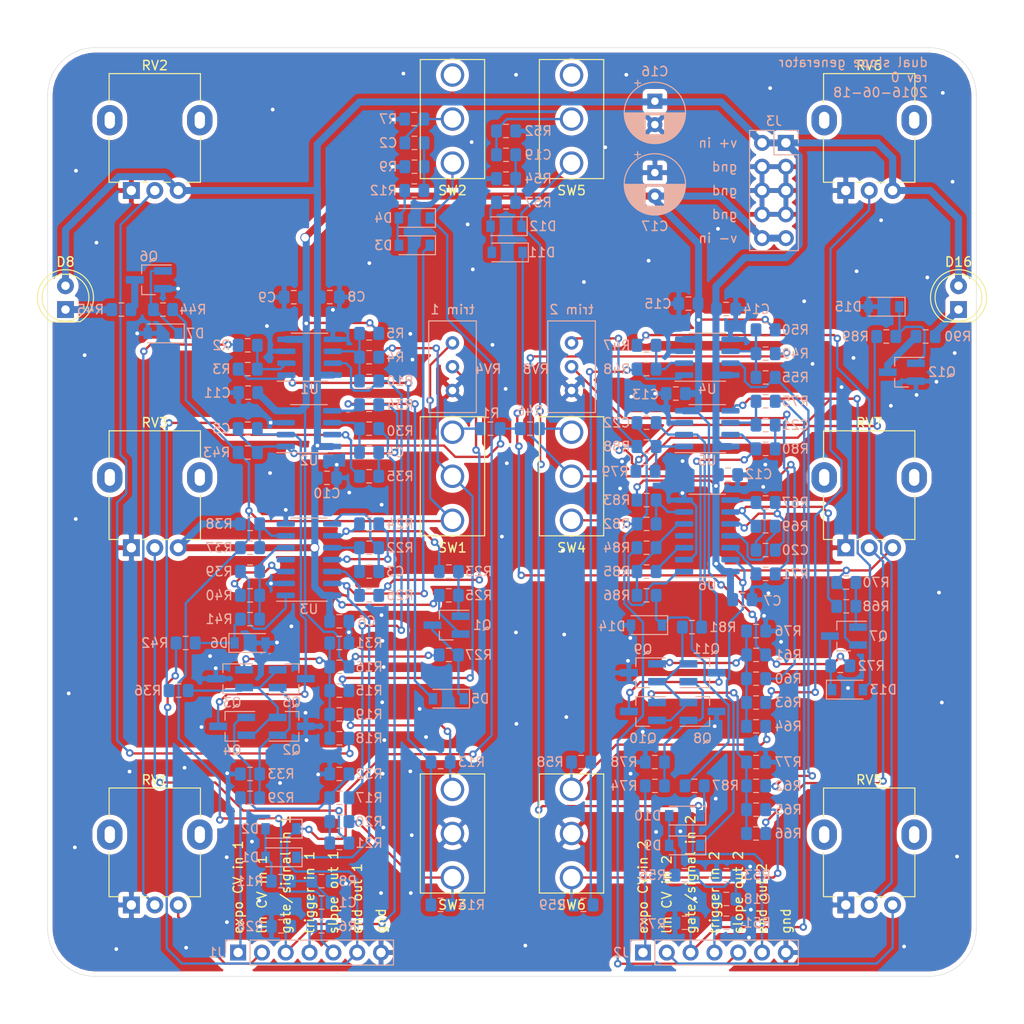
<source format=kicad_pcb>
(kicad_pcb (version 20171130) (host pcbnew 5.1.6-c6e7f7d~87~ubuntu18.04.1)
  (title_block (title "Dual Slope Generator") (date 2020-07-22) (rev 0) (comment 1 creativecommons.org/licenses/by/4.0/) (comment 2 "License: CC by 4.0") (comment 3 "Author: Jordan Aceto"))
  (layers (0 F.Cu signal) (31 B.Cu signal) (34 B.Paste user) (35 F.Paste user) (36 B.SilkS user) (37 F.SilkS user) (38 B.Mask user) (39 F.Mask user) (44 Edge.Cuts user))
  (net 0 "")
  (net 1 /slope_generator_1/trig_in)
  (net 2 "Net-(C1-Pad1)")
  (net 3 "Net-(C2-Pad2)")
  (net 4 "Net-(C2-Pad1)")
  (net 5 "Net-(C3-Pad2)")
  (net 6 "Net-(C3-Pad1)")
  (net 7 "Net-(C4-Pad2)")
  (net 8 "Net-(C4-Pad1)")
  (net 9 "Net-(C5-Pad2)")
  (net 10 "Net-(C5-Pad1)")
  (net 11 GND)
  (net 12 +12V)
  (net 13 -12V)
  (net 14 /slope_generator_2/trig_in)
  (net 15 "Net-(C18-Pad1)")
  (net 16 "Net-(C19-Pad2)")
  (net 17 "Net-(C19-Pad1)")
  (net 18 "Net-(C20-Pad2)")
  (net 19 "Net-(C20-Pad1)")
  (net 20 "Net-(C21-Pad2)")
  (net 21 "Net-(C21-Pad1)")
  (net 22 "Net-(C22-Pad2)")
  (net 23 "Net-(C22-Pad1)")
  (net 24 "Net-(D1-Pad2)")
  (net 25 "Net-(D1-Pad1)")
  (net 26 /slope_1_end_out)
  (net 27 "Net-(D3-Pad2)")
  (net 28 "Net-(D5-Pad2)")
  (net 29 "Net-(D5-Pad1)")
  (net 30 "Net-(D6-Pad1)")
  (net 31 "Net-(D7-Pad1)")
  (net 32 "Net-(D8-Pad1)")
  (net 33 "Net-(D10-Pad2)")
  (net 34 "Net-(D11-Pad1)")
  (net 35 /slope_2_end_out)
  (net 36 "Net-(D11-Pad2)")
  (net 37 "Net-(D13-Pad2)")
  (net 38 "Net-(D13-Pad1)")
  (net 39 "Net-(D14-Pad1)")
  (net 40 "Net-(D15-Pad1)")
  (net 41 "Net-(D16-Pad1)")
  (net 42 /slope_1_out)
  (net 43 /slope_generator_1/gate_in)
  (net 44 /slope_generator_1/CV_in)
  (net 45 /slope_generator_1/expo_CV_in)
  (net 46 /slope_2_out)
  (net 47 /slope_generator_2/gate_in)
  (net 48 /slope_generator_2/CV_in)
  (net 49 /slope_generator_2/expo_CV_in)
  (net 50 "Net-(Q2-Pad1)")
  (net 51 "Net-(Q2-Pad2)")
  (net 52 /slope_generator_1/rise_CV)
  (net 53 /slope_generator_1/fall_CV)
  (net 54 "Net-(Q6-Pad3)")
  (net 55 /slope_generator_2/rise_CV)
  (net 56 /slope_generator_2/fall_CV)
  (net 57 "Net-(Q12-Pad3)")
  (net 58 "Net-(R1-Pad2)")
  (net 59 "Net-(R2-Pad2)")
  (net 60 "Net-(R2-Pad1)")
  (net 61 "Net-(R13-Pad2)")
  (net 62 "Net-(R10-Pad1)")
  (net 63 "Net-(R15-Pad1)")
  (net 64 "Net-(R10-Pad2)")
  (net 65 "Net-(R13-Pad1)")
  (net 66 "Net-(R14-Pad1)")
  (net 67 "Net-(R18-Pad2)")
  (net 68 "Net-(R21-Pad2)")
  (net 69 "Net-(R23-Pad1)")
  (net 70 "Net-(R24-Pad1)")
  (net 71 "Net-(R26-Pad2)")
  (net 72 "Net-(R26-Pad1)")
  (net 73 "Net-(R35-Pad1)")
  (net 74 "Net-(R37-Pad1)")
  (net 75 "Net-(R39-Pad2)")
  (net 76 "Net-(R39-Pad1)")
  (net 77 "Net-(R40-Pad2)")
  (net 78 "Net-(R46-Pad2)")
  (net 79 "Net-(R47-Pad2)")
  (net 80 "Net-(R47-Pad1)")
  (net 81 "Net-(R48-Pad1)")
  (net 82 "Net-(R49-Pad2)")
  (net 83 "Net-(R49-Pad1)")
  (net 84 "Net-(R55-Pad2)")
  (net 85 "Net-(R58-Pad1)")
  (net 86 "Net-(R59-Pad1)")
  (net 87 "Net-(R63-Pad2)")
  (net 88 "Net-(R66-Pad2)")
  (net 89 "Net-(R68-Pad1)")
  (net 90 "Net-(R69-Pad1)")
  (net 91 "Net-(R71-Pad2)")
  (net 92 "Net-(R71-Pad1)")
  (net 93 "Net-(R80-Pad1)")
  (net 94 "Net-(R82-Pad1)")
  (net 95 "Net-(R84-Pad2)")
  (net 96 "Net-(R84-Pad1)")
  (net 97 "Net-(R85-Pad2)")
  (net 98 "Net-(SW2-Pad1)")
  (net 99 "Net-(SW5-Pad1)")
  (net 100 "Net-(U3-Pad4)")
  (net 101 "Net-(U6-Pad4)")
  (net 102 "Net-(Q1-Pad1)")
  (net 103 "Net-(Q7-Pad1)")
  (net 104 "Net-(Q10-Pad2)")
  (net 105 "Net-(Q11-Pad1)")
  (module Package_SO:SOIC-14_3.9x8.7mm_P1.27mm (layer B.Cu) (at 171.958 102.87)
    (fp_text reference U6 (at 0 5.28) (layer B.SilkS) (effects (justify mirror)))
    (fp_text value LM3900)
    (pad 14 smd roundrect (at 2.475 3.81) (size 1.95 0.6) (layers B.Cu B.Paste B.Mask) (net 12 +12V))
    (pad 13 smd roundrect (at 2.475 2.54) (size 1.95 0.6) (layers B.Cu B.Paste B.Mask) (net 34 "Net-(D11-Pad1)"))
    (pad 12 smd roundrect (at 2.475 1.27) (size 1.95 0.6) (layers B.Cu B.Paste B.Mask) (net 92 "Net-(R71-Pad1)"))
    (pad 11 smd roundrect (at 2.475 0) (size 1.95 0.6) (layers B.Cu B.Paste B.Mask) (net 90 "Net-(R69-Pad1)"))
    (pad 10 smd roundrect (at 2.475 -1.27) (size 1.95 0.6) (layers B.Cu B.Paste B.Mask) (net 19 "Net-(C20-Pad1)"))
    (pad 9 smd roundrect (at 2.475 -2.54) (size 1.95 0.6) (layers B.Cu B.Paste B.Mask) (net 89 "Net-(R68-Pad1)"))
    (pad 8 smd roundrect (at 2.475 -3.81) (size 1.95 0.6) (layers B.Cu B.Paste B.Mask) (net 18 "Net-(C20-Pad2)"))
    (pad 7 smd roundrect (at -2.475 -3.81) (size 1.95 0.6) (layers B.Cu B.Paste B.Mask) (net 11 GND))
    (pad 6 smd roundrect (at -2.475 -2.54) (size 1.95 0.6) (layers B.Cu B.Paste B.Mask) (net 94 "Net-(R82-Pad1)"))
    (pad 5 smd roundrect (at -2.475 -1.27) (size 1.95 0.6) (layers B.Cu B.Paste B.Mask) (net 96 "Net-(R84-Pad1)"))
    (pad 4 smd roundrect (at -2.475 0) (size 1.95 0.6) (layers B.Cu B.Paste B.Mask) (net 101 "Net-(U6-Pad4)"))
    (pad 3 smd roundrect (at -2.475 1.27) (size 1.95 0.6) (layers B.Cu B.Paste B.Mask) (net 97 "Net-(R85-Pad2)"))
    (pad 2 smd roundrect (at -2.475 2.54) (size 1.95 0.6) (layers B.Cu B.Paste B.Mask) (net 11 GND))
    (pad 1 smd roundrect (at -2.475 3.81) (size 1.95 0.6) (layers B.Cu B.Paste B.Mask) (net 95 "Net-(R84-Pad2)"))
  )
  (module Package_SO:SOIC-8_3.9x4.9mm_P1.27mm (layer B.Cu) (at 171.958 91.44)
    (fp_text reference U5 (at 0 3.4) (layer B.SilkS) (effects (justify mirror)))
    (fp_text value TL072)
    (pad 8 smd roundrect (at 2.475 1.905) (size 1.95 0.6) (layers B.Cu B.Paste B.Mask) (net 12 +12V))
    (pad 7 smd roundrect (at 2.475 0.635) (size 1.95 0.6) (layers B.Cu B.Paste B.Mask) (net 93 "Net-(R80-Pad1)"))
    (pad 6 smd roundrect (at 2.475 -0.635) (size 1.95 0.6) (layers B.Cu B.Paste B.Mask) (net 20 "Net-(C21-Pad2)"))
    (pad 5 smd roundrect (at 2.475 -1.905) (size 1.95 0.6) (layers B.Cu B.Paste B.Mask) (net 37 "Net-(D13-Pad2)"))
    (pad 4 smd roundrect (at -2.475 -1.905) (size 1.95 0.6) (layers B.Cu B.Paste B.Mask) (net 13 -12V))
    (pad 3 smd roundrect (at -2.475 -0.635) (size 1.95 0.6) (layers B.Cu B.Paste B.Mask) (net 11 GND))
    (pad 2 smd roundrect (at -2.475 0.635) (size 1.95 0.6) (layers B.Cu B.Paste B.Mask) (net 22 "Net-(C22-Pad2)"))
    (pad 1 smd roundrect (at -2.475 1.905) (size 1.95 0.6) (layers B.Cu B.Paste B.Mask) (net 23 "Net-(C22-Pad1)"))
  )
  (module Package_SO:SOIC-8_3.9x4.9mm_P1.27mm (layer B.Cu) (at 171.958 83.82)
    (fp_text reference U4 (at 0 3.4) (layer B.SilkS) (effects (justify mirror)))
    (fp_text value TL072)
    (pad 8 smd roundrect (at 2.475 1.905) (size 1.95 0.6) (layers B.Cu B.Paste B.Mask) (net 12 +12V))
    (pad 7 smd roundrect (at 2.475 0.635) (size 1.95 0.6) (layers B.Cu B.Paste B.Mask) (net 84 "Net-(R55-Pad2)"))
    (pad 6 smd roundrect (at 2.475 -0.635) (size 1.95 0.6) (layers B.Cu B.Paste B.Mask) (net 82 "Net-(R49-Pad2)"))
    (pad 5 smd roundrect (at 2.475 -1.905) (size 1.95 0.6) (layers B.Cu B.Paste B.Mask) (net 11 GND))
    (pad 4 smd roundrect (at -2.475 -1.905) (size 1.95 0.6) (layers B.Cu B.Paste B.Mask) (net 13 -12V))
    (pad 3 smd roundrect (at -2.475 -0.635) (size 1.95 0.6) (layers B.Cu B.Paste B.Mask) (net 11 GND))
    (pad 2 smd roundrect (at -2.475 0.635) (size 1.95 0.6) (layers B.Cu B.Paste B.Mask) (net 80 "Net-(R47-Pad1)"))
    (pad 1 smd roundrect (at -2.475 1.905) (size 1.95 0.6) (layers B.Cu B.Paste B.Mask) (net 81 "Net-(R48-Pad1)"))
  )
  (module Package_SO:SOIC-14_3.9x8.7mm_P1.27mm (layer B.Cu) (at 129.475 105.41)
    (fp_text reference U3 (at 0 5.28) (layer B.SilkS) (effects (justify mirror)))
    (fp_text value LM3900)
    (pad 14 smd roundrect (at 2.475 3.81) (size 1.95 0.6) (layers B.Cu B.Paste B.Mask) (net 12 +12V))
    (pad 13 smd roundrect (at 2.475 2.54) (size 1.95 0.6) (layers B.Cu B.Paste B.Mask) (net 25 "Net-(D1-Pad1)"))
    (pad 12 smd roundrect (at 2.475 1.27) (size 1.95 0.6) (layers B.Cu B.Paste B.Mask) (net 72 "Net-(R26-Pad1)"))
    (pad 11 smd roundrect (at 2.475 0) (size 1.95 0.6) (layers B.Cu B.Paste B.Mask) (net 70 "Net-(R24-Pad1)"))
    (pad 10 smd roundrect (at 2.475 -1.27) (size 1.95 0.6) (layers B.Cu B.Paste B.Mask) (net 6 "Net-(C3-Pad1)"))
    (pad 9 smd roundrect (at 2.475 -2.54) (size 1.95 0.6) (layers B.Cu B.Paste B.Mask) (net 69 "Net-(R23-Pad1)"))
    (pad 8 smd roundrect (at 2.475 -3.81) (size 1.95 0.6) (layers B.Cu B.Paste B.Mask) (net 5 "Net-(C3-Pad2)"))
    (pad 7 smd roundrect (at -2.475 -3.81) (size 1.95 0.6) (layers B.Cu B.Paste B.Mask) (net 11 GND))
    (pad 6 smd roundrect (at -2.475 -2.54) (size 1.95 0.6) (layers B.Cu B.Paste B.Mask) (net 74 "Net-(R37-Pad1)"))
    (pad 5 smd roundrect (at -2.475 -1.27) (size 1.95 0.6) (layers B.Cu B.Paste B.Mask) (net 76 "Net-(R39-Pad1)"))
    (pad 4 smd roundrect (at -2.475 0) (size 1.95 0.6) (layers B.Cu B.Paste B.Mask) (net 100 "Net-(U3-Pad4)"))
    (pad 3 smd roundrect (at -2.475 1.27) (size 1.95 0.6) (layers B.Cu B.Paste B.Mask) (net 77 "Net-(R40-Pad2)"))
    (pad 2 smd roundrect (at -2.475 2.54) (size 1.95 0.6) (layers B.Cu B.Paste B.Mask) (net 11 GND))
    (pad 1 smd roundrect (at -2.475 3.81) (size 1.95 0.6) (layers B.Cu B.Paste B.Mask) (net 75 "Net-(R39-Pad2)"))
  )
  (module Package_SO:SOIC-8_3.9x4.9mm_P1.27mm (layer B.Cu) (at 129.475 91.44)
    (fp_text reference U2 (at 0 3.4) (layer B.SilkS) (effects (justify mirror)))
    (fp_text value TL072)
    (pad 8 smd roundrect (at 2.475 1.905) (size 1.95 0.6) (layers B.Cu B.Paste B.Mask) (net 12 +12V))
    (pad 7 smd roundrect (at 2.475 0.635) (size 1.95 0.6) (layers B.Cu B.Paste B.Mask) (net 73 "Net-(R35-Pad1)"))
    (pad 6 smd roundrect (at 2.475 -0.635) (size 1.95 0.6) (layers B.Cu B.Paste B.Mask) (net 7 "Net-(C4-Pad2)"))
    (pad 5 smd roundrect (at 2.475 -1.905) (size 1.95 0.6) (layers B.Cu B.Paste B.Mask) (net 28 "Net-(D5-Pad2)"))
    (pad 4 smd roundrect (at -2.475 -1.905) (size 1.95 0.6) (layers B.Cu B.Paste B.Mask) (net 13 -12V))
    (pad 3 smd roundrect (at -2.475 -0.635) (size 1.95 0.6) (layers B.Cu B.Paste B.Mask) (net 11 GND))
    (pad 2 smd roundrect (at -2.475 0.635) (size 1.95 0.6) (layers B.Cu B.Paste B.Mask) (net 9 "Net-(C5-Pad2)"))
    (pad 1 smd roundrect (at -2.475 1.905) (size 1.95 0.6) (layers B.Cu B.Paste B.Mask) (net 10 "Net-(C5-Pad1)"))
  )
  (module Package_SO:SOIC-8_3.9x4.9mm_P1.27mm (layer B.Cu) (at 129.54 83.82)
    (fp_text reference U1 (at 0 3.4) (layer B.SilkS) (effects (justify mirror)))
    (fp_text value TL072)
    (pad 8 smd roundrect (at 2.475 1.905) (size 1.95 0.6) (layers B.Cu B.Paste B.Mask) (net 12 +12V))
    (pad 7 smd roundrect (at 2.475 0.635) (size 1.95 0.6) (layers B.Cu B.Paste B.Mask) (net 64 "Net-(R10-Pad2)"))
    (pad 6 smd roundrect (at 2.475 -0.635) (size 1.95 0.6) (layers B.Cu B.Paste B.Mask) (net 62 "Net-(R10-Pad1)"))
    (pad 5 smd roundrect (at 2.475 -1.905) (size 1.95 0.6) (layers B.Cu B.Paste B.Mask) (net 11 GND))
    (pad 4 smd roundrect (at -2.475 -1.905) (size 1.95 0.6) (layers B.Cu B.Paste B.Mask) (net 13 -12V))
    (pad 3 smd roundrect (at -2.475 -0.635) (size 1.95 0.6) (layers B.Cu B.Paste B.Mask) (net 11 GND))
    (pad 2 smd roundrect (at -2.475 0.635) (size 1.95 0.6) (layers B.Cu B.Paste B.Mask) (net 60 "Net-(R2-Pad1)"))
    (pad 1 smd roundrect (at -2.475 1.905) (size 1.95 0.6) (layers B.Cu B.Paste B.Mask) (net 61 "Net-(R13-Pad2)"))
  )
  (module Potentiometer_THT:Potentiometer_Bourns_3296W_Vertical (layer B.Cu) (at 157.48 87.376 270)
    (fp_text reference RV8 (at -2.286 3.81 180) (layer B.SilkS) (effects (justify mirror)))
    (fp_text value 100k)
    (pad 3 thru_hole circle (at -5.08 0 270) (size 1.44 1.44) (drill 0.8) (layers *.Cu *.Mask) (net 46 /slope_2_out))
    (pad 2 thru_hole circle (at -2.54 0 270) (size 1.44 1.44) (drill 0.8) (layers *.Cu *.Mask) (net 91 "Net-(R71-Pad2)"))
    (pad 1 thru_hole circle (at 0 0 270) (size 1.44 1.44) (drill 0.8) (layers *.Cu *.Mask) (net 11 GND))
  )
  (module Potentiometer_THT:Potentiometer_Bourns_3296W_Vertical (layer B.Cu) (at 144.78 87.376 270)
    (fp_text reference RV4 (at -2.286 -3.81 180) (layer B.SilkS) (effects (justify mirror)))
    (fp_text value 100k)
    (pad 3 thru_hole circle (at -5.08 0 270) (size 1.44 1.44) (drill 0.8) (layers *.Cu *.Mask) (net 42 /slope_1_out))
    (pad 2 thru_hole circle (at -2.54 0 270) (size 1.44 1.44) (drill 0.8) (layers *.Cu *.Mask) (net 71 "Net-(R26-Pad2)"))
    (pad 1 thru_hole circle (at 0 0 270) (size 1.44 1.44) (drill 0.8) (layers *.Cu *.Mask) (net 11 GND))
  )
  (module Resistor_SMD:R_0805_2012Metric_Pad1.15x1.40mm_HandSolder (layer B.Cu) (at 195.2498 81.6102)
    (fp_text reference R90 (at 3.429 0) (layer B.SilkS) (effects (justify mirror)))
    (fp_text value 1k)
    (pad 2 smd roundrect (at 1.025 0) (size 1.15 1.4) (layers B.Cu B.Paste B.Mask) (roundrect_rratio 0.217391) (net 41 "Net-(D16-Pad1)"))
    (pad 1 smd roundrect (at -1.025 0) (size 1.15 1.4) (layers B.Cu B.Paste B.Mask) (roundrect_rratio 0.217391) (net 57 "Net-(Q12-Pad3)"))
  )
  (module Resistor_SMD:R_0805_2012Metric_Pad1.15x1.40mm_HandSolder (layer B.Cu) (at 191.0498 81.6102 180)
    (fp_text reference R89 (at 3.293 0) (layer B.SilkS) (effects (justify mirror)))
    (fp_text value 150k)
    (pad 2 smd roundrect (at 1.025 0 180) (size 1.15 1.4) (layers B.Cu B.Paste B.Mask) (roundrect_rratio 0.217391) (net 46 /slope_2_out))
    (pad 1 smd roundrect (at -1.025 0 180) (size 1.15 1.4) (layers B.Cu B.Paste B.Mask) (roundrect_rratio 0.217391) (net 40 "Net-(D15-Pad1)"))
  )
  (module Resistor_SMD:R_0805_2012Metric_Pad1.15x1.40mm_HandSolder (layer B.Cu) (at 165.481 93.345)
    (fp_text reference R88 (at -3.175 0) (layer B.SilkS) (effects (justify mirror)))
    (fp_text value 100)
    (pad 2 smd roundrect (at 1.025 0) (size 1.15 1.4) (layers B.Cu B.Paste B.Mask) (roundrect_rratio 0.217391) (net 23 "Net-(C22-Pad1)"))
    (pad 1 smd roundrect (at -1.025 0) (size 1.15 1.4) (layers B.Cu B.Paste B.Mask) (roundrect_rratio 0.217391) (net 46 /slope_2_out))
  )
  (module Resistor_SMD:R_0805_2012Metric_Pad1.15x1.40mm_HandSolder (layer B.Cu) (at 170.60556 129.53492 180)
    (fp_text reference R87 (at -3.29808 0.03556) (layer B.SilkS) (effects (justify mirror)))
    (fp_text value 1k)
    (pad 2 smd roundrect (at 1.025 0 180) (size 1.15 1.4) (layers B.Cu B.Paste B.Mask) (roundrect_rratio 0.217391) (net 39 "Net-(D14-Pad1)"))
    (pad 1 smd roundrect (at -1.025 0 180) (size 1.15 1.4) (layers B.Cu B.Paste B.Mask) (roundrect_rratio 0.217391) (net 35 /slope_2_end_out))
  )
  (module Resistor_SMD:R_0805_2012Metric_Pad1.15x1.40mm_HandSolder (layer B.Cu) (at 165.481 109.22 180)
    (fp_text reference R86 (at 3.175 0) (layer B.SilkS) (effects (justify mirror)))
    (fp_text value 2k2)
    (pad 2 smd roundrect (at 1.025 0 180) (size 1.15 1.4) (layers B.Cu B.Paste B.Mask) (roundrect_rratio 0.217391) (net 96 "Net-(R84-Pad1)"))
    (pad 1 smd roundrect (at -1.025 0 180) (size 1.15 1.4) (layers B.Cu B.Paste B.Mask) (roundrect_rratio 0.217391) (net 39 "Net-(D14-Pad1)"))
  )
  (module Resistor_SMD:R_0805_2012Metric_Pad1.15x1.40mm_HandSolder (layer B.Cu) (at 165.481 106.68)
    (fp_text reference R85 (at -3.175 0) (layer B.SilkS) (effects (justify mirror)))
    (fp_text value 1M)
    (pad 2 smd roundrect (at 1.025 0) (size 1.15 1.4) (layers B.Cu B.Paste B.Mask) (roundrect_rratio 0.217391) (net 97 "Net-(R85-Pad2)"))
    (pad 1 smd roundrect (at -1.025 0) (size 1.15 1.4) (layers B.Cu B.Paste B.Mask) (roundrect_rratio 0.217391) (net 96 "Net-(R84-Pad1)"))
  )
  (module Resistor_SMD:R_0805_2012Metric_Pad1.15x1.40mm_HandSolder (layer B.Cu) (at 165.481 104.14 180)
    (fp_text reference R84 (at 3.175 0) (layer B.SilkS) (effects (justify mirror)))
    (fp_text value 1M)
    (pad 2 smd roundrect (at 1.025 0 180) (size 1.15 1.4) (layers B.Cu B.Paste B.Mask) (roundrect_rratio 0.217391) (net 95 "Net-(R84-Pad2)"))
    (pad 1 smd roundrect (at -1.025 0 180) (size 1.15 1.4) (layers B.Cu B.Paste B.Mask) (roundrect_rratio 0.217391) (net 96 "Net-(R84-Pad1)"))
  )
  (module Resistor_SMD:R_0805_2012Metric_Pad1.15x1.40mm_HandSolder (layer B.Cu) (at 165.481 99.06 180)
    (fp_text reference R83 (at 3.175 0) (layer B.SilkS) (effects (justify mirror)))
    (fp_text value 10M)
    (pad 2 smd roundrect (at 1.025 0 180) (size 1.15 1.4) (layers B.Cu B.Paste B.Mask) (roundrect_rratio 0.217391) (net 12 +12V))
    (pad 1 smd roundrect (at -1.025 0 180) (size 1.15 1.4) (layers B.Cu B.Paste B.Mask) (roundrect_rratio 0.217391) (net 94 "Net-(R82-Pad1)"))
  )
  (module Resistor_SMD:R_0805_2012Metric_Pad1.15x1.40mm_HandSolder (layer B.Cu) (at 165.481 101.6 180)
    (fp_text reference R82 (at 3.175 0) (layer B.SilkS) (effects (justify mirror)))
    (fp_text value 330k)
    (pad 2 smd roundrect (at 1.025 0 180) (size 1.15 1.4) (layers B.Cu B.Paste B.Mask) (roundrect_rratio 0.217391) (net 46 /slope_2_out))
    (pad 1 smd roundrect (at -1.025 0 180) (size 1.15 1.4) (layers B.Cu B.Paste B.Mask) (roundrect_rratio 0.217391) (net 94 "Net-(R82-Pad1)"))
  )
  (module Resistor_SMD:R_0805_2012Metric_Pad1.15x1.40mm_HandSolder (layer B.Cu) (at 170.33124 112.60836)
    (fp_text reference R81 (at 3.28792 0.01016) (layer B.SilkS) (effects (justify mirror)))
    (fp_text value 8k2)
    (pad 2 smd roundrect (at 1.025 0) (size 1.15 1.4) (layers B.Cu B.Paste B.Mask) (roundrect_rratio 0.217391) (net 93 "Net-(R80-Pad1)"))
    (pad 1 smd roundrect (at -1.025 0) (size 1.15 1.4) (layers B.Cu B.Paste B.Mask) (roundrect_rratio 0.217391) (net 104 "Net-(Q10-Pad2)"))
  )
  (module Resistor_SMD:R_0805_2012Metric_Pad1.15x1.40mm_HandSolder (layer B.Cu) (at 178.181 93.599)
    (fp_text reference R80 (at 3.175 0) (layer B.SilkS) (effects (justify mirror)))
    (fp_text value 10M)
    (pad 2 smd roundrect (at 1.025 0) (size 1.15 1.4) (layers B.Cu B.Paste B.Mask) (roundrect_rratio 0.217391) (net 21 "Net-(C21-Pad1)"))
    (pad 1 smd roundrect (at -1.025 0) (size 1.15 1.4) (layers B.Cu B.Paste B.Mask) (roundrect_rratio 0.217391) (net 93 "Net-(R80-Pad1)"))
  )
  (module Resistor_SMD:R_0805_2012Metric_Pad1.15x1.40mm_HandSolder (layer B.Cu) (at 165.3704 95.9866 180)
    (fp_text reference R79 (at 3.2422 -0.03556) (layer B.SilkS) (effects (justify mirror)))
    (fp_text value 220k)
    (pad 2 smd roundrect (at 1.025 0 180) (size 1.15 1.4) (layers B.Cu B.Paste B.Mask) (roundrect_rratio 0.217391) (net 37 "Net-(D13-Pad2)"))
    (pad 1 smd roundrect (at -1.025 0 180) (size 1.15 1.4) (layers B.Cu B.Paste B.Mask) (roundrect_rratio 0.217391) (net 23 "Net-(C22-Pad1)"))
  )
  (module Resistor_SMD:R_0805_2012Metric_Pad1.15x1.40mm_HandSolder (layer B.Cu) (at 166.37 127 180)
    (fp_text reference R78 (at 3.302 0) (layer B.SilkS) (effects (justify mirror)))
    (fp_text value 1k8)
    (pad 2 smd roundrect (at 1.025 0 180) (size 1.15 1.4) (layers B.Cu B.Paste B.Mask) (roundrect_rratio 0.217391) (net 11 GND))
    (pad 1 smd roundrect (at -1.025 0 180) (size 1.15 1.4) (layers B.Cu B.Paste B.Mask) (roundrect_rratio 0.217391) (net 105 "Net-(Q11-Pad1)"))
  )
  (module Resistor_SMD:R_0805_2012Metric_Pad1.15x1.40mm_HandSolder (layer B.Cu) (at 177.165 127)
    (fp_text reference R77 (at 3.429 0) (layer B.SilkS) (effects (justify mirror)))
    (fp_text value 2k2)
    (pad 2 smd roundrect (at 1.025 0) (size 1.15 1.4) (layers B.Cu B.Paste B.Mask) (roundrect_rratio 0.217391) (net 11 GND))
    (pad 1 smd roundrect (at -1.025 0) (size 1.15 1.4) (layers B.Cu B.Paste B.Mask) (roundrect_rratio 0.217391) (net 56 /slope_generator_2/fall_CV))
  )
  (module Resistor_SMD:R_0805_2012Metric_Pad1.15x1.40mm_HandSolder (layer B.Cu) (at 177.165 113.03)
    (fp_text reference R76 (at 3.42 0) (layer B.SilkS) (effects (justify mirror)))
    (fp_text value 2k2)
    (pad 2 smd roundrect (at 1.025 0) (size 1.15 1.4) (layers B.Cu B.Paste B.Mask) (roundrect_rratio 0.217391) (net 11 GND))
    (pad 1 smd roundrect (at -1.025 0) (size 1.15 1.4) (layers B.Cu B.Paste B.Mask) (roundrect_rratio 0.217391) (net 55 /slope_generator_2/rise_CV))
  )
  (module Resistor_SMD:R_0805_2012Metric_Pad1.15x1.40mm_HandSolder (layer B.Cu) (at 178.181 88.519)
    (fp_text reference R75 (at 3.175 0) (layer B.SilkS) (effects (justify mirror)))
    (fp_text value 100k)
    (pad 2 smd roundrect (at 1.025 0) (size 1.15 1.4) (layers B.Cu B.Paste B.Mask) (roundrect_rratio 0.217391) (net 47 /slope_generator_2/gate_in))
    (pad 1 smd roundrect (at -1.025 0) (size 1.15 1.4) (layers B.Cu B.Paste B.Mask) (roundrect_rratio 0.217391) (net 20 "Net-(C21-Pad2)"))
  )
  (module Resistor_SMD:R_0805_2012Metric_Pad1.15x1.40mm_HandSolder (layer B.Cu) (at 166.37 129.54 180)
    (fp_text reference R74 (at 3.302 0) (layer B.SilkS) (effects (justify mirror)))
    (fp_text value 82k)
    (pad 2 smd roundrect (at 1.025 0 180) (size 1.15 1.4) (layers B.Cu B.Paste B.Mask) (roundrect_rratio 0.217391) (net 49 /slope_generator_2/expo_CV_in))
    (pad 1 smd roundrect (at -1.025 0 180) (size 1.15 1.4) (layers B.Cu B.Paste B.Mask) (roundrect_rratio 0.217391) (net 105 "Net-(Q11-Pad1)"))
  )
  (module Resistor_SMD:R_0805_2012Metric_Pad1.15x1.40mm_HandSolder (layer B.Cu) (at 169.545 144.145)
    (fp_text reference R73 (at -3.429 0.127) (layer B.SilkS) (effects (justify mirror)))
    (fp_text value 100k)
    (pad 2 smd roundrect (at 1.025 0) (size 1.15 1.4) (layers B.Cu B.Paste B.Mask) (roundrect_rratio 0.217391) (net 47 /slope_generator_2/gate_in))
    (pad 1 smd roundrect (at -1.025 0) (size 1.15 1.4) (layers B.Cu B.Paste B.Mask) (roundrect_rratio 0.217391) (net 11 GND))
  )
  (module Resistor_SMD:R_0805_2012Metric_Pad1.15x1.40mm_HandSolder (layer B.Cu) (at 186.1476 116.7384 180)
    (fp_text reference R72 (at -3.311 0) (layer B.SilkS) (effects (justify mirror)))
    (fp_text value 220k)
    (pad 2 smd roundrect (at 1.025 0 180) (size 1.15 1.4) (layers B.Cu B.Paste B.Mask) (roundrect_rratio 0.217391) (net 38 "Net-(D13-Pad1)"))
    (pad 1 smd roundrect (at -1.025 0 180) (size 1.15 1.4) (layers B.Cu B.Paste B.Mask) (roundrect_rratio 0.217391) (net 13 -12V))
  )
  (module Resistor_SMD:R_0805_2012Metric_Pad1.15x1.40mm_HandSolder (layer B.Cu) (at 178.181 106.934)
    (fp_text reference R71 (at 3.175 0) (layer B.SilkS) (effects (justify mirror)))
    (fp_text value 220k)
    (pad 2 smd roundrect (at 1.025 0) (size 1.15 1.4) (layers B.Cu B.Paste B.Mask) (roundrect_rratio 0.217391) (net 91 "Net-(R71-Pad2)"))
    (pad 1 smd roundrect (at -1.025 0) (size 1.15 1.4) (layers B.Cu B.Paste B.Mask) (roundrect_rratio 0.217391) (net 92 "Net-(R71-Pad1)"))
  )
  (module Resistor_SMD:R_0805_2012Metric_Pad1.15x1.40mm_HandSolder (layer B.Cu) (at 186.7826 107.8484 180)
    (fp_text reference R70 (at -3.184 0) (layer B.SilkS) (effects (justify mirror)))
    (fp_text value 68k)
    (pad 2 smd roundrect (at 1.025 0 180) (size 1.15 1.4) (layers B.Cu B.Paste B.Mask) (roundrect_rratio 0.217391) (net 12 +12V))
    (pad 1 smd roundrect (at -1.025 0 180) (size 1.15 1.4) (layers B.Cu B.Paste B.Mask) (roundrect_rratio 0.217391) (net 103 "Net-(Q7-Pad1)"))
  )
  (module Resistor_SMD:R_0805_2012Metric_Pad1.15x1.40mm_HandSolder (layer B.Cu) (at 178.181 101.854 180)
    (fp_text reference R69 (at -3.175 0) (layer B.SilkS) (effects (justify mirror)))
    (fp_text value 820k)
    (pad 2 smd roundrect (at 1.025 0 180) (size 1.15 1.4) (layers B.Cu B.Paste B.Mask) (roundrect_rratio 0.217391) (net 89 "Net-(R68-Pad1)"))
    (pad 1 smd roundrect (at -1.025 0 180) (size 1.15 1.4) (layers B.Cu B.Paste B.Mask) (roundrect_rratio 0.217391) (net 90 "Net-(R69-Pad1)"))
  )
  (module Resistor_SMD:R_0805_2012Metric_Pad1.15x1.40mm_HandSolder (layer B.Cu) (at 186.7826 110.3884)
    (fp_text reference R68 (at 3.184 0) (layer B.SilkS) (effects (justify mirror)))
    (fp_text value 220k)
    (pad 2 smd roundrect (at 1.025 0) (size 1.15 1.4) (layers B.Cu B.Paste B.Mask) (roundrect_rratio 0.217391) (net 103 "Net-(Q7-Pad1)"))
    (pad 1 smd roundrect (at -1.025 0) (size 1.15 1.4) (layers B.Cu B.Paste B.Mask) (roundrect_rratio 0.217391) (net 89 "Net-(R68-Pad1)"))
  )
  (module Resistor_SMD:R_0805_2012Metric_Pad1.15x1.40mm_HandSolder (layer B.Cu) (at 178.181 99.314 180)
    (fp_text reference R67 (at -3.175 0) (layer B.SilkS) (effects (justify mirror)))
    (fp_text value 820k)
    (pad 2 smd roundrect (at 1.025 0 180) (size 1.15 1.4) (layers B.Cu B.Paste B.Mask) (roundrect_rratio 0.217391) (net 18 "Net-(C20-Pad2)"))
    (pad 1 smd roundrect (at -1.025 0 180) (size 1.15 1.4) (layers B.Cu B.Paste B.Mask) (roundrect_rratio 0.217391) (net 19 "Net-(C20-Pad1)"))
  )
  (module Resistor_SMD:R_0805_2012Metric_Pad1.15x1.40mm_HandSolder (layer B.Cu) (at 177.165 134.62)
    (fp_text reference R66 (at 3.429 0) (layer B.SilkS) (effects (justify mirror)))
    (fp_text value 82k)
    (pad 2 smd roundrect (at 1.025 0) (size 1.15 1.4) (layers B.Cu B.Paste B.Mask) (roundrect_rratio 0.217391) (net 88 "Net-(R66-Pad2)"))
    (pad 1 smd roundrect (at -1.025 0) (size 1.15 1.4) (layers B.Cu B.Paste B.Mask) (roundrect_rratio 0.217391) (net 56 /slope_generator_2/fall_CV))
  )
  (module Resistor_SMD:R_0805_2012Metric_Pad1.15x1.40mm_HandSolder (layer B.Cu) (at 177.165 132.08)
    (fp_text reference R65 (at 3.429 0) (layer B.SilkS) (effects (justify mirror)))
    (fp_text value 47k)
    (pad 2 smd roundrect (at 1.025 0) (size 1.15 1.4) (layers B.Cu B.Paste B.Mask) (roundrect_rratio 0.217391) (net 86 "Net-(R59-Pad1)"))
    (pad 1 smd roundrect (at -1.025 0) (size 1.15 1.4) (layers B.Cu B.Paste B.Mask) (roundrect_rratio 0.217391) (net 56 /slope_generator_2/fall_CV))
  )
  (module Resistor_SMD:R_0805_2012Metric_Pad1.15x1.40mm_HandSolder (layer B.Cu) (at 177.165 123.19)
    (fp_text reference R64 (at 3.429 0) (layer B.SilkS) (effects (justify mirror)))
    (fp_text value 47k)
    (pad 2 smd roundrect (at 1.025 0) (size 1.15 1.4) (layers B.Cu B.Paste B.Mask) (roundrect_rratio 0.217391) (net 85 "Net-(R58-Pad1)"))
    (pad 1 smd roundrect (at -1.025 0) (size 1.15 1.4) (layers B.Cu B.Paste B.Mask) (roundrect_rratio 0.217391) (net 55 /slope_generator_2/rise_CV))
  )
  (module Resistor_SMD:R_0805_2012Metric_Pad1.15x1.40mm_HandSolder (layer B.Cu) (at 177.165 120.65)
    (fp_text reference R63 (at 3.429 0) (layer B.SilkS) (effects (justify mirror)))
    (fp_text value 82k)
    (pad 2 smd roundrect (at 1.025 0) (size 1.15 1.4) (layers B.Cu B.Paste B.Mask) (roundrect_rratio 0.217391) (net 87 "Net-(R63-Pad2)"))
    (pad 1 smd roundrect (at -1.025 0) (size 1.15 1.4) (layers B.Cu B.Paste B.Mask) (roundrect_rratio 0.217391) (net 55 /slope_generator_2/rise_CV))
  )
  (module Resistor_SMD:R_0805_2012Metric_Pad1.15x1.40mm_HandSolder (layer B.Cu) (at 177.165 129.54 180)
    (fp_text reference R62 (at -3.429 0) (layer B.SilkS) (effects (justify mirror)))
    (fp_text value 100k)
    (pad 2 smd roundrect (at 1.025 0 180) (size 1.15 1.4) (layers B.Cu B.Paste B.Mask) (roundrect_rratio 0.217391) (net 56 /slope_generator_2/fall_CV))
    (pad 1 smd roundrect (at -1.025 0 180) (size 1.15 1.4) (layers B.Cu B.Paste B.Mask) (roundrect_rratio 0.217391) (net 84 "Net-(R55-Pad2)"))
  )
  (module Resistor_SMD:R_0805_2012Metric_Pad1.15x1.40mm_HandSolder (layer B.Cu) (at 177.165 115.57 180)
    (fp_text reference R61 (at -3.429 0) (layer B.SilkS) (effects (justify mirror)))
    (fp_text value 560k)
    (pad 2 smd roundrect (at 1.025 0 180) (size 1.15 1.4) (layers B.Cu B.Paste B.Mask) (roundrect_rratio 0.217391) (net 55 /slope_generator_2/rise_CV))
    (pad 1 smd roundrect (at -1.025 0 180) (size 1.15 1.4) (layers B.Cu B.Paste B.Mask) (roundrect_rratio 0.217391) (net 13 -12V))
  )
  (module Resistor_SMD:R_0805_2012Metric_Pad1.15x1.40mm_HandSolder (layer B.Cu) (at 177.165 118.11 180)
    (fp_text reference R60 (at -3.429 0) (layer B.SilkS) (effects (justify mirror)))
    (fp_text value 100k)
    (pad 2 smd roundrect (at 1.025 0 180) (size 1.15 1.4) (layers B.Cu B.Paste B.Mask) (roundrect_rratio 0.217391) (net 55 /slope_generator_2/rise_CV))
    (pad 1 smd roundrect (at -1.025 0 180) (size 1.15 1.4) (layers B.Cu B.Paste B.Mask) (roundrect_rratio 0.217391) (net 83 "Net-(R49-Pad1)"))
  )
  (module Resistor_SMD:R_0805_2012Metric_Pad1.15x1.40mm_HandSolder (layer B.Cu) (at 158.75 142.24)
    (fp_text reference R59 (at -3.302 0) (layer B.SilkS) (effects (justify mirror)))
    (fp_text value 33k)
    (pad 2 smd roundrect (at 1.025 0) (size 1.15 1.4) (layers B.Cu B.Paste B.Mask) (roundrect_rratio 0.217391) (net 81 "Net-(R48-Pad1)"))
    (pad 1 smd roundrect (at -1.025 0) (size 1.15 1.4) (layers B.Cu B.Paste B.Mask) (roundrect_rratio 0.217391) (net 86 "Net-(R59-Pad1)"))
  )
  (module Resistor_SMD:R_0805_2012Metric_Pad1.15x1.40mm_HandSolder (layer B.Cu) (at 158.505 127)
    (fp_text reference R58 (at -3.311 0) (layer B.SilkS) (effects (justify mirror)))
    (fp_text value 33k)
    (pad 2 smd roundrect (at 1.025 0) (size 1.15 1.4) (layers B.Cu B.Paste B.Mask) (roundrect_rratio 0.217391) (net 81 "Net-(R48-Pad1)"))
    (pad 1 smd roundrect (at -1.025 0) (size 1.15 1.4) (layers B.Cu B.Paste B.Mask) (roundrect_rratio 0.217391) (net 85 "Net-(R58-Pad1)"))
  )
  (module Resistor_SMD:R_0805_2012Metric_Pad1.15x1.40mm_HandSolder (layer B.Cu) (at 150.495 67.31)
    (fp_text reference R57 (at 3.429 0) (layer B.SilkS) (effects (justify mirror)))
    (fp_text value 33k)
    (pad 2 smd roundrect (at 1.025 0) (size 1.15 1.4) (layers B.Cu B.Paste B.Mask) (roundrect_rratio 0.217391) (net 17 "Net-(C19-Pad1)"))
    (pad 1 smd roundrect (at -1.025 0) (size 1.15 1.4) (layers B.Cu B.Paste B.Mask) (roundrect_rratio 0.217391) (net 36 "Net-(D11-Pad2)"))
  )
  (module Resistor_SMD:R_0805_2012Metric_Pad1.15x1.40mm_HandSolder (layer B.Cu) (at 169.545 139.065)
    (fp_text reference R56 (at -3.429 0) (layer B.SilkS) (effects (justify mirror)))
    (fp_text value 33k)
    (pad 2 smd roundrect (at 1.025 0) (size 1.15 1.4) (layers B.Cu B.Paste B.Mask) (roundrect_rratio 0.217391) (net 15 "Net-(C18-Pad1)"))
    (pad 1 smd roundrect (at -1.025 0) (size 1.15 1.4) (layers B.Cu B.Paste B.Mask) (roundrect_rratio 0.217391) (net 33 "Net-(D10-Pad2)"))
  )
  (module Resistor_SMD:R_0805_2012Metric_Pad1.15x1.40mm_HandSolder (layer B.Cu) (at 178.181 85.979)
    (fp_text reference R55 (at 3.175 0) (layer B.SilkS) (effects (justify mirror)))
    (fp_text value 100k)
    (pad 2 smd roundrect (at 1.025 0) (size 1.15 1.4) (layers B.Cu B.Paste B.Mask) (roundrect_rratio 0.217391) (net 84 "Net-(R55-Pad2)"))
    (pad 1 smd roundrect (at -1.025 0) (size 1.15 1.4) (layers B.Cu B.Paste B.Mask) (roundrect_rratio 0.217391) (net 82 "Net-(R49-Pad2)"))
  )
  (module Resistor_SMD:R_0805_2012Metric_Pad1.15x1.40mm_HandSolder (layer B.Cu) (at 150.495 64.77 180)
    (fp_text reference R54 (at -3.429 0) (layer B.SilkS) (effects (justify mirror)))
    (fp_text value 100k)
    (pad 2 smd roundrect (at 1.025 0 180) (size 1.15 1.4) (layers B.Cu B.Paste B.Mask) (roundrect_rratio 0.217391) (net 11 GND))
    (pad 1 smd roundrect (at -1.025 0 180) (size 1.15 1.4) (layers B.Cu B.Paste B.Mask) (roundrect_rratio 0.217391) (net 17 "Net-(C19-Pad1)"))
  )
  (module Resistor_SMD:R_0805_2012Metric_Pad1.15x1.40mm_HandSolder (layer B.Cu) (at 173.99 139.065 180)
    (fp_text reference R53 (at -3.302 0) (layer B.SilkS) (effects (justify mirror)))
    (fp_text value 100k)
    (pad 2 smd roundrect (at 1.025 0 180) (size 1.15 1.4) (layers B.Cu B.Paste B.Mask) (roundrect_rratio 0.217391) (net 11 GND))
    (pad 1 smd roundrect (at -1.025 0 180) (size 1.15 1.4) (layers B.Cu B.Paste B.Mask) (roundrect_rratio 0.217391) (net 15 "Net-(C18-Pad1)"))
  )
  (module Resistor_SMD:R_0805_2012Metric_Pad1.15x1.40mm_HandSolder (layer B.Cu) (at 150.495 59.69)
    (fp_text reference R52 (at 3.429 0) (layer B.SilkS) (effects (justify mirror)))
    (fp_text value 100k)
    (pad 2 smd roundrect (at 1.025 0) (size 1.15 1.4) (layers B.Cu B.Paste B.Mask) (roundrect_rratio 0.217391) (net 11 GND))
    (pad 1 smd roundrect (at -1.025 0) (size 1.15 1.4) (layers B.Cu B.Paste B.Mask) (roundrect_rratio 0.217391) (net 16 "Net-(C19-Pad2)"))
  )
  (module Resistor_SMD:R_0805_2012Metric_Pad1.15x1.40mm_HandSolder (layer B.Cu) (at 173.99 144.145)
    (fp_text reference R51 (at 3.302 0) (layer B.SilkS) (effects (justify mirror)))
    (fp_text value 100k)
    (pad 2 smd roundrect (at 1.025 0) (size 1.15 1.4) (layers B.Cu B.Paste B.Mask) (roundrect_rratio 0.217391) (net 11 GND))
    (pad 1 smd roundrect (at -1.025 0) (size 1.15 1.4) (layers B.Cu B.Paste B.Mask) (roundrect_rratio 0.217391) (net 14 /slope_generator_2/trig_in))
  )
  (module Resistor_SMD:R_0805_2012Metric_Pad1.15x1.40mm_HandSolder (layer B.Cu) (at 178.181 80.899 180)
    (fp_text reference R50 (at -3.175 0) (layer B.SilkS) (effects (justify mirror)))
    (fp_text value 560k)
    (pad 2 smd roundrect (at 1.025 0 180) (size 1.15 1.4) (layers B.Cu B.Paste B.Mask) (roundrect_rratio 0.217391) (net 82 "Net-(R49-Pad2)"))
    (pad 1 smd roundrect (at -1.025 0 180) (size 1.15 1.4) (layers B.Cu B.Paste B.Mask) (roundrect_rratio 0.217391) (net 13 -12V))
  )
  (module Resistor_SMD:R_0805_2012Metric_Pad1.15x1.40mm_HandSolder (layer B.Cu) (at 178.181 83.439 180)
    (fp_text reference R49 (at -3.175 0) (layer B.SilkS) (effects (justify mirror)))
    (fp_text value 100k)
    (pad 2 smd roundrect (at 1.025 0 180) (size 1.15 1.4) (layers B.Cu B.Paste B.Mask) (roundrect_rratio 0.217391) (net 82 "Net-(R49-Pad2)"))
    (pad 1 smd roundrect (at -1.025 0 180) (size 1.15 1.4) (layers B.Cu B.Paste B.Mask) (roundrect_rratio 0.217391) (net 83 "Net-(R49-Pad1)"))
  )
  (module Resistor_SMD:R_0805_2012Metric_Pad1.15x1.40mm_HandSolder (layer B.Cu) (at 165.481 85.09)
    (fp_text reference R48 (at -3.175 0) (layer B.SilkS) (effects (justify mirror)))
    (fp_text value 100k)
    (pad 2 smd roundrect (at 1.025 0) (size 1.15 1.4) (layers B.Cu B.Paste B.Mask) (roundrect_rratio 0.217391) (net 80 "Net-(R47-Pad1)"))
    (pad 1 smd roundrect (at -1.025 0) (size 1.15 1.4) (layers B.Cu B.Paste B.Mask) (roundrect_rratio 0.217391) (net 81 "Net-(R48-Pad1)"))
  )
  (module Resistor_SMD:R_0805_2012Metric_Pad1.15x1.40mm_HandSolder (layer B.Cu) (at 165.481 82.55 180)
    (fp_text reference R47 (at 3.175 0) (layer B.SilkS) (effects (justify mirror)))
    (fp_text value 100k)
    (pad 2 smd roundrect (at 1.025 0 180) (size 1.15 1.4) (layers B.Cu B.Paste B.Mask) (roundrect_rratio 0.217391) (net 79 "Net-(R47-Pad2)"))
    (pad 1 smd roundrect (at -1.025 0 180) (size 1.15 1.4) (layers B.Cu B.Paste B.Mask) (roundrect_rratio 0.217391) (net 80 "Net-(R47-Pad1)"))
  )
  (module Resistor_SMD:R_0805_2012Metric_Pad1.15x1.40mm_HandSolder (layer B.Cu) (at 153.035 91.44)
    (fp_text reference R46 (at 0 -1.905) (layer B.SilkS) (effects (justify mirror)))
    (fp_text value 270k)
    (pad 2 smd roundrect (at 1.025 0) (size 1.15 1.4) (layers B.Cu B.Paste B.Mask) (roundrect_rratio 0.217391) (net 78 "Net-(R46-Pad2)"))
    (pad 1 smd roundrect (at -1.025 0) (size 1.15 1.4) (layers B.Cu B.Paste B.Mask) (roundrect_rratio 0.217391) (net 12 +12V))
  )
  (module Resistor_SMD:R_0805_2012Metric_Pad1.15x1.40mm_HandSolder (layer B.Cu) (at 109.465 78.74 180)
    (fp_text reference R45 (at 3.293 0) (layer B.SilkS) (effects (justify mirror)))
    (fp_text value 1k)
    (pad 2 smd roundrect (at 1.025 0 180) (size 1.15 1.4) (layers B.Cu B.Paste B.Mask) (roundrect_rratio 0.217391) (net 32 "Net-(D8-Pad1)"))
    (pad 1 smd roundrect (at -1.025 0 180) (size 1.15 1.4) (layers B.Cu B.Paste B.Mask) (roundrect_rratio 0.217391) (net 54 "Net-(Q6-Pad3)"))
  )
  (module Resistor_SMD:R_0805_2012Metric_Pad1.15x1.40mm_HandSolder (layer B.Cu) (at 113.91 78.74)
    (fp_text reference R44 (at 3.184 0) (layer B.SilkS) (effects (justify mirror)))
    (fp_text value 150k)
    (pad 2 smd roundrect (at 1.025 0) (size 1.15 1.4) (layers B.Cu B.Paste B.Mask) (roundrect_rratio 0.217391) (net 42 /slope_1_out))
    (pad 1 smd roundrect (at -1.025 0) (size 1.15 1.4) (layers B.Cu B.Paste B.Mask) (roundrect_rratio 0.217391) (net 31 "Net-(D7-Pad1)"))
  )
  (module Resistor_SMD:R_0805_2012Metric_Pad1.15x1.40mm_HandSolder (layer B.Cu) (at 122.945 93.98)
    (fp_text reference R43 (at -3.311 0) (layer B.SilkS) (effects (justify mirror)))
    (fp_text value 100)
    (pad 2 smd roundrect (at 1.025 0) (size 1.15 1.4) (layers B.Cu B.Paste B.Mask) (roundrect_rratio 0.217391) (net 10 "Net-(C5-Pad1)"))
    (pad 1 smd roundrect (at -1.025 0) (size 1.15 1.4) (layers B.Cu B.Paste B.Mask) (roundrect_rratio 0.217391) (net 42 /slope_1_out))
  )
  (module Resistor_SMD:R_0805_2012Metric_Pad1.15x1.40mm_HandSolder (layer B.Cu) (at 116.323 114.3)
    (fp_text reference R42 (at -3.293 0) (layer B.SilkS) (effects (justify mirror)))
    (fp_text value 1k)
    (pad 2 smd roundrect (at 1.025 0) (size 1.15 1.4) (layers B.Cu B.Paste B.Mask) (roundrect_rratio 0.217391) (net 30 "Net-(D6-Pad1)"))
    (pad 1 smd roundrect (at -1.025 0) (size 1.15 1.4) (layers B.Cu B.Paste B.Mask) (roundrect_rratio 0.217391) (net 26 /slope_1_end_out))
  )
  (module Resistor_SMD:R_0805_2012Metric_Pad1.15x1.40mm_HandSolder (layer B.Cu) (at 123.19 111.76)
    (fp_text reference R41 (at -3.302 0) (layer B.SilkS) (effects (justify mirror)))
    (fp_text value 2k2)
    (pad 2 smd roundrect (at 1.025 0) (size 1.15 1.4) (layers B.Cu B.Paste B.Mask) (roundrect_rratio 0.217391) (net 76 "Net-(R39-Pad1)"))
    (pad 1 smd roundrect (at -1.025 0) (size 1.15 1.4) (layers B.Cu B.Paste B.Mask) (roundrect_rratio 0.217391) (net 30 "Net-(D6-Pad1)"))
  )
  (module Resistor_SMD:R_0805_2012Metric_Pad1.15x1.40mm_HandSolder (layer B.Cu) (at 123.19 109.22 180)
    (fp_text reference R40 (at 3.302 0) (layer B.SilkS) (effects (justify mirror)))
    (fp_text value 1M)
    (pad 2 smd roundrect (at 1.025 0 180) (size 1.15 1.4) (layers B.Cu B.Paste B.Mask) (roundrect_rratio 0.217391) (net 77 "Net-(R40-Pad2)"))
    (pad 1 smd roundrect (at -1.025 0 180) (size 1.15 1.4) (layers B.Cu B.Paste B.Mask) (roundrect_rratio 0.217391) (net 76 "Net-(R39-Pad1)"))
  )
  (module Resistor_SMD:R_0805_2012Metric_Pad1.15x1.40mm_HandSolder (layer B.Cu) (at 123.19 106.68 180)
    (fp_text reference R39 (at 3.302 0) (layer B.SilkS) (effects (justify mirror)))
    (fp_text value 1M)
    (pad 2 smd roundrect (at 1.025 0 180) (size 1.15 1.4) (layers B.Cu B.Paste B.Mask) (roundrect_rratio 0.217391) (net 75 "Net-(R39-Pad2)"))
    (pad 1 smd roundrect (at -1.025 0 180) (size 1.15 1.4) (layers B.Cu B.Paste B.Mask) (roundrect_rratio 0.217391) (net 76 "Net-(R39-Pad1)"))
  )
  (module Resistor_SMD:R_0805_2012Metric_Pad1.15x1.40mm_HandSolder (layer B.Cu) (at 123.19 101.6 180)
    (fp_text reference R38 (at 3.302 0) (layer B.SilkS) (effects (justify mirror)))
    (fp_text value 10M)
    (pad 2 smd roundrect (at 1.025 0 180) (size 1.15 1.4) (layers B.Cu B.Paste B.Mask) (roundrect_rratio 0.217391) (net 12 +12V))
    (pad 1 smd roundrect (at -1.025 0 180) (size 1.15 1.4) (layers B.Cu B.Paste B.Mask) (roundrect_rratio 0.217391) (net 74 "Net-(R37-Pad1)"))
  )
  (module Resistor_SMD:R_0805_2012Metric_Pad1.15x1.40mm_HandSolder (layer B.Cu) (at 123.19 104.14 180)
    (fp_text reference R37 (at 3.302 0) (layer B.SilkS) (effects (justify mirror)))
    (fp_text value 330k)
    (pad 2 smd roundrect (at 1.025 0 180) (size 1.15 1.4) (layers B.Cu B.Paste B.Mask) (roundrect_rratio 0.217391) (net 42 /slope_1_out))
    (pad 1 smd roundrect (at -1.025 0 180) (size 1.15 1.4) (layers B.Cu B.Paste B.Mask) (roundrect_rratio 0.217391) (net 74 "Net-(R37-Pad1)"))
  )
  (module Resistor_SMD:R_0805_2012Metric_Pad1.15x1.40mm_HandSolder (layer B.Cu) (at 115.57 119.38 180)
    (fp_text reference R36 (at 3.302 0) (layer B.SilkS) (effects (justify mirror)))
    (fp_text value 8k2)
    (pad 2 smd roundrect (at 1.025 0 180) (size 1.15 1.4) (layers B.Cu B.Paste B.Mask) (roundrect_rratio 0.217391) (net 73 "Net-(R35-Pad1)"))
    (pad 1 smd roundrect (at -1.025 0 180) (size 1.15 1.4) (layers B.Cu B.Paste B.Mask) (roundrect_rratio 0.217391) (net 51 "Net-(Q2-Pad2)"))
  )
  (module Resistor_SMD:R_0805_2012Metric_Pad1.15x1.40mm_HandSolder (layer B.Cu) (at 135.89 96.52)
    (fp_text reference R35 (at 3.302 0) (layer B.SilkS) (effects (justify mirror)))
    (fp_text value 10M)
    (pad 2 smd roundrect (at 1.025 0) (size 1.15 1.4) (layers B.Cu B.Paste B.Mask) (roundrect_rratio 0.217391) (net 8 "Net-(C4-Pad1)"))
    (pad 1 smd roundrect (at -1.025 0) (size 1.15 1.4) (layers B.Cu B.Paste B.Mask) (roundrect_rratio 0.217391) (net 73 "Net-(R35-Pad1)"))
  )
  (module Resistor_SMD:R_0805_2012Metric_Pad1.15x1.40mm_HandSolder (layer B.Cu) (at 135.89 88.9 180)
    (fp_text reference R34 (at -3.302 0) (layer B.SilkS) (effects (justify mirror)))
    (fp_text value 220k)
    (pad 2 smd roundrect (at 1.025 0 180) (size 1.15 1.4) (layers B.Cu B.Paste B.Mask) (roundrect_rratio 0.217391) (net 28 "Net-(D5-Pad2)"))
    (pad 1 smd roundrect (at -1.025 0 180) (size 1.15 1.4) (layers B.Cu B.Paste B.Mask) (roundrect_rratio 0.217391) (net 10 "Net-(C5-Pad1)"))
  )
  (module Resistor_SMD:R_0805_2012Metric_Pad1.15x1.40mm_HandSolder (layer B.Cu) (at 123.19 128.27 180)
    (fp_text reference R33 (at -3.302 0) (layer B.SilkS) (effects (justify mirror)))
    (fp_text value 1k8)
    (pad 2 smd roundrect (at 1.025 0 180) (size 1.15 1.4) (layers B.Cu B.Paste B.Mask) (roundrect_rratio 0.217391) (net 11 GND))
    (pad 1 smd roundrect (at -1.025 0 180) (size 1.15 1.4) (layers B.Cu B.Paste B.Mask) (roundrect_rratio 0.217391) (net 50 "Net-(Q2-Pad1)"))
  )
  (module Resistor_SMD:R_0805_2012Metric_Pad1.15x1.40mm_HandSolder (layer B.Cu) (at 132.715 128.27 180)
    (fp_text reference R32 (at -3.175 0) (layer B.SilkS) (effects (justify mirror)))
    (fp_text value 2k2)
    (pad 2 smd roundrect (at 1.025 0 180) (size 1.15 1.4) (layers B.Cu B.Paste B.Mask) (roundrect_rratio 0.217391) (net 11 GND))
    (pad 1 smd roundrect (at -1.025 0 180) (size 1.15 1.4) (layers B.Cu B.Paste B.Mask) (roundrect_rratio 0.217391) (net 53 /slope_generator_1/fall_CV))
  )
  (module Resistor_SMD:R_0805_2012Metric_Pad1.15x1.40mm_HandSolder (layer B.Cu) (at 132.715 114.3)
    (fp_text reference R31 (at 3.175 0) (layer B.SilkS) (effects (justify mirror)))
    (fp_text value 2k2)
    (pad 2 smd roundrect (at 1.025 0) (size 1.15 1.4) (layers B.Cu B.Paste B.Mask) (roundrect_rratio 0.217391) (net 11 GND))
    (pad 1 smd roundrect (at -1.025 0) (size 1.15 1.4) (layers B.Cu B.Paste B.Mask) (roundrect_rratio 0.217391) (net 52 /slope_generator_1/rise_CV))
  )
  (module Resistor_SMD:R_0805_2012Metric_Pad1.15x1.40mm_HandSolder (layer B.Cu) (at 135.89 91.44)
    (fp_text reference R30 (at 3.302 0.254) (layer B.SilkS) (effects (justify mirror)))
    (fp_text value 100k)
    (pad 2 smd roundrect (at 1.025 0) (size 1.15 1.4) (layers B.Cu B.Paste B.Mask) (roundrect_rratio 0.217391) (net 43 /slope_generator_1/gate_in))
    (pad 1 smd roundrect (at -1.025 0) (size 1.15 1.4) (layers B.Cu B.Paste B.Mask) (roundrect_rratio 0.217391) (net 7 "Net-(C4-Pad2)"))
  )
  (module Resistor_SMD:R_0805_2012Metric_Pad1.15x1.40mm_HandSolder (layer B.Cu) (at 123.19 130.81 180)
    (fp_text reference R29 (at -3.302 0) (layer B.SilkS) (effects (justify mirror)))
    (fp_text value 82k)
    (pad 2 smd roundrect (at 1.025 0 180) (size 1.15 1.4) (layers B.Cu B.Paste B.Mask) (roundrect_rratio 0.217391) (net 45 /slope_generator_1/expo_CV_in))
    (pad 1 smd roundrect (at -1.025 0 180) (size 1.15 1.4) (layers B.Cu B.Paste B.Mask) (roundrect_rratio 0.217391) (net 50 "Net-(Q2-Pad1)"))
  )
  (module Resistor_SMD:R_0805_2012Metric_Pad1.15x1.40mm_HandSolder (layer B.Cu) (at 126.492 144.526)
    (fp_text reference R28 (at -3.302 0) (layer B.SilkS) (effects (justify mirror)))
    (fp_text value 100k)
    (pad 2 smd roundrect (at 1.025 0) (size 1.15 1.4) (layers B.Cu B.Paste B.Mask) (roundrect_rratio 0.217391) (net 43 /slope_generator_1/gate_in))
    (pad 1 smd roundrect (at -1.025 0) (size 1.15 1.4) (layers B.Cu B.Paste B.Mask) (roundrect_rratio 0.217391) (net 11 GND))
  )
  (module Resistor_SMD:R_0805_2012Metric_Pad1.15x1.40mm_HandSolder (layer B.Cu) (at 144.39 115.57)
    (fp_text reference R27 (at 3.184 0) (layer B.SilkS) (effects (justify mirror)))
    (fp_text value 220k)
    (pad 2 smd roundrect (at 1.025 0) (size 1.15 1.4) (layers B.Cu B.Paste B.Mask) (roundrect_rratio 0.217391) (net 29 "Net-(D5-Pad1)"))
    (pad 1 smd roundrect (at -1.025 0) (size 1.15 1.4) (layers B.Cu B.Paste B.Mask) (roundrect_rratio 0.217391) (net 13 -12V))
  )
  (module Resistor_SMD:R_0805_2012Metric_Pad1.15x1.40mm_HandSolder (layer B.Cu) (at 135.89 109.22)
    (fp_text reference R26 (at 3.302 0) (layer B.SilkS) (effects (justify mirror)))
    (fp_text value 220k)
    (pad 2 smd roundrect (at 1.025 0) (size 1.15 1.4) (layers B.Cu B.Paste B.Mask) (roundrect_rratio 0.217391) (net 71 "Net-(R26-Pad2)"))
    (pad 1 smd roundrect (at -1.025 0) (size 1.15 1.4) (layers B.Cu B.Paste B.Mask) (roundrect_rratio 0.217391) (net 72 "Net-(R26-Pad1)"))
  )
  (module Resistor_SMD:R_0805_2012Metric_Pad1.15x1.40mm_HandSolder (layer B.Cu) (at 144.39 109.22 180)
    (fp_text reference R25 (at -3.184 0) (layer B.SilkS) (effects (justify mirror)))
    (fp_text value 68k)
    (pad 2 smd roundrect (at 1.025 0 180) (size 1.15 1.4) (layers B.Cu B.Paste B.Mask) (roundrect_rratio 0.217391) (net 12 +12V))
    (pad 1 smd roundrect (at -1.025 0 180) (size 1.15 1.4) (layers B.Cu B.Paste B.Mask) (roundrect_rratio 0.217391) (net 102 "Net-(Q1-Pad1)"))
  )
  (module Resistor_SMD:R_0805_2012Metric_Pad1.15x1.40mm_HandSolder (layer B.Cu) (at 135.89 101.6 180)
    (fp_text reference R24 (at -3.302 0) (layer B.SilkS) (effects (justify mirror)))
    (fp_text value 820k)
    (pad 2 smd roundrect (at 1.025 0 180) (size 1.15 1.4) (layers B.Cu B.Paste B.Mask) (roundrect_rratio 0.217391) (net 69 "Net-(R23-Pad1)"))
    (pad 1 smd roundrect (at -1.025 0 180) (size 1.15 1.4) (layers B.Cu B.Paste B.Mask) (roundrect_rratio 0.217391) (net 70 "Net-(R24-Pad1)"))
  )
  (module Resistor_SMD:R_0805_2012Metric_Pad1.15x1.40mm_HandSolder (layer B.Cu) (at 144.39 106.68)
    (fp_text reference R23 (at 3.184 0) (layer B.SilkS) (effects (justify mirror)))
    (fp_text value 220k)
    (pad 2 smd roundrect (at 1.025 0) (size 1.15 1.4) (layers B.Cu B.Paste B.Mask) (roundrect_rratio 0.217391) (net 102 "Net-(Q1-Pad1)"))
    (pad 1 smd roundrect (at -1.025 0) (size 1.15 1.4) (layers B.Cu B.Paste B.Mask) (roundrect_rratio 0.217391) (net 69 "Net-(R23-Pad1)"))
  )
  (module Resistor_SMD:R_0805_2012Metric_Pad1.15x1.40mm_HandSolder (layer B.Cu) (at 135.89 104.14)
    (fp_text reference R22 (at 3.302 0) (layer B.SilkS) (effects (justify mirror)))
    (fp_text value 820k)
    (pad 2 smd roundrect (at 1.025 0) (size 1.15 1.4) (layers B.Cu B.Paste B.Mask) (roundrect_rratio 0.217391) (net 5 "Net-(C3-Pad2)"))
    (pad 1 smd roundrect (at -1.025 0) (size 1.15 1.4) (layers B.Cu B.Paste B.Mask) (roundrect_rratio 0.217391) (net 6 "Net-(C3-Pad1)"))
  )
  (module Resistor_SMD:R_0805_2012Metric_Pad1.15x1.40mm_HandSolder (layer B.Cu) (at 132.715 135.636)
    (fp_text reference R21 (at 3.175 0) (layer B.SilkS) (effects (justify mirror)))
    (fp_text value 82k)
    (pad 2 smd roundrect (at 1.025 0) (size 1.15 1.4) (layers B.Cu B.Paste B.Mask) (roundrect_rratio 0.217391) (net 68 "Net-(R21-Pad2)"))
    (pad 1 smd roundrect (at -1.025 0) (size 1.15 1.4) (layers B.Cu B.Paste B.Mask) (roundrect_rratio 0.217391) (net 53 /slope_generator_1/fall_CV))
  )
  (module Resistor_SMD:R_0805_2012Metric_Pad1.15x1.40mm_HandSolder (layer B.Cu) (at 132.715 133.35)
    (fp_text reference R20 (at 3.175 0) (layer B.SilkS) (effects (justify mirror)))
    (fp_text value 47k)
    (pad 2 smd roundrect (at 1.025 0) (size 1.15 1.4) (layers B.Cu B.Paste B.Mask) (roundrect_rratio 0.217391) (net 66 "Net-(R14-Pad1)"))
    (pad 1 smd roundrect (at -1.025 0) (size 1.15 1.4) (layers B.Cu B.Paste B.Mask) (roundrect_rratio 0.217391) (net 53 /slope_generator_1/fall_CV))
  )
  (module Resistor_SMD:R_0805_2012Metric_Pad1.15x1.40mm_HandSolder (layer B.Cu) (at 132.715 121.92)
    (fp_text reference R19 (at 3.175 0) (layer B.SilkS) (effects (justify mirror)))
    (fp_text value 47k)
    (pad 2 smd roundrect (at 1.025 0) (size 1.15 1.4) (layers B.Cu B.Paste B.Mask) (roundrect_rratio 0.217391) (net 65 "Net-(R13-Pad1)"))
    (pad 1 smd roundrect (at -1.025 0) (size 1.15 1.4) (layers B.Cu B.Paste B.Mask) (roundrect_rratio 0.217391) (net 52 /slope_generator_1/rise_CV))
  )
  (module Resistor_SMD:R_0805_2012Metric_Pad1.15x1.40mm_HandSolder (layer B.Cu) (at 132.715 124.46)
    (fp_text reference R18 (at 3.175 0) (layer B.SilkS) (effects (justify mirror)))
    (fp_text value 82k)
    (pad 2 smd roundrect (at 1.025 0) (size 1.15 1.4) (layers B.Cu B.Paste B.Mask) (roundrect_rratio 0.217391) (net 67 "Net-(R18-Pad2)"))
    (pad 1 smd roundrect (at -1.025 0) (size 1.15 1.4) (layers B.Cu B.Paste B.Mask) (roundrect_rratio 0.217391) (net 52 /slope_generator_1/rise_CV))
  )
  (module Resistor_SMD:R_0805_2012Metric_Pad1.15x1.40mm_HandSolder (layer B.Cu) (at 132.715 130.81 180)
    (fp_text reference R17 (at -3.175 0) (layer B.SilkS) (effects (justify mirror)))
    (fp_text value 100k)
    (pad 2 smd roundrect (at 1.025 0 180) (size 1.15 1.4) (layers B.Cu B.Paste B.Mask) (roundrect_rratio 0.217391) (net 53 /slope_generator_1/fall_CV))
    (pad 1 smd roundrect (at -1.025 0 180) (size 1.15 1.4) (layers B.Cu B.Paste B.Mask) (roundrect_rratio 0.217391) (net 64 "Net-(R10-Pad2)"))
  )
  (module Resistor_SMD:R_0805_2012Metric_Pad1.15x1.40mm_HandSolder (layer B.Cu) (at 132.715 116.84 180)
    (fp_text reference R16 (at -3.175 0) (layer B.SilkS) (effects (justify mirror)))
    (fp_text value 560k)
    (pad 2 smd roundrect (at 1.025 0 180) (size 1.15 1.4) (layers B.Cu B.Paste B.Mask) (roundrect_rratio 0.217391) (net 52 /slope_generator_1/rise_CV))
    (pad 1 smd roundrect (at -1.025 0 180) (size 1.15 1.4) (layers B.Cu B.Paste B.Mask) (roundrect_rratio 0.217391) (net 13 -12V))
  )
  (module Resistor_SMD:R_0805_2012Metric_Pad1.15x1.40mm_HandSolder (layer B.Cu) (at 132.715 119.38 180)
    (fp_text reference R15 (at -3.175 0) (layer B.SilkS) (effects (justify mirror)))
    (fp_text value 100k)
    (pad 2 smd roundrect (at 1.025 0 180) (size 1.15 1.4) (layers B.Cu B.Paste B.Mask) (roundrect_rratio 0.217391) (net 52 /slope_generator_1/rise_CV))
    (pad 1 smd roundrect (at -1.025 0 180) (size 1.15 1.4) (layers B.Cu B.Paste B.Mask) (roundrect_rratio 0.217391) (net 63 "Net-(R15-Pad1)"))
  )
  (module Resistor_SMD:R_0805_2012Metric_Pad1.15x1.40mm_HandSolder (layer B.Cu) (at 143.51 142.24 180)
    (fp_text reference R14 (at -3.302 0) (layer B.SilkS) (effects (justify mirror)))
    (fp_text value 33k)
    (pad 2 smd roundrect (at 1.025 0 180) (size 1.15 1.4) (layers B.Cu B.Paste B.Mask) (roundrect_rratio 0.217391) (net 61 "Net-(R13-Pad2)"))
    (pad 1 smd roundrect (at -1.025 0 180) (size 1.15 1.4) (layers B.Cu B.Paste B.Mask) (roundrect_rratio 0.217391) (net 66 "Net-(R14-Pad1)"))
  )
  (module Resistor_SMD:R_0805_2012Metric_Pad1.15x1.40mm_HandSolder (layer B.Cu) (at 143.51 127 180)
    (fp_text reference R13 (at -3.302 0) (layer B.SilkS) (effects (justify mirror)))
    (fp_text value 33k)
    (pad 2 smd roundrect (at 1.025 0 180) (size 1.15 1.4) (layers B.Cu B.Paste B.Mask) (roundrect_rratio 0.217391) (net 61 "Net-(R13-Pad2)"))
    (pad 1 smd roundrect (at -1.025 0 180) (size 1.15 1.4) (layers B.Cu B.Paste B.Mask) (roundrect_rratio 0.217391) (net 65 "Net-(R13-Pad1)"))
  )
  (module Resistor_SMD:R_0805_2012Metric_Pad1.15x1.40mm_HandSolder (layer B.Cu) (at 140.707 66.04)
    (fp_text reference R12 (at -3.293 0) (layer B.SilkS) (effects (justify mirror)))
    (fp_text value 33k)
    (pad 2 smd roundrect (at 1.025 0) (size 1.15 1.4) (layers B.Cu B.Paste B.Mask) (roundrect_rratio 0.217391) (net 4 "Net-(C2-Pad1)"))
    (pad 1 smd roundrect (at -1.025 0) (size 1.15 1.4) (layers B.Cu B.Paste B.Mask) (roundrect_rratio 0.217391) (net 27 "Net-(D3-Pad2)"))
  )
  (module Resistor_SMD:R_0805_2012Metric_Pad1.15x1.40mm_HandSolder (layer B.Cu) (at 126.492 139.7)
    (fp_text reference R11 (at -3.302 0) (layer B.SilkS) (effects (justify mirror)))
    (fp_text value 33k)
    (pad 2 smd roundrect (at 1.025 0) (size 1.15 1.4) (layers B.Cu B.Paste B.Mask) (roundrect_rratio 0.217391) (net 2 "Net-(C1-Pad1)"))
    (pad 1 smd roundrect (at -1.025 0) (size 1.15 1.4) (layers B.Cu B.Paste B.Mask) (roundrect_rratio 0.217391) (net 24 "Net-(D1-Pad2)"))
  )
  (module Resistor_SMD:R_0805_2012Metric_Pad1.15x1.40mm_HandSolder (layer B.Cu) (at 135.89 86.36)
    (fp_text reference R10 (at 3.302 0) (layer B.SilkS) (effects (justify mirror)))
    (fp_text value 100k)
    (pad 2 smd roundrect (at 1.025 0) (size 1.15 1.4) (layers B.Cu B.Paste B.Mask) (roundrect_rratio 0.217391) (net 64 "Net-(R10-Pad2)"))
    (pad 1 smd roundrect (at -1.025 0) (size 1.15 1.4) (layers B.Cu B.Paste B.Mask) (roundrect_rratio 0.217391) (net 62 "Net-(R10-Pad1)"))
  )
  (module Resistor_SMD:R_0805_2012Metric_Pad1.15x1.40mm_HandSolder (layer B.Cu) (at 140.725 63.5 180)
    (fp_text reference R9 (at 2.803 0) (layer B.SilkS) (effects (justify mirror)))
    (fp_text value 100k)
    (pad 2 smd roundrect (at 1.025 0 180) (size 1.15 1.4) (layers B.Cu B.Paste B.Mask) (roundrect_rratio 0.217391) (net 11 GND))
    (pad 1 smd roundrect (at -1.025 0 180) (size 1.15 1.4) (layers B.Cu B.Paste B.Mask) (roundrect_rratio 0.217391) (net 4 "Net-(C2-Pad1)"))
  )
  (module Resistor_SMD:R_0805_2012Metric_Pad1.15x1.40mm_HandSolder (layer B.Cu) (at 130.81 139.7)
    (fp_text reference R8 (at 2.794 0) (layer B.SilkS) (effects (justify mirror)))
    (fp_text value 100k)
    (pad 2 smd roundrect (at 1.025 0) (size 1.15 1.4) (layers B.Cu B.Paste B.Mask) (roundrect_rratio 0.217391) (net 11 GND))
    (pad 1 smd roundrect (at -1.025 0) (size 1.15 1.4) (layers B.Cu B.Paste B.Mask) (roundrect_rratio 0.217391) (net 2 "Net-(C1-Pad1)"))
  )
  (module Resistor_SMD:R_0805_2012Metric_Pad1.15x1.40mm_HandSolder (layer B.Cu) (at 140.707 58.42 180)
    (fp_text reference R7 (at 2.785 0) (layer B.SilkS) (effects (justify mirror)))
    (fp_text value 100k)
    (pad 2 smd roundrect (at 1.025 0 180) (size 1.15 1.4) (layers B.Cu B.Paste B.Mask) (roundrect_rratio 0.217391) (net 11 GND))
    (pad 1 smd roundrect (at -1.025 0 180) (size 1.15 1.4) (layers B.Cu B.Paste B.Mask) (roundrect_rratio 0.217391) (net 3 "Net-(C2-Pad2)"))
  )
  (module Resistor_SMD:R_0805_2012Metric_Pad1.15x1.40mm_HandSolder (layer B.Cu) (at 130.81 144.526)
    (fp_text reference R6 (at 2.794 0) (layer B.SilkS) (effects (justify mirror)))
    (fp_text value 100k)
    (pad 2 smd roundrect (at 1.025 0) (size 1.15 1.4) (layers B.Cu B.Paste B.Mask) (roundrect_rratio 0.217391) (net 11 GND))
    (pad 1 smd roundrect (at -1.025 0) (size 1.15 1.4) (layers B.Cu B.Paste B.Mask) (roundrect_rratio 0.217391) (net 1 /slope_generator_1/trig_in))
  )
  (module Resistor_SMD:R_0805_2012Metric_Pad1.15x1.40mm_HandSolder (layer B.Cu) (at 135.89 81.28 180)
    (fp_text reference R5 (at -2.794 0) (layer B.SilkS) (effects (justify mirror)))
    (fp_text value 560k)
    (pad 2 smd roundrect (at 1.025 0 180) (size 1.15 1.4) (layers B.Cu B.Paste B.Mask) (roundrect_rratio 0.217391) (net 62 "Net-(R10-Pad1)"))
    (pad 1 smd roundrect (at -1.025 0 180) (size 1.15 1.4) (layers B.Cu B.Paste B.Mask) (roundrect_rratio 0.217391) (net 13 -12V))
  )
  (module Resistor_SMD:R_0805_2012Metric_Pad1.15x1.40mm_HandSolder (layer B.Cu) (at 135.89 83.82 180)
    (fp_text reference R4 (at -2.794 0) (layer B.SilkS) (effects (justify mirror)))
    (fp_text value 100k)
    (pad 2 smd roundrect (at 1.025 0 180) (size 1.15 1.4) (layers B.Cu B.Paste B.Mask) (roundrect_rratio 0.217391) (net 62 "Net-(R10-Pad1)"))
    (pad 1 smd roundrect (at -1.025 0 180) (size 1.15 1.4) (layers B.Cu B.Paste B.Mask) (roundrect_rratio 0.217391) (net 63 "Net-(R15-Pad1)"))
  )
  (module Resistor_SMD:R_0805_2012Metric_Pad1.15x1.40mm_HandSolder (layer B.Cu) (at 122.945 85.09)
    (fp_text reference R3 (at -2.803 0) (layer B.SilkS) (effects (justify mirror)))
    (fp_text value 100k)
    (pad 2 smd roundrect (at 1.025 0) (size 1.15 1.4) (layers B.Cu B.Paste B.Mask) (roundrect_rratio 0.217391) (net 60 "Net-(R2-Pad1)"))
    (pad 1 smd roundrect (at -1.025 0) (size 1.15 1.4) (layers B.Cu B.Paste B.Mask) (roundrect_rratio 0.217391) (net 61 "Net-(R13-Pad2)"))
  )
  (module Resistor_SMD:R_0805_2012Metric_Pad1.15x1.40mm_HandSolder (layer B.Cu) (at 122.945 82.55 180)
    (fp_text reference R2 (at 2.803 0) (layer B.SilkS) (effects (justify mirror)))
    (fp_text value 100k)
    (pad 2 smd roundrect (at 1.025 0 180) (size 1.15 1.4) (layers B.Cu B.Paste B.Mask) (roundrect_rratio 0.217391) (net 59 "Net-(R2-Pad2)"))
    (pad 1 smd roundrect (at -1.025 0 180) (size 1.15 1.4) (layers B.Cu B.Paste B.Mask) (roundrect_rratio 0.217391) (net 60 "Net-(R2-Pad1)"))
  )
  (module Resistor_SMD:R_0805_2012Metric_Pad1.15x1.40mm_HandSolder (layer B.Cu) (at 148.835 91.44 180)
    (fp_text reference R1 (at 0 1.65) (layer B.SilkS) (effects (justify mirror)))
    (fp_text value 270k)
    (pad 2 smd roundrect (at 1.025 0 180) (size 1.15 1.4) (layers B.Cu B.Paste B.Mask) (roundrect_rratio 0.217391) (net 58 "Net-(R1-Pad2)"))
    (pad 1 smd roundrect (at -1.025 0 180) (size 1.15 1.4) (layers B.Cu B.Paste B.Mask) (roundrect_rratio 0.217391) (net 12 +12V))
  )
  (module Package_TO_SOT_SMD:SOT-23_Handsoldering (layer B.Cu) (at 192.7098 85.4202 180)
    (fp_text reference Q12 (at -4.29006 0.02286) (layer B.SilkS) (effects (justify mirror)))
    (fp_text value MMBT3904)
    (pad 3 smd rect (at 1.5 0 180) (size 1.9 0.8) (layers B.Cu B.Paste B.Mask) (net 57 "Net-(Q12-Pad3)"))
    (pad 2 smd rect (at -1.5 -0.95 180) (size 1.9 0.8) (layers B.Cu B.Paste B.Mask) (net 11 GND))
    (pad 1 smd rect (at -1.5 0.95 180) (size 1.9 0.8) (layers B.Cu B.Paste B.Mask) (net 40 "Net-(D15-Pad1)"))
  )
  (module Package_TO_SOT_SMD:SOT-23_Handsoldering (layer B.Cu) (at 171.45 117.475)
    (fp_text reference Q11 (at 0.405 -2.54) (layer B.SilkS) (effects (justify mirror)))
    (fp_text value MMBT3904)
    (pad 3 smd rect (at 1.5 0) (size 1.9 0.8) (layers B.Cu B.Paste B.Mask) (net 22 "Net-(C22-Pad2)"))
    (pad 2 smd rect (at -1.5 -0.95) (size 1.9 0.8) (layers B.Cu B.Paste B.Mask) (net 104 "Net-(Q10-Pad2)"))
    (pad 1 smd rect (at -1.5 0.95) (size 1.9 0.8) (layers B.Cu B.Paste B.Mask) (net 105 "Net-(Q11-Pad1)"))
  )
  (module Package_TO_SOT_SMD:SOT-23_Handsoldering (layer B.Cu) (at 165.1 121.605 180)
    (fp_text reference Q10 (at 0 -2.855) (layer B.SilkS) (effects (justify mirror)))
    (fp_text value MMBT3906)
    (pad 3 smd rect (at 1.5 0 180) (size 1.9 0.8) (layers B.Cu B.Paste B.Mask) (net 22 "Net-(C22-Pad2)"))
    (pad 2 smd rect (at -1.5 -0.95 180) (size 1.9 0.8) (layers B.Cu B.Paste B.Mask) (net 104 "Net-(Q10-Pad2)"))
    (pad 1 smd rect (at -1.5 0.95 180) (size 1.9 0.8) (layers B.Cu B.Paste B.Mask) (net 56 /slope_generator_2/fall_CV))
  )
  (module Package_TO_SOT_SMD:SOT-23_Handsoldering (layer B.Cu) (at 165.1 117.475 180)
    (fp_text reference Q9 (at 0 2.5) (layer B.SilkS) (effects (justify mirror)))
    (fp_text value MMBT3904)
    (pad 3 smd rect (at 1.5 0 180) (size 1.9 0.8) (layers B.Cu B.Paste B.Mask) (net 11 GND))
    (pad 2 smd rect (at -1.5 -0.95 180) (size 1.9 0.8) (layers B.Cu B.Paste B.Mask) (net 104 "Net-(Q10-Pad2)"))
    (pad 1 smd rect (at -1.5 0.95 180) (size 1.9 0.8) (layers B.Cu B.Paste B.Mask) (net 55 /slope_generator_2/rise_CV))
  )
  (module Package_TO_SOT_SMD:SOT-23_Handsoldering (layer B.Cu) (at 171.45 121.605)
    (fp_text reference Q8 (at 0 2.855) (layer B.SilkS) (effects (justify mirror)))
    (fp_text value MMBT3906)
    (pad 3 smd rect (at 1.5 0) (size 1.9 0.8) (layers B.Cu B.Paste B.Mask) (net 11 GND))
    (pad 2 smd rect (at -1.5 -0.95) (size 1.9 0.8) (layers B.Cu B.Paste B.Mask) (net 104 "Net-(Q10-Pad2)"))
    (pad 1 smd rect (at -1.5 0.95) (size 1.9 0.8) (layers B.Cu B.Paste B.Mask) (net 105 "Net-(Q11-Pad1)"))
  )
  (module Package_TO_SOT_SMD:SOT-23_Handsoldering (layer B.Cu) (at 186.5376 113.5634 180)
    (fp_text reference Q7 (at -3.683 0) (layer B.SilkS) (effects (justify mirror)))
    (fp_text value MMBT3906)
    (pad 3 smd rect (at 1.5 0 180) (size 1.9 0.8) (layers B.Cu B.Paste B.Mask) (net 38 "Net-(D13-Pad1)"))
    (pad 2 smd rect (at -1.5 -0.95 180) (size 1.9 0.8) (layers B.Cu B.Paste B.Mask) (net 12 +12V))
    (pad 1 smd rect (at -1.5 0.95 180) (size 1.9 0.8) (layers B.Cu B.Paste B.Mask) (net 103 "Net-(Q7-Pad1)"))
  )
  (module Package_TO_SOT_SMD:SOT-23_Handsoldering (layer B.Cu) (at 112.395 75.565 180)
    (fp_text reference Q6 (at 0 2.5) (layer B.SilkS) (effects (justify mirror)))
    (fp_text value MMBT3904)
    (pad 3 smd rect (at 1.5 0 180) (size 1.9 0.8) (layers B.Cu B.Paste B.Mask) (net 54 "Net-(Q6-Pad3)"))
    (pad 2 smd rect (at -1.5 -0.95 180) (size 1.9 0.8) (layers B.Cu B.Paste B.Mask) (net 11 GND))
    (pad 1 smd rect (at -1.5 0.95 180) (size 1.9 0.8) (layers B.Cu B.Paste B.Mask) (net 31 "Net-(D7-Pad1)"))
  )
  (module Package_TO_SOT_SMD:SOT-23_Handsoldering (layer B.Cu) (at 127.635 118.11)
    (fp_text reference Q5 (at 0 2.5) (layer B.SilkS) (effects (justify mirror)))
    (fp_text value MMBT3904)
    (pad 3 smd rect (at 1.5 0) (size 1.9 0.8) (layers B.Cu B.Paste B.Mask) (net 9 "Net-(C5-Pad2)"))
    (pad 2 smd rect (at -1.5 -0.95) (size 1.9 0.8) (layers B.Cu B.Paste B.Mask) (net 51 "Net-(Q2-Pad2)"))
    (pad 1 smd rect (at -1.5 0.95) (size 1.9 0.8) (layers B.Cu B.Paste B.Mask) (net 50 "Net-(Q2-Pad1)"))
  )
  (module Package_TO_SOT_SMD:SOT-23_Handsoldering (layer B.Cu) (at 121.285 123.19 180)
    (fp_text reference Q4 (at 0 -2.54) (layer B.SilkS) (effects (justify mirror)))
    (fp_text value MMBT3906)
    (pad 3 smd rect (at 1.5 0 180) (size 1.9 0.8) (layers B.Cu B.Paste B.Mask) (net 9 "Net-(C5-Pad2)"))
    (pad 2 smd rect (at -1.5 -0.95 180) (size 1.9 0.8) (layers B.Cu B.Paste B.Mask) (net 51 "Net-(Q2-Pad2)"))
    (pad 1 smd rect (at -1.5 0.95 180) (size 1.9 0.8) (layers B.Cu B.Paste B.Mask) (net 53 /slope_generator_1/fall_CV))
  )
  (module Package_TO_SOT_SMD:SOT-23_Handsoldering (layer B.Cu) (at 121.055 118.11 180)
    (fp_text reference Q3 (at -0.23 -2.54) (layer B.SilkS) (effects (justify mirror)))
    (fp_text value MMBT3904)
    (pad 3 smd rect (at 1.5 0 180) (size 1.9 0.8) (layers B.Cu B.Paste B.Mask) (net 11 GND))
    (pad 2 smd rect (at -1.5 -0.95 180) (size 1.9 0.8) (layers B.Cu B.Paste B.Mask) (net 51 "Net-(Q2-Pad2)"))
    (pad 1 smd rect (at -1.5 0.95 180) (size 1.9 0.8) (layers B.Cu B.Paste B.Mask) (net 52 /slope_generator_1/rise_CV))
  )
  (module Package_TO_SOT_SMD:SOT-23_Handsoldering (layer B.Cu) (at 127.635 123.19)
    (fp_text reference Q2 (at 0 2.5) (layer B.SilkS) (effects (justify mirror)))
    (fp_text value MMBT3906)
    (pad 3 smd rect (at 1.5 0) (size 1.9 0.8) (layers B.Cu B.Paste B.Mask) (net 11 GND))
    (pad 2 smd rect (at -1.5 -0.95) (size 1.9 0.8) (layers B.Cu B.Paste B.Mask) (net 51 "Net-(Q2-Pad2)"))
    (pad 1 smd rect (at -1.5 0.95) (size 1.9 0.8) (layers B.Cu B.Paste B.Mask) (net 50 "Net-(Q2-Pad1)"))
  )
  (module Package_TO_SOT_SMD:SOT-23_Handsoldering (layer B.Cu) (at 144.145 112.395 180)
    (fp_text reference Q1 (at -3.81 0) (layer B.SilkS) (effects (justify mirror)))
    (fp_text value MMBT3906)
    (pad 3 smd rect (at 1.5 0 180) (size 1.9 0.8) (layers B.Cu B.Paste B.Mask) (net 29 "Net-(D5-Pad1)"))
    (pad 2 smd rect (at -1.5 -0.95 180) (size 1.9 0.8) (layers B.Cu B.Paste B.Mask) (net 12 +12V))
    (pad 1 smd rect (at -1.5 0.95 180) (size 1.9 0.8) (layers B.Cu B.Paste B.Mask) (net 102 "Net-(Q1-Pad1)"))
  )
  (module LED_THT:LED_D5.0mm (layer F.Cu) (at 198.755 78.74 90)
    (fp_text reference D16 (at 5.08 0 180) (layer F.SilkS))
    (fp_text value LED)
    (pad 2 thru_hole circle (at 2.54 0 90) (size 1.8 1.8) (drill 0.9) (layers *.Cu *.Mask) (net 12 +12V))
    (pad 1 thru_hole rect (at 0 0 90) (size 1.8 1.8) (drill 0.9) (layers *.Cu *.Mask) (net 41 "Net-(D16-Pad1)"))
  )
  (module Diode_SMD:D_SOD-123 (layer B.Cu) (at 190.8048 78.4352 180)
    (fp_text reference D15 (at 3.81 0) (layer B.SilkS) (effects (justify mirror)))
    (fp_text value D)
    (pad 2 smd rect (at 1.65 0 180) (size 0.9 1.2) (layers B.Cu B.Paste B.Mask) (net 11 GND))
    (pad 1 smd rect (at -1.65 0 180) (size 0.9 1.2) (layers B.Cu B.Paste B.Mask) (net 40 "Net-(D15-Pad1)"))
  )
  (module Diode_SMD:D_SOD-123 (layer B.Cu) (at 165.481 112.395 180)
    (fp_text reference D14 (at 3.683 -0.127) (layer B.SilkS) (effects (justify mirror)))
    (fp_text value 5v6)
    (pad 2 smd rect (at 1.65 0 180) (size 0.9 1.2) (layers B.Cu B.Paste B.Mask) (net 11 GND))
    (pad 1 smd rect (at -1.65 0 180) (size 0.9 1.2) (layers B.Cu B.Paste B.Mask) (net 39 "Net-(D14-Pad1)"))
  )
  (module Diode_SMD:D_SOD-123 (layer B.Cu) (at 186.9176 119.2784)
    (fp_text reference D13 (at 3.811 0) (layer B.SilkS) (effects (justify mirror)))
    (fp_text value D)
    (pad 2 smd rect (at 1.65 0) (size 0.9 1.2) (layers B.Cu B.Paste B.Mask) (net 37 "Net-(D13-Pad2)"))
    (pad 1 smd rect (at -1.65 0) (size 0.9 1.2) (layers B.Cu B.Paste B.Mask) (net 38 "Net-(D13-Pad1)"))
  )
  (module Diode_SMD:D_SOD-123 (layer B.Cu) (at 150.495 69.85 180)
    (fp_text reference D12 (at -3.937 0) (layer B.SilkS) (effects (justify mirror)))
    (fp_text value D)
    (pad 2 smd rect (at 1.65 0 180) (size 0.9 1.2) (layers B.Cu B.Paste B.Mask) (net 36 "Net-(D11-Pad2)"))
    (pad 1 smd rect (at -1.65 0 180) (size 0.9 1.2) (layers B.Cu B.Paste B.Mask) (net 35 /slope_2_end_out))
  )
  (module Diode_SMD:D_SOD-123 (layer B.Cu) (at 150.622 72.644 180)
    (fp_text reference D11 (at -3.683 0) (layer B.SilkS) (effects (justify mirror)))
    (fp_text value D)
    (pad 2 smd rect (at 1.65 0 180) (size 0.9 1.2) (layers B.Cu B.Paste B.Mask) (net 36 "Net-(D11-Pad2)"))
    (pad 1 smd rect (at -1.65 0 180) (size 0.9 1.2) (layers B.Cu B.Paste B.Mask) (net 34 "Net-(D11-Pad1)"))
  )
  (module Diode_SMD:D_SOD-123 (layer B.Cu) (at 169.545 132.715 180)
    (fp_text reference D10 (at 3.937 0) (layer B.SilkS) (effects (justify mirror)))
    (fp_text value D)
    (pad 2 smd rect (at 1.65 0 180) (size 0.9 1.2) (layers B.Cu B.Paste B.Mask) (net 33 "Net-(D10-Pad2)"))
    (pad 1 smd rect (at -1.65 0 180) (size 0.9 1.2) (layers B.Cu B.Paste B.Mask) (net 35 /slope_2_end_out))
  )
  (module Diode_SMD:D_SOD-123 (layer B.Cu) (at 169.545 135.89 180)
    (fp_text reference D9 (at 3.429 0) (layer B.SilkS) (effects (justify mirror)))
    (fp_text value D)
    (pad 2 smd rect (at 1.65 0 180) (size 0.9 1.2) (layers B.Cu B.Paste B.Mask) (net 33 "Net-(D10-Pad2)"))
    (pad 1 smd rect (at -1.65 0 180) (size 0.9 1.2) (layers B.Cu B.Paste B.Mask) (net 34 "Net-(D11-Pad1)"))
  )
  (module LED_THT:LED_D5.0mm (layer F.Cu) (at 103.505 78.74 90)
    (fp_text reference D8 (at 5.08 0 180) (layer F.SilkS))
    (fp_text value LED)
    (pad 2 thru_hole circle (at 2.54 0 90) (size 1.8 1.8) (drill 0.9) (layers *.Cu *.Mask) (net 12 +12V))
    (pad 1 thru_hole rect (at 0 0 90) (size 1.8 1.8) (drill 0.9) (layers *.Cu *.Mask) (net 32 "Net-(D8-Pad1)"))
  )
  (module Diode_SMD:D_SOD-123 (layer B.Cu) (at 113.92 81.28 180)
    (fp_text reference D7 (at -3.428 0) (layer B.SilkS) (effects (justify mirror)))
    (fp_text value D)
    (pad 2 smd rect (at 1.65 0 180) (size 0.9 1.2) (layers B.Cu B.Paste B.Mask) (net 11 GND))
    (pad 1 smd rect (at -1.65 0 180) (size 0.9 1.2) (layers B.Cu B.Paste B.Mask) (net 31 "Net-(D7-Pad1)"))
  )
  (module Diode_SMD:D_SOD-123 (layer B.Cu) (at 123.19 114.3)
    (fp_text reference D6 (at -3.302 0) (layer B.SilkS) (effects (justify mirror)))
    (fp_text value 5v6)
    (pad 2 smd rect (at 1.65 0) (size 0.9 1.2) (layers B.Cu B.Paste B.Mask) (net 11 GND))
    (pad 1 smd rect (at -1.65 0) (size 0.9 1.2) (layers B.Cu B.Paste B.Mask) (net 30 "Net-(D6-Pad1)"))
  )
  (module Diode_SMD:D_SOD-123 (layer B.Cu) (at 144.3472 120.2436 180)
    (fp_text reference D5 (at -3.3792 0) (layer B.SilkS) (effects (justify mirror)))
    (fp_text value D)
    (pad 2 smd rect (at 1.65 0 180) (size 0.9 1.2) (layers B.Cu B.Paste B.Mask) (net 28 "Net-(D5-Pad2)"))
    (pad 1 smd rect (at -1.65 0 180) (size 0.9 1.2) (layers B.Cu B.Paste B.Mask) (net 29 "Net-(D5-Pad1)"))
  )
  (module Diode_SMD:D_SOD-123 (layer B.Cu) (at 140.717 68.961 180)
    (fp_text reference D4 (at 3.303 0) (layer B.SilkS) (effects (justify mirror)))
    (fp_text value D)
    (pad 2 smd rect (at 1.65 0 180) (size 0.9 1.2) (layers B.Cu B.Paste B.Mask) (net 27 "Net-(D3-Pad2)"))
    (pad 1 smd rect (at -1.65 0 180) (size 0.9 1.2) (layers B.Cu B.Paste B.Mask) (net 26 /slope_1_end_out))
  )
  (module Diode_SMD:D_SOD-123 (layer B.Cu) (at 140.717 71.882 180)
    (fp_text reference D3 (at 3.303 0) (layer B.SilkS) (effects (justify mirror)))
    (fp_text value D)
    (pad 2 smd rect (at 1.65 0 180) (size 0.9 1.2) (layers B.Cu B.Paste B.Mask) (net 27 "Net-(D3-Pad2)"))
    (pad 1 smd rect (at -1.65 0 180) (size 0.9 1.2) (layers B.Cu B.Paste B.Mask) (net 25 "Net-(D1-Pad1)"))
  )
  (module Diode_SMD:D_SOD-123 (layer B.Cu) (at 126.492 134.112 180)
    (fp_text reference D2 (at 3.302 0) (layer B.SilkS) (effects (justify mirror)))
    (fp_text value D)
    (pad 2 smd rect (at 1.65 0 180) (size 0.9 1.2) (layers B.Cu B.Paste B.Mask) (net 24 "Net-(D1-Pad2)"))
    (pad 1 smd rect (at -1.65 0 180) (size 0.9 1.2) (layers B.Cu B.Paste B.Mask) (net 26 /slope_1_end_out))
  )
  (module Diode_SMD:D_SOD-123 (layer B.Cu) (at 126.492 137.16 180)
    (fp_text reference D1 (at 3.302 0) (layer B.SilkS) (effects (justify mirror)))
    (fp_text value D)
    (pad 2 smd rect (at 1.65 0 180) (size 0.9 1.2) (layers B.Cu B.Paste B.Mask) (net 24 "Net-(D1-Pad2)"))
    (pad 1 smd rect (at -1.65 0 180) (size 0.9 1.2) (layers B.Cu B.Paste B.Mask) (net 25 "Net-(D1-Pad1)"))
  )
  (module Capacitor_SMD:C_0805_2012Metric_Pad1.15x1.40mm_HandSolder (layer B.Cu) (at 165.481 90.805)
    (fp_text reference C22 (at -3.175 0) (layer B.SilkS) (effects (justify mirror)))
    (fp_text value 22nF)
    (pad 2 smd roundrect (at 1.025 0) (size 1.15 1.4) (layers B.Cu B.Paste B.Mask) (roundrect_rratio 0.217391) (net 22 "Net-(C22-Pad2)"))
    (pad 1 smd roundrect (at -1.025 0) (size 1.15 1.4) (layers B.Cu B.Paste B.Mask) (roundrect_rratio 0.217391) (net 23 "Net-(C22-Pad1)"))
  )
  (module Capacitor_SMD:C_0805_2012Metric_Pad1.15x1.40mm_HandSolder (layer B.Cu) (at 178.181 91.059 180)
    (fp_text reference C21 (at -3.175 0) (layer B.SilkS) (effects (justify mirror)))
    (fp_text value 47pF)
    (pad 2 smd roundrect (at 1.025 0 180) (size 1.15 1.4) (layers B.Cu B.Paste B.Mask) (roundrect_rratio 0.217391) (net 20 "Net-(C21-Pad2)"))
    (pad 1 smd roundrect (at -1.025 0 180) (size 1.15 1.4) (layers B.Cu B.Paste B.Mask) (roundrect_rratio 0.217391) (net 21 "Net-(C21-Pad1)"))
  )
  (module Capacitor_SMD:C_0805_2012Metric_Pad1.15x1.40mm_HandSolder (layer B.Cu) (at 178.181 104.394 180)
    (fp_text reference C20 (at -3.175 0) (layer B.SilkS) (effects (justify mirror)))
    (fp_text value 47pF)
    (pad 2 smd roundrect (at 1.025 0 180) (size 1.15 1.4) (layers B.Cu B.Paste B.Mask) (roundrect_rratio 0.217391) (net 18 "Net-(C20-Pad2)"))
    (pad 1 smd roundrect (at -1.025 0 180) (size 1.15 1.4) (layers B.Cu B.Paste B.Mask) (roundrect_rratio 0.217391) (net 19 "Net-(C20-Pad1)"))
  )
  (module Capacitor_SMD:C_0805_2012Metric_Pad1.15x1.40mm_HandSolder (layer B.Cu) (at 150.495 62.23 180)
    (fp_text reference C19 (at -3.429 0) (layer B.SilkS) (effects (justify mirror)))
    (fp_text value 1nF)
    (pad 2 smd roundrect (at 1.025 0 180) (size 1.15 1.4) (layers B.Cu B.Paste B.Mask) (roundrect_rratio 0.217391) (net 16 "Net-(C19-Pad2)"))
    (pad 1 smd roundrect (at -1.025 0 180) (size 1.15 1.4) (layers B.Cu B.Paste B.Mask) (roundrect_rratio 0.217391) (net 17 "Net-(C19-Pad1)"))
  )
  (module Capacitor_SMD:C_0805_2012Metric_Pad1.15x1.40mm_HandSolder (layer B.Cu) (at 173.99 141.605 180)
    (fp_text reference C18 (at -3.302 0) (layer B.SilkS) (effects (justify mirror)))
    (fp_text value 1nF)
    (pad 2 smd roundrect (at 1.025 0 180) (size 1.15 1.4) (layers B.Cu B.Paste B.Mask) (roundrect_rratio 0.217391) (net 14 /slope_generator_2/trig_in))
    (pad 1 smd roundrect (at -1.025 0 180) (size 1.15 1.4) (layers B.Cu B.Paste B.Mask) (roundrect_rratio 0.217391) (net 15 "Net-(C18-Pad1)"))
  )
  (module Capacitor_THT:CP_Radial_D6.3mm_P2.50mm (layer B.Cu) (at 166.37 64.135 270)
    (fp_text reference C17 (at 5.715 0 180) (layer B.SilkS) (effects (justify mirror)))
    (fp_text value 10uF)
    (pad 2 thru_hole circle (at 2.5 0 270) (size 1.6 1.6) (drill 0.8) (layers *.Cu *.Mask) (net 13 -12V))
    (pad 1 thru_hole rect (at 0 0 270) (size 1.6 1.6) (drill 0.8) (layers *.Cu *.Mask) (net 11 GND))
  )
  (module Capacitor_THT:CP_Radial_D6.3mm_P2.50mm (layer B.Cu) (at 166.37 56.515 270)
    (fp_text reference C16 (at -3.175 0 180) (layer B.SilkS) (effects (justify mirror)))
    (fp_text value 10uF)
    (pad 2 thru_hole circle (at 2.5 0 270) (size 1.6 1.6) (drill 0.8) (layers *.Cu *.Mask) (net 11 GND))
    (pad 1 thru_hole rect (at 0 0 270) (size 1.6 1.6) (drill 0.8) (layers *.Cu *.Mask) (net 12 +12V))
  )
  (module Capacitor_SMD:C_0805_2012Metric_Pad1.15x1.40mm_HandSolder (layer B.Cu) (at 169.95 78.1)
    (fp_text reference C15 (at -3.25 0.025) (layer B.SilkS) (effects (justify mirror)))
    (fp_text value 100nF)
    (pad 2 smd roundrect (at 1.025 0) (size 1.15 1.4) (layers B.Cu B.Paste B.Mask) (roundrect_rratio 0.217391) (net 13 -12V))
    (pad 1 smd roundrect (at -1.025 0) (size 1.15 1.4) (layers B.Cu B.Paste B.Mask) (roundrect_rratio 0.217391) (net 11 GND))
  )
  (module Capacitor_SMD:C_0805_2012Metric_Pad1.15x1.40mm_HandSolder (layer B.Cu) (at 173.96344 78.6765)
    (fp_text reference C14 (at 3.23656 0.0235) (layer B.SilkS) (effects (justify mirror)))
    (fp_text value 100nF)
    (pad 2 smd roundrect (at 1.025 0) (size 1.15 1.4) (layers B.Cu B.Paste B.Mask) (roundrect_rratio 0.217391) (net 11 GND))
    (pad 1 smd roundrect (at -1.025 0) (size 1.15 1.4) (layers B.Cu B.Paste B.Mask) (roundrect_rratio 0.217391) (net 12 +12V))
  )
  (module Capacitor_SMD:C_0805_2012Metric_Pad1.15x1.40mm_HandSolder (layer B.Cu) (at 168.6 87.7)
    (fp_text reference C13 (at -3.225 0.1) (layer B.SilkS) (effects (justify mirror)))
    (fp_text value 100nF)
    (pad 2 smd roundrect (at 1.025 0) (size 1.15 1.4) (layers B.Cu B.Paste B.Mask) (roundrect_rratio 0.217391) (net 13 -12V))
    (pad 1 smd roundrect (at -1.025 0) (size 1.15 1.4) (layers B.Cu B.Paste B.Mask) (roundrect_rratio 0.217391) (net 11 GND))
  )
  (module Capacitor_SMD:C_0805_2012Metric_Pad1.15x1.40mm_HandSolder (layer B.Cu) (at 174.175 96.35)
    (fp_text reference C12 (at 3.275 -0.05) (layer B.SilkS) (effects (justify mirror)))
    (fp_text value 100nF)
    (pad 2 smd roundrect (at 1.025 0) (size 1.15 1.4) (layers B.Cu B.Paste B.Mask) (roundrect_rratio 0.217391) (net 11 GND))
    (pad 1 smd roundrect (at -1.025 0) (size 1.15 1.4) (layers B.Cu B.Paste B.Mask) (roundrect_rratio 0.217391) (net 12 +12V))
  )
  (module Capacitor_SMD:C_0805_2012Metric_Pad1.15x1.40mm_HandSolder (layer B.Cu) (at 122.98542 87.59444)
    (fp_text reference C11 (at -3.29184 0.02794) (layer B.SilkS) (effects (justify mirror)))
    (fp_text value 100nF)
    (pad 2 smd roundrect (at 1.025 0) (size 1.15 1.4) (layers B.Cu B.Paste B.Mask) (roundrect_rratio 0.217391) (net 13 -12V))
    (pad 1 smd roundrect (at -1.025 0) (size 1.15 1.4) (layers B.Cu B.Paste B.Mask) (roundrect_rratio 0.217391) (net 11 GND))
  )
  (module Capacitor_SMD:C_0805_2012Metric_Pad1.15x1.40mm_HandSolder (layer B.Cu) (at 131.39304 96.68764)
    (fp_text reference C10 (at 0 1.65) (layer B.SilkS) (effects (justify mirror)))
    (fp_text value 100nF)
    (pad 2 smd roundrect (at 1.025 0) (size 1.15 1.4) (layers B.Cu B.Paste B.Mask) (roundrect_rratio 0.217391) (net 11 GND))
    (pad 1 smd roundrect (at -1.025 0) (size 1.15 1.4) (layers B.Cu B.Paste B.Mask) (roundrect_rratio 0.217391) (net 12 +12V))
  )
  (module Capacitor_SMD:C_0805_2012Metric_Pad1.15x1.40mm_HandSolder (layer B.Cu) (at 127.85344 77.4192)
    (fp_text reference C9 (at -2.8448 0.02032) (layer B.SilkS) (effects (justify mirror)))
    (fp_text value 100nF)
    (pad 2 smd roundrect (at 1.025 0) (size 1.15 1.4) (layers B.Cu B.Paste B.Mask) (roundrect_rratio 0.217391) (net 13 -12V))
    (pad 1 smd roundrect (at -1.025 0) (size 1.15 1.4) (layers B.Cu B.Paste B.Mask) (roundrect_rratio 0.217391) (net 11 GND))
  )
  (module Capacitor_SMD:C_0805_2012Metric_Pad1.15x1.40mm_HandSolder (layer B.Cu) (at 131.6953 77.4065)
    (fp_text reference C8 (at 2.8485 -0.03302) (layer B.SilkS) (effects (justify mirror)))
    (fp_text value 100nF)
    (pad 2 smd roundrect (at 1.025 0) (size 1.15 1.4) (layers B.Cu B.Paste B.Mask) (roundrect_rratio 0.217391) (net 11 GND))
    (pad 1 smd roundrect (at -1.025 0) (size 1.15 1.4) (layers B.Cu B.Paste B.Mask) (roundrect_rratio 0.217391) (net 12 +12V))
  )
  (module Capacitor_SMD:C_0805_2012Metric_Pad1.15x1.40mm_HandSolder (layer B.Cu) (at 175.7008 109.6772)
    (fp_text reference C7 (at 3.2168 0.127) (layer B.SilkS) (effects (justify mirror)))
    (fp_text value 100nF)
    (pad 2 smd roundrect (at 1.025 0) (size 1.15 1.4) (layers B.Cu B.Paste B.Mask) (roundrect_rratio 0.217391) (net 11 GND))
    (pad 1 smd roundrect (at -1.025 0) (size 1.15 1.4) (layers B.Cu B.Paste B.Mask) (roundrect_rratio 0.217391) (net 12 +12V))
  )
  (module Capacitor_SMD:C_0805_2012Metric_Pad1.15x1.40mm_HandSolder (layer B.Cu) (at 132.706 111.9886)
    (fp_text reference C6 (at 2.93 -0.0254) (layer B.SilkS) (effects (justify mirror)))
    (fp_text value 100nF)
    (pad 2 smd roundrect (at 1.025 0) (size 1.15 1.4) (layers B.Cu B.Paste B.Mask) (roundrect_rratio 0.217391) (net 11 GND))
    (pad 1 smd roundrect (at -1.025 0) (size 1.15 1.4) (layers B.Cu B.Paste B.Mask) (roundrect_rratio 0.217391) (net 12 +12V))
  )
  (module Capacitor_SMD:C_0805_2012Metric_Pad1.15x1.40mm_HandSolder (layer B.Cu) (at 122.945 91.44)
    (fp_text reference C5 (at -2.803 0) (layer B.SilkS) (effects (justify mirror)))
    (fp_text value 22nF)
    (pad 2 smd roundrect (at 1.025 0) (size 1.15 1.4) (layers B.Cu B.Paste B.Mask) (roundrect_rratio 0.217391) (net 9 "Net-(C5-Pad2)"))
    (pad 1 smd roundrect (at -1.025 0) (size 1.15 1.4) (layers B.Cu B.Paste B.Mask) (roundrect_rratio 0.217391) (net 10 "Net-(C5-Pad1)"))
  )
  (module Capacitor_SMD:C_0805_2012Metric_Pad1.15x1.40mm_HandSolder (layer B.Cu) (at 135.89 93.98 180)
    (fp_text reference C4 (at -2.794 0) (layer B.SilkS) (effects (justify mirror)))
    (fp_text value 47pF)
    (pad 2 smd roundrect (at 1.025 0 180) (size 1.15 1.4) (layers B.Cu B.Paste B.Mask) (roundrect_rratio 0.217391) (net 7 "Net-(C4-Pad2)"))
    (pad 1 smd roundrect (at -1.025 0 180) (size 1.15 1.4) (layers B.Cu B.Paste B.Mask) (roundrect_rratio 0.217391) (net 8 "Net-(C4-Pad1)"))
  )
  (module Capacitor_SMD:C_0805_2012Metric_Pad1.15x1.40mm_HandSolder (layer B.Cu) (at 135.89 106.68)
    (fp_text reference C3 (at 2.794 0) (layer B.SilkS) (effects (justify mirror)))
    (fp_text value 47pF)
    (pad 2 smd roundrect (at 1.025 0) (size 1.15 1.4) (layers B.Cu B.Paste B.Mask) (roundrect_rratio 0.217391) (net 5 "Net-(C3-Pad2)"))
    (pad 1 smd roundrect (at -1.025 0) (size 1.15 1.4) (layers B.Cu B.Paste B.Mask) (roundrect_rratio 0.217391) (net 6 "Net-(C3-Pad1)"))
  )
  (module Capacitor_SMD:C_0805_2012Metric_Pad1.15x1.40mm_HandSolder (layer B.Cu) (at 140.725 60.96 180)
    (fp_text reference C2 (at 2.803 0) (layer B.SilkS) (effects (justify mirror)))
    (fp_text value 1nF)
    (pad 2 smd roundrect (at 1.025 0 180) (size 1.15 1.4) (layers B.Cu B.Paste B.Mask) (roundrect_rratio 0.217391) (net 3 "Net-(C2-Pad2)"))
    (pad 1 smd roundrect (at -1.025 0 180) (size 1.15 1.4) (layers B.Cu B.Paste B.Mask) (roundrect_rratio 0.217391) (net 4 "Net-(C2-Pad1)"))
  )
  (module Capacitor_SMD:C_0805_2012Metric_Pad1.15x1.40mm_HandSolder (layer B.Cu) (at 130.81 141.986 180)
    (fp_text reference C1 (at -2.794 0) (layer B.SilkS) (effects (justify mirror)))
    (fp_text value 1nF)
    (pad 2 smd roundrect (at 1.025 0 180) (size 1.15 1.4) (layers B.Cu B.Paste B.Mask) (roundrect_rratio 0.217391) (net 1 /slope_generator_1/trig_in))
    (pad 1 smd roundrect (at -1.025 0 180) (size 1.15 1.4) (layers B.Cu B.Paste B.Mask) (roundrect_rratio 0.217391) (net 2 "Net-(C1-Pad1)"))
  )
  (module slope_generators:SPDT_on_on (layer F.Cu) (at 157.48 134.62)
    (fp_text reference SW6 (at 0 7.62) (layer F.SilkS))
    (fp_text value rise-fall-both-switch)
    (pad 3 thru_hole circle (at 0 4.7) (size 2.5 2.5) (drill 1.85) (layers *.Cu *.Mask) (net 86 "Net-(R59-Pad1)"))
    (pad 2 thru_hole circle (at 0 0) (size 2.5 2.5) (drill 1.85) (layers *.Cu *.Mask) (net 11 GND))
    (pad 1 thru_hole circle (at 0 -4.7) (size 2.5 2.5) (drill 1.85) (layers *.Cu *.Mask) (net 85 "Net-(R58-Pad1)"))
  )
  (module slope_generators:SPDT_on_on (layer F.Cu) (at 157.48 58.42)
    (fp_text reference SW5 (at 0 7.62) (layer F.SilkS))
    (fp_text value auto_cycle_switch)
    (pad 3 thru_hole circle (at 0 4.7) (size 2.5 2.5) (drill 1.85) (layers *.Cu *.Mask) (net 35 /slope_2_end_out))
    (pad 2 thru_hole circle (at 0 0) (size 2.5 2.5) (drill 1.85) (layers *.Cu *.Mask) (net 16 "Net-(C19-Pad2)"))
    (pad 1 thru_hole circle (at 0 -4.7) (size 2.5 2.5) (drill 1.85) (layers *.Cu *.Mask) (net 99 "Net-(SW5-Pad1)"))
  )
  (module slope_generators:SPDT_on_on (layer F.Cu) (at 157.48 96.52)
    (fp_text reference SW4 (at 0 7.62) (layer F.SilkS))
    (fp_text value lin_expo_switch)
    (pad 3 thru_hole circle (at 0 4.7) (size 2.5 2.5) (drill 1.85) (layers *.Cu *.Mask) (net 46 /slope_2_out))
    (pad 2 thru_hole circle (at 0 0) (size 2.5 2.5) (drill 1.85) (layers *.Cu *.Mask) (net 83 "Net-(R49-Pad1)"))
    (pad 1 thru_hole circle (at 0 -4.7) (size 2.5 2.5) (drill 1.85) (layers *.Cu *.Mask) (net 78 "Net-(R46-Pad2)"))
  )
  (module slope_generators:SPDT_on_on (layer F.Cu) (at 144.78 134.62)
    (fp_text reference SW3 (at 0 7.62) (layer F.SilkS))
    (fp_text value rise-fall-both-switch)
    (pad 3 thru_hole circle (at 0 4.7) (size 2.5 2.5) (drill 1.85) (layers *.Cu *.Mask) (net 66 "Net-(R14-Pad1)"))
    (pad 2 thru_hole circle (at 0 0) (size 2.5 2.5) (drill 1.85) (layers *.Cu *.Mask) (net 11 GND))
    (pad 1 thru_hole circle (at 0 -4.7) (size 2.5 2.5) (drill 1.85) (layers *.Cu *.Mask) (net 65 "Net-(R13-Pad1)"))
  )
  (module slope_generators:SPDT_on_on (layer F.Cu) (at 144.78 58.42)
    (fp_text reference SW2 (at 0 7.62) (layer F.SilkS))
    (fp_text value auto_cycle_switch)
    (pad 3 thru_hole circle (at 0 4.7) (size 2.5 2.5) (drill 1.85) (layers *.Cu *.Mask) (net 26 /slope_1_end_out))
    (pad 2 thru_hole circle (at 0 0) (size 2.5 2.5) (drill 1.85) (layers *.Cu *.Mask) (net 3 "Net-(C2-Pad2)"))
    (pad 1 thru_hole circle (at 0 -4.7) (size 2.5 2.5) (drill 1.85) (layers *.Cu *.Mask) (net 98 "Net-(SW2-Pad1)"))
  )
  (module slope_generators:SPDT_on_on (layer F.Cu) (at 144.78 96.52)
    (fp_text reference SW1 (at 0 7.62) (layer F.SilkS))
    (fp_text value lin_expo_switch)
    (pad 3 thru_hole circle (at 0 4.7) (size 2.5 2.5) (drill 1.85) (layers *.Cu *.Mask) (net 42 /slope_1_out))
    (pad 2 thru_hole circle (at 0 0) (size 2.5 2.5) (drill 1.85) (layers *.Cu *.Mask) (net 63 "Net-(R15-Pad1)"))
    (pad 1 thru_hole circle (at 0 -4.7) (size 2.5 2.5) (drill 1.85) (layers *.Cu *.Mask) (net 58 "Net-(R1-Pad2)"))
  )
  (module Potentiometer_THT:Potentiometer_Alpha_RD901F-40-00D_Single_Vertical (layer F.Cu) (at 186.73 104.14 90)
    (fp_text reference RV7 (at 13.335 2.5) (layer F.SilkS))
    (fp_text value 100k)
    (pad "" thru_hole oval (at 7.5 -2.3 180) (size 2.72 3.24) (drill oval 1.1 1.8) (layers *.Cu *.Mask))
    (pad "" thru_hole oval (at 7.5 7.3 180) (size 2.72 3.24) (drill oval 1.1 1.8) (layers *.Cu *.Mask))
    (pad 3 thru_hole circle (at 0 5 180) (size 1.8 1.8) (drill 1) (layers *.Cu *.Mask) (net 12 +12V))
    (pad 2 thru_hole circle (at 0 2.5 180) (size 1.8 1.8) (drill 1) (layers *.Cu *.Mask) (net 88 "Net-(R66-Pad2)"))
    (pad 1 thru_hole rect (at 0 0 180) (size 1.8 1.8) (drill 1) (layers *.Cu *.Mask) (net 11 GND))
  )
  (module Potentiometer_THT:Potentiometer_Alpha_RD901F-40-00D_Single_Vertical (layer F.Cu) (at 186.73 66.04 90)
    (fp_text reference RV6 (at 13.335 2.5) (layer F.SilkS))
    (fp_text value 100k)
    (pad "" thru_hole oval (at 7.5 -2.3 180) (size 2.72 3.24) (drill oval 1.1 1.8) (layers *.Cu *.Mask))
    (pad "" thru_hole oval (at 7.5 7.3 180) (size 2.72 3.24) (drill oval 1.1 1.8) (layers *.Cu *.Mask))
    (pad 3 thru_hole circle (at 0 5 180) (size 1.8 1.8) (drill 1) (layers *.Cu *.Mask) (net 12 +12V))
    (pad 2 thru_hole circle (at 0 2.5 180) (size 1.8 1.8) (drill 1) (layers *.Cu *.Mask) (net 87 "Net-(R63-Pad2)"))
    (pad 1 thru_hole rect (at 0 0 180) (size 1.8 1.8) (drill 1) (layers *.Cu *.Mask) (net 11 GND))
  )
  (module Potentiometer_THT:Potentiometer_Alpha_RD901F-40-00D_Single_Vertical (layer F.Cu) (at 186.73 142.24 90)
    (fp_text reference RV5 (at 13.335 2.5) (layer F.SilkS))
    (fp_text value 100k)
    (pad "" thru_hole oval (at 7.5 -2.3 180) (size 2.72 3.24) (drill oval 1.1 1.8) (layers *.Cu *.Mask))
    (pad "" thru_hole oval (at 7.5 7.3 180) (size 2.72 3.24) (drill oval 1.1 1.8) (layers *.Cu *.Mask))
    (pad 3 thru_hole circle (at 0 5 180) (size 1.8 1.8) (drill 1) (layers *.Cu *.Mask) (net 48 /slope_generator_2/CV_in))
    (pad 2 thru_hole circle (at 0 2.5 180) (size 1.8 1.8) (drill 1) (layers *.Cu *.Mask) (net 79 "Net-(R47-Pad2)"))
    (pad 1 thru_hole rect (at 0 0 180) (size 1.8 1.8) (drill 1) (layers *.Cu *.Mask) (net 11 GND))
  )
  (module Potentiometer_THT:Potentiometer_Alpha_RD901F-40-00D_Single_Vertical (layer F.Cu) (at 110.53 104.14 90)
    (fp_text reference RV3 (at 13.335 2.5) (layer F.SilkS))
    (fp_text value 100k)
    (pad "" thru_hole oval (at 7.5 -2.3 180) (size 2.72 3.24) (drill oval 1.1 1.8) (layers *.Cu *.Mask))
    (pad "" thru_hole oval (at 7.5 7.3 180) (size 2.72 3.24) (drill oval 1.1 1.8) (layers *.Cu *.Mask))
    (pad 3 thru_hole circle (at 0 5 180) (size 1.8 1.8) (drill 1) (layers *.Cu *.Mask) (net 12 +12V))
    (pad 2 thru_hole circle (at 0 2.5 180) (size 1.8 1.8) (drill 1) (layers *.Cu *.Mask) (net 68 "Net-(R21-Pad2)"))
    (pad 1 thru_hole rect (at 0 0 180) (size 1.8 1.8) (drill 1) (layers *.Cu *.Mask) (net 11 GND))
  )
  (module Potentiometer_THT:Potentiometer_Alpha_RD901F-40-00D_Single_Vertical (layer F.Cu) (at 110.53 66.04 90)
    (fp_text reference RV2 (at 13.335 2.5) (layer F.SilkS))
    (fp_text value 100k)
    (pad "" thru_hole oval (at 7.5 -2.3 180) (size 2.72 3.24) (drill oval 1.1 1.8) (layers *.Cu *.Mask))
    (pad "" thru_hole oval (at 7.5 7.3 180) (size 2.72 3.24) (drill oval 1.1 1.8) (layers *.Cu *.Mask))
    (pad 3 thru_hole circle (at 0 5 180) (size 1.8 1.8) (drill 1) (layers *.Cu *.Mask) (net 12 +12V))
    (pad 2 thru_hole circle (at 0 2.5 180) (size 1.8 1.8) (drill 1) (layers *.Cu *.Mask) (net 67 "Net-(R18-Pad2)"))
    (pad 1 thru_hole rect (at 0 0 180) (size 1.8 1.8) (drill 1) (layers *.Cu *.Mask) (net 11 GND))
  )
  (module Potentiometer_THT:Potentiometer_Alpha_RD901F-40-00D_Single_Vertical (layer F.Cu) (at 110.53 142.24 90)
    (fp_text reference RV1 (at 13.335 2.5) (layer F.SilkS))
    (fp_text value 100k)
    (pad "" thru_hole oval (at 7.5 -2.3 180) (size 2.72 3.24) (drill oval 1.1 1.8) (layers *.Cu *.Mask))
    (pad "" thru_hole oval (at 7.5 7.3 180) (size 2.72 3.24) (drill oval 1.1 1.8) (layers *.Cu *.Mask))
    (pad 3 thru_hole circle (at 0 5 180) (size 1.8 1.8) (drill 1) (layers *.Cu *.Mask) (net 44 /slope_generator_1/CV_in))
    (pad 2 thru_hole circle (at 0 2.5 180) (size 1.8 1.8) (drill 1) (layers *.Cu *.Mask) (net 59 "Net-(R2-Pad2)"))
    (pad 1 thru_hole rect (at 0 0 180) (size 1.8 1.8) (drill 1) (layers *.Cu *.Mask) (net 11 GND))
  )
  (module Connector_PinHeader_2.54mm:PinHeader_2x05_P2.54mm_Vertical (layer B.Cu) (at 180.34 60.96 180)
    (fp_text reference J3 (at 1.27 2.33) (layer B.SilkS) (effects (justify mirror)))
    (fp_text value power_in)
    (pad 10 thru_hole oval (at 2.54 -10.16 180) (size 1.7 1.7) (drill 1) (layers *.Cu *.Mask) (net 13 -12V))
    (pad 9 thru_hole oval (at 0 -10.16 180) (size 1.7 1.7) (drill 1) (layers *.Cu *.Mask) (net 13 -12V))
    (pad 8 thru_hole oval (at 2.54 -7.62 180) (size 1.7 1.7) (drill 1) (layers *.Cu *.Mask) (net 11 GND))
    (pad 7 thru_hole oval (at 0 -7.62 180) (size 1.7 1.7) (drill 1) (layers *.Cu *.Mask) (net 11 GND))
    (pad 6 thru_hole oval (at 2.54 -5.08 180) (size 1.7 1.7) (drill 1) (layers *.Cu *.Mask) (net 11 GND))
    (pad 5 thru_hole oval (at 0 -5.08 180) (size 1.7 1.7) (drill 1) (layers *.Cu *.Mask) (net 11 GND))
    (pad 4 thru_hole oval (at 2.54 -2.54 180) (size 1.7 1.7) (drill 1) (layers *.Cu *.Mask) (net 11 GND))
    (pad 3 thru_hole oval (at 0 -2.54 180) (size 1.7 1.7) (drill 1) (layers *.Cu *.Mask) (net 11 GND))
    (pad 2 thru_hole oval (at 2.54 0 180) (size 1.7 1.7) (drill 1) (layers *.Cu *.Mask) (net 12 +12V))
    (pad 1 thru_hole rect (at 0 0 180) (size 1.7 1.7) (drill 1) (layers *.Cu *.Mask) (net 12 +12V))
  )
  (module Connector_PinHeader_2.54mm:PinHeader_1x07_P2.54mm_Vertical (layer B.Cu) (at 165.1 147.32 270)
    (fp_text reference J2 (at 0 2.33 180) (layer B.SilkS) (effects (justify mirror)))
    (fp_text value slope_2_port)
    (pad 7 thru_hole oval (at 0 -15.24 270) (size 1.7 1.7) (drill 1) (layers *.Cu *.Mask) (net 11 GND))
    (pad 6 thru_hole oval (at 0 -12.7 270) (size 1.7 1.7) (drill 1) (layers *.Cu *.Mask) (net 35 /slope_2_end_out))
    (pad 5 thru_hole oval (at 0 -10.16 270) (size 1.7 1.7) (drill 1) (layers *.Cu *.Mask) (net 46 /slope_2_out))
    (pad 4 thru_hole oval (at 0 -7.62 270) (size 1.7 1.7) (drill 1) (layers *.Cu *.Mask) (net 14 /slope_generator_2/trig_in))
    (pad 3 thru_hole oval (at 0 -5.08 270) (size 1.7 1.7) (drill 1) (layers *.Cu *.Mask) (net 47 /slope_generator_2/gate_in))
    (pad 2 thru_hole oval (at 0 -2.54 270) (size 1.7 1.7) (drill 1) (layers *.Cu *.Mask) (net 48 /slope_generator_2/CV_in))
    (pad 1 thru_hole rect (at 0 0 270) (size 1.7 1.7) (drill 1) (layers *.Cu *.Mask) (net 49 /slope_generator_2/expo_CV_in))
  )
  (module Connector_PinHeader_2.54mm:PinHeader_1x07_P2.54mm_Vertical (layer B.Cu) (at 121.92 147.32 270)
    (fp_text reference J1 (at 0 2.33 180) (layer B.SilkS) (effects (justify mirror)))
    (fp_text value slope_1_port)
    (pad 7 thru_hole oval (at 0 -15.24 270) (size 1.7 1.7) (drill 1) (layers *.Cu *.Mask) (net 11 GND))
    (pad 6 thru_hole oval (at 0 -12.7 270) (size 1.7 1.7) (drill 1) (layers *.Cu *.Mask) (net 26 /slope_1_end_out))
    (pad 5 thru_hole oval (at 0 -10.16 270) (size 1.7 1.7) (drill 1) (layers *.Cu *.Mask) (net 42 /slope_1_out))
    (pad 4 thru_hole oval (at 0 -7.62 270) (size 1.7 1.7) (drill 1) (layers *.Cu *.Mask) (net 1 /slope_generator_1/trig_in))
    (pad 3 thru_hole oval (at 0 -5.08 270) (size 1.7 1.7) (drill 1) (layers *.Cu *.Mask) (net 43 /slope_generator_1/gate_in))
    (pad 2 thru_hole oval (at 0 -2.54 270) (size 1.7 1.7) (drill 1) (layers *.Cu *.Mask) (net 44 /slope_generator_1/CV_in))
    (pad 1 thru_hole rect (at 0 0 270) (size 1.7 1.7) (drill 1) (layers *.Cu *.Mask) (net 45 /slope_generator_1/expo_CV_in))
  )
  (gr_text "trim 2" (at 157.48 78.74) (layer B.SilkS) (effects (font (size 1 1)) (justify mirror)))
  (gr_text "trim 1" (at 144.78 78.74) (layer B.SilkS) (effects (font (size 1 1)) (justify mirror)))
  (gr_text gnd (at 180.34 145.415 90) (layer F.SilkS) (effects (font (size 1 1)) (justify left)))
  (gr_text "end out 2" (at 177.8 145.415 90) (layer F.SilkS) (effects (font (size 1 1)) (justify left)))
  (gr_text "slope out 2" (at 175.26 145.415 90) (layer F.SilkS) (effects (font (size 1 1)) (justify left)))
  (gr_text "trigger in 2" (at 172.72 145.415 90) (layer F.SilkS) (effects (font (size 1 1)) (justify left)))
  (gr_text "gate/signal in 2" (at 170.18 145.415 90) (layer F.SilkS) (effects (font (size 1 1)) (justify left)))
  (gr_text "lin CV in 2" (at 167.64 145.415 90) (layer F.SilkS) (effects (font (size 1 1)) (justify left)))
  (gr_text "expo CV in 2" (at 165.1 145.415 90) (layer F.SilkS) (effects (font (size 1 1)) (justify left)))
  (gr_text gnd (at 137.16 145.415 90) (layer F.SilkS) (effects (font (size 1 1)) (justify left)))
  (gr_text "end out 1" (at 134.62 145.415 90) (layer F.SilkS) (effects (font (size 1 1)) (justify left)))
  (gr_text "slope out 1" (at 132.08 145.415 90) (layer F.SilkS) (effects (font (size 1 1)) (justify left)))
  (gr_text "trigger in 1\n" (at 129.54 145.415 90) (layer F.SilkS) (effects (font (size 1 1)) (justify left)))
  (gr_text "gate/signal in 1" (at 127 145.415 90) (layer F.SilkS) (effects (font (size 1 1)) (justify left)))
  (gr_text "lin CV in 1" (at 124.46 145.415 90) (layer F.SilkS) (effects (font (size 1 1)) (justify left)))
  (gr_text "expo CV in 1" (at 121.92 145.415 90) (layer F.SilkS) (effects (font (size 1 1)) (justify left)))
  (gr_text "dual slope generator\nrev 0\n2016-06-18" (at 195.58 53.975) (layer B.SilkS) (effects (font (size 1 1)) (justify left mirror)))
  (gr_text "v- in" (at 175.26 71.12) (layer B.SilkS) (effects (font (size 1 1)) (justify left mirror)))
  (gr_text gnd (at 175.26 68.58) (layer B.SilkS) (effects (font (size 1 1)) (justify left mirror)))
  (gr_text gnd (at 175.26 66.04) (layer B.SilkS) (effects (font (size 1 1)) (justify left mirror)))
  (gr_text gnd (at 175.26 63.5) (layer B.SilkS) (effects (font (size 1 1)) (justify left mirror)))
  (gr_text "v+ in" (at 175.26 60.96) (layer B.SilkS) (effects (font (size 1 1)) (justify left mirror)))
  (gr_arc (start 195.58 144.78) (end 195.58 149.86) (angle -90) (layer Edge.Cuts) (width 0.05))
  (gr_arc (start 106.68 144.78) (end 101.6 144.78) (angle -90) (layer Edge.Cuts) (width 0.05))
  (gr_arc (start 195.58 55.88) (end 200.66 55.88) (angle -90) (layer Edge.Cuts) (width 0.05))
  (gr_arc (start 106.68 55.88) (end 106.68 50.8) (angle -90) (layer Edge.Cuts) (width 0.05))
  (gr_line (start 195.58 50.8) (end 106.68 50.8) (layer Edge.Cuts) (width 0.05))
  (gr_line (start 200.66 144.78) (end 200.66 55.88) (layer Edge.Cuts) (width 0.05))
  (gr_line (start 106.68 149.86) (end 195.58 149.86) (layer Edge.Cuts) (width 0.05))
  (gr_line (start 101.6 55.88) (end 101.6 144.78) (layer Edge.Cuts) (width 0.05))
  (segment (start 129.54 144.771) (end 129.785 144.526) (width 0.25) (layer B.Cu) (net 1))
  (segment (start 129.54 147.32) (end 129.54 144.771) (width 0.25) (layer B.Cu) (net 1))
  (segment (start 129.785 144.526) (end 129.785 141.986) (width 0.25) (layer B.Cu) (net 1))
  (segment (start 131.835 141.75) (end 129.785 139.7) (width 0.25) (layer B.Cu) (net 2))
  (segment (start 131.835 141.986) (end 131.835 141.75) (width 0.25) (layer B.Cu) (net 2))
  (segment (start 129.785 139.7) (end 127.517 139.7) (width 0.25) (layer B.Cu) (net 2))
  (segment (start 141.732 58.42) (end 144.78 58.42) (width 0.25) (layer B.Cu) (net 3))
  (segment (start 139.7 60.452) (end 141.732 58.42) (width 0.25) (layer B.Cu) (net 3))
  (segment (start 139.7 60.96) (end 139.7 60.452) (width 0.25) (layer B.Cu) (net 3))
  (segment (start 141.75 60.96) (end 141.75 63.5) (width 0.25) (layer B.Cu) (net 4))
  (segment (start 141.75 66.022) (end 141.732 66.04) (width 0.25) (layer B.Cu) (net 4))
  (segment (start 141.75 63.5) (end 141.75 66.022) (width 0.25) (layer B.Cu) (net 4))
  (segment (start 136.01499 103.23999) (end 136.915 104.14) (width 0.25) (layer B.Cu) (net 5))
  (segment (start 136.01499 101.1618) (end 136.01499 103.23999) (width 0.25) (layer B.Cu) (net 5))
  (segment (start 135.42818 100.57499) (end 136.01499 101.1618) (width 0.25) (layer B.Cu) (net 5))
  (segment (start 132.97501 100.57499) (end 135.42818 100.57499) (width 0.25) (layer B.Cu) (net 5))
  (segment (start 131.95 101.6) (end 132.97501 100.57499) (width 0.25) (layer B.Cu) (net 5))
  (segment (start 136.915 104.14) (end 136.915 106.68) (width 0.25) (layer B.Cu) (net 5))
  (segment (start 131.95 104.14) (end 134.865 104.14) (width 0.25) (layer B.Cu) (net 6))
  (segment (start 134.865 104.14) (end 134.865 106.68) (width 0.25) (layer B.Cu) (net 6))
  (segment (start 134.23 90.805) (end 134.865 91.44) (width 0.25) (layer B.Cu) (net 7))
  (segment (start 131.95 90.805) (end 134.23 90.805) (width 0.25) (layer B.Cu) (net 7))
  (segment (start 134.865 91.44) (end 134.865 93.98) (width 0.25) (layer B.Cu) (net 7))
  (segment (start 136.915 96.52) (end 136.915 93.98) (width 0.25) (layer B.Cu) (net 8))
  (via (at 119.9388 120.5738) (size 0.8) (drill 0.4) (layers F.Cu B.Cu) (net 9))
  (segment (start 119.785 123.19) (end 119.785 120.7276) (width 0.25) (layer B.Cu) (net 9))
  (segment (start 119.785 120.7276) (end 119.9388 120.5738) (width 0.25) (layer B.Cu) (net 9))
  (via (at 129.032 119.761) (size 0.8) (drill 0.4) (layers F.Cu B.Cu) (net 9))
  (segment (start 119.9388 120.5738) (end 120.7516 119.761) (width 0.25) (layer F.Cu) (net 9))
  (segment (start 120.7516 119.761) (end 129.032 119.761) (width 0.25) (layer F.Cu) (net 9))
  (segment (start 129.032 118.213) (end 129.135 118.11) (width 0.25) (layer B.Cu) (net 9))
  (segment (start 129.032 119.761) (end 129.032 118.213) (width 0.25) (layer B.Cu) (net 9))
  (segment (start 126.9746 92.0496) (end 127 92.075) (width 0.25) (layer B.Cu) (net 9))
  (segment (start 124.333 92.0496) (end 126.9746 92.0496) (width 0.25) (layer B.Cu) (net 9))
  (segment (start 123.97 91.44) (end 123.97 91.6866) (width 0.25) (layer B.Cu) (net 9))
  (segment (start 123.97 91.6866) (end 124.333 92.0496) (width 0.25) (layer B.Cu) (net 9))
  (segment (start 127.975 92.075) (end 127 92.075) (width 0.25) (layer B.Cu) (net 9))
  (segment (start 128.607389 92.707389) (end 127.975 92.075) (width 0.25) (layer B.Cu) (net 9))
  (segment (start 128.607389 111.286) (end 128.607389 92.707389) (width 0.25) (layer B.Cu) (net 9))
  (segment (start 129.135 118.11) (end 129.135 111.81361) (width 0.25) (layer B.Cu) (net 9))
  (segment (start 129.135 111.81361) (end 128.607389 111.286) (width 0.25) (layer B.Cu) (net 9))
  (segment (start 124.605 93.345) (end 123.97 93.98) (width 0.25) (layer B.Cu) (net 10))
  (segment (start 127 93.345) (end 124.605 93.345) (width 0.25) (layer B.Cu) (net 10))
  (segment (start 121.92 91.93) (end 123.97 93.98) (width 0.25) (layer B.Cu) (net 10))
  (segment (start 121.92 91.44) (end 121.92 91.93) (width 0.25) (layer B.Cu) (net 10))
  (segment (start 138.3538 94.0816) (end 138.3538 94.0816) (width 0.25) (layer F.Cu) (net 10))
  (via (at 127.882379 94.0816) (size 0.8) (drill 0.4) (layers F.Cu B.Cu) (net 10))
  (segment (start 127 93.345) (end 127.7366 94.0816) (width 0.25) (layer B.Cu) (net 10))
  (segment (start 127.7366 94.0816) (end 127.882379 94.0816) (width 0.25) (layer B.Cu) (net 10))
  (via (at 138.61939 93.98) (size 0.8) (drill 0.4) (layers F.Cu B.Cu) (net 10))
  (segment (start 138.51779 94.0816) (end 138.61939 93.98) (width 0.25) (layer F.Cu) (net 10))
  (segment (start 127.882379 94.0816) (end 138.51779 94.0816) (width 0.25) (layer F.Cu) (net 10))
  (segment (start 138.880579 93.718811) (end 138.61939 93.98) (width 0.25) (layer B.Cu) (net 10))
  (segment (start 138.880579 89.807779) (end 138.880579 93.718811) (width 0.25) (layer B.Cu) (net 10))
  (segment (start 136.915 88.9) (end 137.9728 88.9) (width 0.25) (layer B.Cu) (net 10))
  (segment (start 137.9728 88.9) (end 138.880579 89.807779) (width 0.25) (layer B.Cu) (net 10))
  (via (at 129.1082 121.7422) (size 0.8) (drill 0.4) (layers F.Cu B.Cu) (net 11))
  (via (at 126.0602 114.2492) (size 0.8) (drill 0.4) (layers F.Cu B.Cu) (net 11))
  (via (at 133.4262 139.9794) (size 0.8) (drill 0.4) (layers F.Cu B.Cu) (net 11))
  (via (at 124.2568 144.526) (size 0.8) (drill 0.4) (layers F.Cu B.Cu) (net 11))
  (via (at 127 100.1014) (size 0.8) (drill 0.4) (layers F.Cu B.Cu) (net 11))
  (via (at 119.5324 116.9924) (size 0.8) (drill 0.4) (layers F.Cu B.Cu) (net 11))
  (via (at 120.7516 128.1938) (size 0.8) (drill 0.4) (layers F.Cu B.Cu) (net 11))
  (via (at 118.0084 123.2662) (size 0.8) (drill 0.4) (layers F.Cu B.Cu) (net 11))
  (via (at 116.205 127.6096) (size 0.8) (drill 0.4) (layers F.Cu B.Cu) (net 11))
  (via (at 110.3376 128.016) (size 0.8) (drill 0.4) (layers F.Cu B.Cu) (net 11))
  (via (at 130.4544 128.3208) (size 0.8) (drill 0.4) (layers F.Cu B.Cu) (net 11))
  (segment (start 125.8062 107.95) (end 127 107.95) (width 0.25) (layer B.Cu) (net 11))
  (via (at 125.4252 107.95) (size 0.8) (drill 0.4) (layers F.Cu B.Cu) (net 11))
  (segment (start 125.4252 107.95) (end 125.8062 107.95) (width 0.25) (layer B.Cu) (net 11))
  (via (at 115.5192 76.5048) (size 0.8) (drill 0.4) (layers F.Cu B.Cu) (net 11))
  (via (at 111.1504 81.28) (size 0.8) (drill 0.4) (layers F.Cu B.Cu) (net 11))
  (via (at 165.0746 123.7742) (size 0.8) (drill 0.4) (layers F.Cu B.Cu) (net 11))
  (via (at 163.7792 128.2446) (size 0.8) (drill 0.4) (layers F.Cu B.Cu) (net 11))
  (via (at 163.4998 116.205) (size 0.8) (drill 0.4) (layers F.Cu B.Cu) (net 11))
  (via (at 163.7538 113.7666) (size 0.8) (drill 0.4) (layers F.Cu B.Cu) (net 11))
  (via (at 162.8648 94.9452) (size 0.8) (drill 0.4) (layers F.Cu B.Cu) (net 11))
  (via (at 162.6616 97.8154) (size 0.8) (drill 0.4) (layers F.Cu B.Cu) (net 11))
  (via (at 176.6062 142.748) (size 0.8) (drill 0.4) (layers F.Cu B.Cu) (net 11))
  (via (at 176.403 145.7198) (size 0.8) (drill 0.4) (layers F.Cu B.Cu) (net 11))
  (via (at 176.53 138.1506) (size 0.8) (drill 0.4) (layers F.Cu B.Cu) (net 11))
  (via (at 169.0878 134.3914) (size 0.8) (drill 0.4) (layers F.Cu B.Cu) (net 11))
  (via (at 170.6372 141.5542) (size 0.8) (drill 0.4) (layers F.Cu B.Cu) (net 11))
  (via (at 169.32656 94.89948) (size 0.8) (drill 0.4) (layers F.Cu B.Cu) (net 11))
  (via (at 163.85032 88.0364) (size 0.8) (drill 0.4) (layers F.Cu B.Cu) (net 11))
  (via (at 178.01336 111.39932) (size 0.8) (drill 0.4) (layers F.Cu B.Cu) (net 11))
  (via (at 179.82692 114.17808) (size 0.8) (drill 0.4) (layers F.Cu B.Cu) (net 11))
  (via (at 186.9694 119.10568) (size 0.8) (drill 0.4) (layers F.Cu B.Cu) (net 11))
  (via (at 172.75048 123.18492) (size 0.8) (drill 0.4) (layers F.Cu B.Cu) (net 11))
  (via (at 172.86224 130.90652) (size 0.8) (drill 0.4) (layers F.Cu B.Cu) (net 11))
  (via (at 166.497 134.45236) (size 0.8) (drill 0.4) (layers F.Cu B.Cu) (net 11))
  (via (at 186.27852 87.0077) (size 0.8) (drill 0.4) (layers F.Cu B.Cu) (net 11))
  (via (at 194.27698 87.8459) (size 0.8) (drill 0.4) (layers F.Cu B.Cu) (net 11))
  (via (at 196.40042 86.43874) (size 0.8) (drill 0.4) (layers F.Cu B.Cu) (net 11))
  (via (at 169.30624 98.30562) (size 0.8) (drill 0.4) (layers F.Cu B.Cu) (net 11))
  (via (at 190.5 69.215) (size 0.8) (drill 0.4) (layers F.Cu B.Cu) (net 11))
  (via (at 187.8838 74.6506) (size 0.8) (drill 0.4) (layers F.Cu B.Cu) (net 11))
  (via (at 195.4276 75.311) (size 0.8) (drill 0.4) (layers F.Cu B.Cu) (net 11))
  (via (at 187.5536 83.8962) (size 0.8) (drill 0.4) (layers F.Cu B.Cu) (net 11))
  (via (at 182.2958 77.851) (size 0.8) (drill 0.4) (layers F.Cu B.Cu) (net 11))
  (via (at 183.1848 84.5312) (size 0.8) (drill 0.4) (layers F.Cu B.Cu) (net 11))
  (via (at 191.5414 89.0016) (size 0.8) (drill 0.4) (layers F.Cu B.Cu) (net 11))
  (via (at 106.807 71.6026) (size 0.8) (drill 0.4) (layers F.Cu B.Cu) (net 11))
  (via (at 104.6226 63.9318) (size 0.8) (drill 0.4) (layers F.Cu B.Cu) (net 11))
  (via (at 125.603 57.404) (size 0.8) (drill 0.4) (layers F.Cu B.Cu) (net 11))
  (via (at 139.5476 53.5686) (size 0.8) (drill 0.4) (layers F.Cu B.Cu) (net 11))
  (via (at 151.5618 53.6956) (size 0.8) (drill 0.4) (layers F.Cu B.Cu) (net 11))
  (via (at 163.322 53.6956) (size 0.8) (drill 0.4) (layers F.Cu B.Cu) (net 11))
  (via (at 178.6636 55.118) (size 0.8) (drill 0.4) (layers F.Cu B.Cu) (net 11))
  (via (at 197.0786 55.626) (size 0.8) (drill 0.4) (layers F.Cu B.Cu) (net 11))
  (via (at 198.12 65.1002) (size 0.8) (drill 0.4) (layers F.Cu B.Cu) (net 11))
  (via (at 138.5062 58.4708) (size 0.8) (drill 0.4) (layers F.Cu B.Cu) (net 11))
  (via (at 138.4046 63.5) (size 0.8) (drill 0.4) (layers F.Cu B.Cu) (net 11))
  (via (at 135.9154 73.787) (size 0.8) (drill 0.4) (layers F.Cu B.Cu) (net 11))
  (via (at 132.0292 78.7654) (size 0.8) (drill 0.4) (layers F.Cu B.Cu) (net 11))
  (via (at 140.5128 84.074) (size 0.8) (drill 0.4) (layers F.Cu B.Cu) (net 11))
  (via (at 140.2842 81.3308) (size 0.8) (drill 0.4) (layers F.Cu B.Cu) (net 11))
  (via (at 124.9934 80.4926) (size 0.8) (drill 0.4) (layers F.Cu B.Cu) (net 11))
  (via (at 149.0472 82.4992) (size 0.8) (drill 0.4) (layers F.Cu B.Cu) (net 11))
  (via (at 133.731 113.157) (size 0.8) (drill 0.4) (layers F.Cu B.Cu) (net 11))
  (via (at 178.4858 108.9914) (size 0.8) (drill 0.4) (layers F.Cu B.Cu) (net 11))
  (via (at 132.4356 95.28556) (size 0.8) (drill 0.4) (layers F.Cu B.Cu) (net 11))
  (via (at 133.77164 98.25736) (size 0.8) (drill 0.4) (layers F.Cu B.Cu) (net 11))
  (via (at 125.3871 90.79738) (size 0.8) (drill 0.4) (layers F.Cu B.Cu) (net 11))
  (via (at 178.15 95.275) (size 0.8) (drill 0.4) (layers F.Cu B.Cu) (net 11))
  (via (at 177.925 97.65) (size 0.8) (drill 0.4) (layers F.Cu B.Cu) (net 11))
  (via (at 166.4 87.7) (size 0.8) (drill 0.4) (layers F.Cu B.Cu) (net 11))
  (via (at 158.8 75.8) (size 0.8) (drill 0.4) (layers F.Cu B.Cu) (net 11))
  (via (at 165.7 73.525) (size 0.8) (drill 0.4) (layers F.Cu B.Cu) (net 11))
  (via (at 146.95 74.45) (size 0.8) (drill 0.4) (layers F.Cu B.Cu) (net 11))
  (via (at 146.4 69.65) (size 0.8) (drill 0.4) (layers F.Cu B.Cu) (net 11))
  (via (at 146.825 60.875) (size 0.8) (drill 0.4) (layers F.Cu B.Cu) (net 11))
  (via (at 161.075 61.425) (size 0.8) (drill 0.4) (layers F.Cu B.Cu) (net 11))
  (via (at 173.1 70.125) (size 0.8) (drill 0.4) (layers F.Cu B.Cu) (net 11))
  (via (at 196.675 108.925) (size 0.8) (drill 0.4) (layers F.Cu B.Cu) (net 11))
  (via (at 196.975 120.65) (size 0.8) (drill 0.4) (layers F.Cu B.Cu) (net 11))
  (via (at 198.6 137.075) (size 0.8) (drill 0.4) (layers F.Cu B.Cu) (net 11))
  (via (at 192.95 146.675) (size 0.8) (drill 0.4) (layers F.Cu B.Cu) (net 11))
  (via (at 152.55 146.575) (size 0.8) (drill 0.4) (layers F.Cu B.Cu) (net 11))
  (via (at 151.6 122.925) (size 0.8) (drill 0.4) (layers F.Cu B.Cu) (net 11))
  (via (at 151.55 113.175) (size 0.8) (drill 0.4) (layers F.Cu B.Cu) (net 11))
  (via (at 156.925 122.2) (size 0.8) (drill 0.4) (layers F.Cu B.Cu) (net 11))
  (via (at 156.7 113.4) (size 0.8) (drill 0.4) (layers F.Cu B.Cu) (net 11))
  (via (at 156.55 104.45) (size 0.8) (drill 0.4) (layers F.Cu B.Cu) (net 11))
  (via (at 150.05 102.95) (size 0.8) (drill 0.4) (layers F.Cu B.Cu) (net 11))
  (via (at 150.575 95.125) (size 0.8) (drill 0.4) (layers F.Cu B.Cu) (net 11))
  (via (at 150.45 87.2) (size 0.8) (drill 0.4) (layers F.Cu B.Cu) (net 11))
  (via (at 125.325 96.175) (size 0.8) (drill 0.4) (layers F.Cu B.Cu) (net 11))
  (via (at 137.225 99.55) (size 0.8) (drill 0.4) (layers F.Cu B.Cu) (net 11))
  (via (at 127.6 112.525) (size 0.8) (drill 0.4) (layers F.Cu B.Cu) (net 11))
  (via (at 118.925 115.7) (size 0.8) (drill 0.4) (layers F.Cu B.Cu) (net 11))
  (via (at 120.7 137.15) (size 0.8) (drill 0.4) (layers F.Cu B.Cu) (net 11))
  (via (at 116.375 146.8) (size 0.8) (drill 0.4) (layers F.Cu B.Cu) (net 11))
  (via (at 120.725 144.075) (size 0.8) (drill 0.4) (layers F.Cu B.Cu) (net 11))
  (via (at 124.175 141.775) (size 0.8) (drill 0.4) (layers F.Cu B.Cu) (net 11))
  (via (at 108.925 146.95) (size 0.8) (drill 0.4) (layers F.Cu B.Cu) (net 11))
  (via (at 104.5 136.1) (size 0.8) (drill 0.4) (layers F.Cu B.Cu) (net 11))
  (via (at 103.85 119.675) (size 0.8) (drill 0.4) (layers F.Cu B.Cu) (net 11))
  (via (at 104.6 101.075) (size 0.8) (drill 0.4) (layers F.Cu B.Cu) (net 11))
  (via (at 105.55 83.6) (size 0.8) (drill 0.4) (layers F.Cu B.Cu) (net 11))
  (via (at 198.35 83.375) (size 0.8) (drill 0.4) (layers F.Cu B.Cu) (net 11))
  (via (at 137.16 140.97) (size 0.8) (drill 0.4) (layers F.Cu B.Cu) (net 11))
  (via (at 140.335 140.97) (size 0.8) (drill 0.4) (layers F.Cu B.Cu) (net 11))
  (via (at 140.4366 134.7978) (size 0.8) (drill 0.4) (layers F.Cu B.Cu) (net 11))
  (via (at 140.2842 127.9906) (size 0.8) (drill 0.4) (layers F.Cu B.Cu) (net 11))
  (via (at 141.9606 124.333) (size 0.8) (drill 0.4) (layers F.Cu B.Cu) (net 11))
  (via (at 141.2748 121.3358) (size 0.8) (drill 0.4) (layers F.Cu B.Cu) (net 11))
  (via (at 137.414 133.985) (size 0.8) (drill 0.4) (layers F.Cu B.Cu) (net 11))
  (via (at 137.3378 128.2446) (size 0.8) (drill 0.4) (layers F.Cu B.Cu) (net 11))
  (via (at 137.5156 124.6632) (size 0.8) (drill 0.4) (layers F.Cu B.Cu) (net 11))
  (via (at 137.287 120.6246) (size 0.8) (drill 0.4) (layers F.Cu B.Cu) (net 11))
  (via (at 137.4394 116.8654) (size 0.8) (drill 0.4) (layers F.Cu B.Cu) (net 11))
  (via (at 137.3124 114.0714) (size 0.8) (drill 0.4) (layers F.Cu B.Cu) (net 11))
  (via (at 137.2108 111.3282) (size 0.8) (drill 0.4) (layers F.Cu B.Cu) (net 11))
  (via (at 126.3904 129.2352) (size 0.8) (drill 0.4) (layers F.Cu B.Cu) (net 11))
  (via (at 129.2098 124.6632) (size 0.8) (drill 0.4) (layers F.Cu B.Cu) (net 11))
  (via (at 123.3932 135.4836) (size 0.8) (drill 0.4) (layers F.Cu B.Cu) (net 11))
  (segment (start 170.1292 105.41) (end 169.483 105.41) (width 0.25) (layer B.Cu) (net 11))
  (segment (start 170.78301 104.75619) (end 170.1292 105.41) (width 0.25) (layer B.Cu) (net 11))
  (segment (start 170.78301 99.71381) (end 170.78301 104.75619) (width 0.25) (layer B.Cu) (net 11))
  (segment (start 169.483 99.06) (end 170.1292 99.06) (width 0.25) (layer B.Cu) (net 11))
  (segment (start 170.1292 99.06) (end 170.78301 99.71381) (width 0.25) (layer B.Cu) (net 11))
  (segment (start 130.4798 85.725) (end 132.015 85.725) (width 0.75) (layer B.Cu) (net 12))
  (segment (start 130.3782 85.8266) (end 130.4798 85.725) (width 0.75) (layer B.Cu) (net 12))
  (segment (start 130.3782 93.2434) (end 130.3782 85.8266) (width 0.75) (layer B.Cu) (net 12))
  (segment (start 130.429 93.345) (end 131.95 93.345) (width 0.75) (layer B.Cu) (net 12))
  (segment (start 130.3782 93.2434) (end 130.3782 93.2942) (width 0.75) (layer B.Cu) (net 12))
  (segment (start 130.3782 93.2942) (end 130.429 93.345) (width 0.75) (layer B.Cu) (net 12))
  (segment (start 145.609998 113.345) (end 145.645 113.345) (width 0.25) (layer B.Cu) (net 12))
  (segment (start 143.365 111.100002) (end 145.609998 113.345) (width 0.25) (layer B.Cu) (net 12))
  (segment (start 143.365 109.22) (end 143.365 111.100002) (width 0.25) (layer B.Cu) (net 12))
  (via (at 133.00634 110.23003) (size 0.8) (drill 0.4) (layers F.Cu B.Cu) (net 12))
  (segment (start 131.95 109.22) (end 131.99631 109.22) (width 0.25) (layer B.Cu) (net 12))
  (segment (start 131.99631 109.22) (end 133.00634 110.23003) (width 0.25) (layer B.Cu) (net 12))
  (via (at 142.748 110.109) (size 0.8) (drill 0.4) (layers F.Cu B.Cu) (net 12))
  (segment (start 133.00634 110.23003) (end 142.62697 110.23003) (width 0.25) (layer F.Cu) (net 12))
  (segment (start 142.62697 110.23003) (end 142.748 110.109) (width 0.25) (layer F.Cu) (net 12))
  (segment (start 142.748 109.837) (end 143.365 109.22) (width 0.25) (layer B.Cu) (net 12))
  (segment (start 142.748 110.109) (end 142.748 109.837) (width 0.25) (layer B.Cu) (net 12))
  (segment (start 114.054999 64.564999) (end 115.53 66.04) (width 0.75) (layer B.Cu) (net 12))
  (segment (start 103.505 70.229998) (end 109.169999 64.564999) (width 0.75) (layer B.Cu) (net 12))
  (segment (start 109.169999 64.564999) (end 114.054999 64.564999) (width 0.75) (layer B.Cu) (net 12))
  (segment (start 103.505 76.2) (end 103.505 70.229998) (width 0.75) (layer B.Cu) (net 12))
  (segment (start 115.53 104.14) (end 130.0734 104.14) (width 0.75) (layer F.Cu) (net 12))
  (segment (start 130.0988 93.5228) (end 130.3782 93.2434) (width 0.75) (layer B.Cu) (net 12))
  (segment (start 130.0988 108.3438) (end 130.0988 93.5228) (width 0.75) (layer B.Cu) (net 12))
  (segment (start 131.95 109.22) (end 130.975 109.22) (width 0.75) (layer B.Cu) (net 12))
  (segment (start 130.975 109.22) (end 130.0988 108.3438) (width 0.75) (layer B.Cu) (net 12))
  (via (at 130.0734 104.14) (size 1) (drill 0.8) (layers F.Cu B.Cu) (net 12))
  (via (at 149.9108 93.0656) (size 0.8) (drill 0.4) (layers F.Cu B.Cu) (net 12))
  (segment (start 149.86 91.44) (end 149.86 93.0148) (width 0.25) (layer B.Cu) (net 12))
  (segment (start 149.86 93.0148) (end 149.9108 93.0656) (width 0.25) (layer B.Cu) (net 12))
  (via (at 130.3782 93.2434) (size 0.8) (drill 0.4) (layers F.Cu B.Cu) (net 12))
  (segment (start 143.872398 93.2434) (end 130.3782 93.2434) (width 0.25) (layer F.Cu) (net 12))
  (segment (start 145.079999 94.451001) (end 143.872398 93.2434) (width 0.25) (layer F.Cu) (net 12))
  (segment (start 148.525399 94.451001) (end 145.079999 94.451001) (width 0.25) (layer F.Cu) (net 12))
  (segment (start 149.9108 93.0656) (end 148.525399 94.451001) (width 0.25) (layer F.Cu) (net 12))
  (segment (start 115.53 104.14) (end 118.07 101.6) (width 0.75) (layer B.Cu) (net 12))
  (segment (start 118.07 101.6) (end 122.165 101.6) (width 0.75) (layer B.Cu) (net 12))
  (segment (start 149.86 91.44) (end 152.01 91.44) (width 0.25) (layer B.Cu) (net 12))
  (segment (start 173.2026 85.725) (end 174.433 85.725) (width 0.75) (layer B.Cu) (net 12))
  (segment (start 172.88299 86.04461) (end 173.2026 85.725) (width 0.75) (layer B.Cu) (net 12))
  (segment (start 174.433 93.345) (end 173.3804 93.345) (width 0.75) (layer B.Cu) (net 12))
  (segment (start 173.3804 93.345) (end 172.88299 92.84759) (width 0.75) (layer B.Cu) (net 12))
  (segment (start 172.88299 92.84759) (end 172.88299 86.04461) (width 0.75) (layer B.Cu) (net 12))
  (via (at 164.47008 97.65538) (size 0.8) (drill 0.4) (layers F.Cu B.Cu) (net 12))
  (segment (start 164.456 99.06) (end 164.456 97.66946) (width 0.25) (layer B.Cu) (net 12))
  (segment (start 164.456 97.66946) (end 164.47008 97.65538) (width 0.25) (layer B.Cu) (net 12))
  (segment (start 172.310819 96.978639) (end 172.88299 97.55081) (width 0.25) (layer F.Cu) (net 12))
  (segment (start 164.47008 97.65538) (end 165.146821 96.978639) (width 0.25) (layer F.Cu) (net 12))
  (segment (start 165.146821 96.978639) (end 172.310819 96.978639) (width 0.25) (layer F.Cu) (net 12))
  (via (at 172.88299 97.55081) (size 0.8) (drill 0.4) (layers F.Cu B.Cu) (net 12))
  (segment (start 172.88299 97.55081) (end 172.88299 92.84759) (width 0.75) (layer B.Cu) (net 12))
  (segment (start 172.88299 105.860312) (end 172.88299 97.55081) (width 0.75) (layer B.Cu) (net 12))
  (segment (start 174.433 106.68) (end 173.702678 106.68) (width 0.75) (layer B.Cu) (net 12))
  (segment (start 173.702678 106.68) (end 172.88299 105.860312) (width 0.75) (layer B.Cu) (net 12))
  (segment (start 185.7576 107.8484) (end 185.7576 107.59208) (width 0.25) (layer B.Cu) (net 12))
  (via (at 186.78906 106.56062) (size 0.8) (drill 0.4) (layers F.Cu B.Cu) (net 12))
  (segment (start 185.7576 107.59208) (end 186.78906 106.56062) (width 0.25) (layer B.Cu) (net 12))
  (segment (start 189.30938 106.56062) (end 191.73 104.14) (width 0.25) (layer F.Cu) (net 12))
  (segment (start 186.78906 106.56062) (end 189.30938 106.56062) (width 0.25) (layer F.Cu) (net 12))
  (via (at 172.90066 105.842642) (size 0.8) (drill 0.4) (layers F.Cu B.Cu) (net 12))
  (segment (start 186.78906 106.56062) (end 173.618638 106.56062) (width 0.25) (layer F.Cu) (net 12))
  (segment (start 173.618638 106.56062) (end 172.90066 105.842642) (width 0.25) (layer F.Cu) (net 12))
  (segment (start 180.34 60.96) (end 177.8 60.96) (width 0.75) (layer B.Cu) (net 12))
  (segment (start 130.3528 65.807456) (end 130.3274 65.832856) (width 0.75) (layer B.Cu) (net 12))
  (segment (start 130.3528 61.1124) (end 130.3528 65.807456) (width 0.75) (layer B.Cu) (net 12))
  (segment (start 134.870201 56.594999) (end 130.3528 61.1124) (width 0.75) (layer B.Cu) (net 12))
  (segment (start 177.8 60.96) (end 173.434999 56.594999) (width 0.75) (layer B.Cu) (net 12))
  (segment (start 173.434999 56.594999) (end 134.870201 56.594999) (width 0.75) (layer B.Cu) (net 12))
  (segment (start 130.302 66.04) (end 115.53 66.04) (width 0.75) (layer B.Cu) (net 12))
  (segment (start 130.3782 85.8266) (end 130.3782 65.9638) (width 0.75) (layer B.Cu) (net 12))
  (segment (start 130.3782 65.9638) (end 130.302 66.04) (width 0.75) (layer B.Cu) (net 12))
  (segment (start 190.119 60.96) (end 180.34 60.96) (width 0.75) (layer B.Cu) (net 12))
  (segment (start 191.73 66.04) (end 191.73 62.571) (width 0.75) (layer B.Cu) (net 12))
  (segment (start 191.73 62.571) (end 190.119 60.96) (width 0.75) (layer B.Cu) (net 12))
  (segment (start 198.755 76.2) (end 198.755 69.0372) (width 0.75) (layer B.Cu) (net 12))
  (segment (start 195.7578 66.04) (end 191.73 66.04) (width 0.75) (layer B.Cu) (net 12))
  (segment (start 198.755 69.0372) (end 195.7578 66.04) (width 0.75) (layer B.Cu) (net 12))
  (segment (start 131.681 109.489) (end 131.95 109.22) (width 0.75) (layer B.Cu) (net 12))
  (segment (start 131.681 111.9886) (end 131.681 109.489) (width 0.75) (layer B.Cu) (net 12))
  (segment (start 174.433 109.4344) (end 174.6758 109.6772) (width 0.75) (layer B.Cu) (net 12))
  (segment (start 174.433 106.68) (end 174.433 109.4344) (width 0.75) (layer B.Cu) (net 12))
  (segment (start 181.765001 71.804001) (end 181.765001 62.385001) (width 0.75) (layer B.Cu) (net 12))
  (segment (start 181.765001 62.385001) (end 180.34 60.96) (width 0.75) (layer B.Cu) (net 12))
  (segment (start 172.88299 86.04461) (end 172.88299 76.26701) (width 0.75) (layer B.Cu) (net 12))
  (segment (start 180.366202 73.2028) (end 181.765001 71.804001) (width 0.75) (layer B.Cu) (net 12))
  (segment (start 175.9472 73.2028) (end 180.366202 73.2028) (width 0.75) (layer B.Cu) (net 12))
  (segment (start 172.88299 76.26701) (end 175.9472 73.2028) (width 0.75) (layer B.Cu) (net 12))
  (segment (start 187.4622 114.5134) (end 188.0376 114.5134) (width 0.25) (layer B.Cu) (net 12))
  (segment (start 186.65761 113.70881) (end 187.4622 114.5134) (width 0.25) (layer B.Cu) (net 12))
  (segment (start 185.7576 107.8484) (end 186.65761 108.74841) (width 0.25) (layer B.Cu) (net 12))
  (segment (start 186.65761 108.74841) (end 186.65761 113.70881) (width 0.25) (layer B.Cu) (net 12))
  (segment (start 128.5748 89.535) (end 127 89.535) (width 0.75) (layer B.Cu) (net 13))
  (segment (start 129.1844 88.9254) (end 128.5748 89.535) (width 0.75) (layer B.Cu) (net 13))
  (segment (start 129.1844 83.0594) (end 129.1844 88.9254) (width 0.75) (layer B.Cu) (net 13))
  (via (at 134.44 115.7478) (size 0.8) (drill 0.4) (layers F.Cu B.Cu) (net 13))
  (segment (start 133.74 116.84) (end 133.74 116.4478) (width 0.25) (layer B.Cu) (net 13))
  (segment (start 133.74 116.4478) (end 134.44 115.7478) (width 0.25) (layer B.Cu) (net 13))
  (via (at 142.2146 115.6208) (size 0.8) (drill 0.4) (layers F.Cu B.Cu) (net 13))
  (segment (start 134.44 115.7478) (end 142.0876 115.7478) (width 0.25) (layer F.Cu) (net 13))
  (segment (start 142.0876 115.7478) (end 142.2146 115.6208) (width 0.25) (layer F.Cu) (net 13))
  (segment (start 143.3142 115.6208) (end 143.365 115.57) (width 0.25) (layer B.Cu) (net 13))
  (segment (start 142.2146 115.6208) (end 143.3142 115.6208) (width 0.25) (layer B.Cu) (net 13))
  (segment (start 169.483 89.535) (end 170.7642 89.535) (width 0.75) (layer B.Cu) (net 13))
  (segment (start 170.7642 89.535) (end 171.03301 89.26619) (width 0.75) (layer B.Cu) (net 13))
  (via (at 179.34432 116.55044) (size 0.8) (drill 0.4) (layers F.Cu B.Cu) (net 13))
  (segment (start 178.19 115.57) (end 178.36388 115.57) (width 0.25) (layer B.Cu) (net 13))
  (segment (start 178.36388 115.57) (end 179.34432 116.55044) (width 0.25) (layer B.Cu) (net 13))
  (segment (start 185.34634 116.55044) (end 186.16168 115.7351) (width 0.25) (layer F.Cu) (net 13))
  (via (at 186.16168 115.7351) (size 0.8) (drill 0.4) (layers F.Cu B.Cu) (net 13))
  (segment (start 179.34432 116.55044) (end 185.34634 116.55044) (width 0.25) (layer F.Cu) (net 13))
  (segment (start 186.1693 115.7351) (end 187.1726 116.7384) (width 0.25) (layer B.Cu) (net 13))
  (segment (start 186.16168 115.7351) (end 186.1693 115.7351) (width 0.25) (layer B.Cu) (net 13))
  (segment (start 180.34 71.12) (end 177.8 71.12) (width 0.75) (layer B.Cu) (net 13))
  (segment (start 171.0436 82.0166) (end 170.942 81.915) (width 0.75) (layer B.Cu) (net 13))
  (segment (start 171.03301 82.734688) (end 171.0436 82.724098) (width 0.75) (layer B.Cu) (net 13))
  (segment (start 170.942 81.915) (end 169.483 81.915) (width 0.75) (layer B.Cu) (net 13))
  (segment (start 171.0436 82.724098) (end 171.0436 82.0166) (width 0.75) (layer B.Cu) (net 13))
  (via (at 129.0574 71.0692) (size 1) (drill 0.8) (layers F.Cu B.Cu) (net 13))
  (segment (start 129.1082 71.12) (end 129.0574 71.0692) (width 0.75) (layer F.Cu) (net 13))
  (segment (start 129.1844 81.915) (end 129.1844 83.0594) (width 0.75) (layer B.Cu) (net 13))
  (segment (start 127.065 81.915) (end 129.1844 81.915) (width 0.75) (layer B.Cu) (net 13))
  (segment (start 129.0574 71.0692) (end 129.1844 71.1962) (width 0.75) (layer B.Cu) (net 13))
  (via (at 178.1302 79.8068) (size 0.8) (drill 0.4) (layers F.Cu B.Cu) (net 13))
  (segment (start 179.206 80.899) (end 179.206 80.8826) (width 0.25) (layer B.Cu) (net 13))
  (segment (start 179.206 80.8826) (end 178.1302 79.8068) (width 0.25) (layer B.Cu) (net 13))
  (via (at 171.03301 79.84279) (size 0.8) (drill 0.4) (layers F.Cu B.Cu) (net 13))
  (segment (start 171.069 79.8068) (end 171.03301 79.84279) (width 0.25) (layer F.Cu) (net 13))
  (segment (start 178.1302 79.8068) (end 171.069 79.8068) (width 0.25) (layer F.Cu) (net 13))
  (segment (start 171.03301 82.734688) (end 171.03301 79.84279) (width 0.75) (layer B.Cu) (net 13))
  (via (at 135.9662 80.1624) (size 0.8) (drill 0.4) (layers F.Cu B.Cu) (net 13))
  (segment (start 136.915 81.28) (end 136.915 81.1112) (width 0.25) (layer B.Cu) (net 13))
  (segment (start 136.915 81.1112) (end 135.9662 80.1624) (width 0.25) (layer B.Cu) (net 13))
  (via (at 129.1844 80.2132) (size 0.8) (drill 0.4) (layers F.Cu B.Cu) (net 13))
  (segment (start 129.2352 80.1624) (end 129.1844 80.2132) (width 0.25) (layer F.Cu) (net 13))
  (segment (start 135.9662 80.1624) (end 129.2352 80.1624) (width 0.25) (layer F.Cu) (net 13))
  (segment (start 129.1844 71.1962) (end 129.1844 80.2132) (width 0.75) (layer B.Cu) (net 13))
  (segment (start 129.1844 80.2132) (end 129.1844 83.0594) (width 0.75) (layer B.Cu) (net 13))
  (segment (start 176.53 69.85) (end 177.8 71.12) (width 0.75) (layer B.Cu) (net 13))
  (segment (start 166.37 66.635) (end 173.315 66.635) (width 0.75) (layer B.Cu) (net 13))
  (segment (start 173.315 66.635) (end 176.53 69.85) (width 0.75) (layer B.Cu) (net 13))
  (segment (start 133.4916 66.635) (end 129.0574 71.0692) (width 0.75) (layer F.Cu) (net 13))
  (segment (start 166.37 66.635) (end 133.4916 66.635) (width 0.75) (layer F.Cu) (net 13))
  (segment (start 132.6896 115.7896) (end 132.6896 113.71141) (width 0.25) (layer B.Cu) (net 13))
  (segment (start 129.0574 89.0524) (end 129.1844 88.9254) (width 0.25) (layer B.Cu) (net 13))
  (segment (start 132.6896 113.71141) (end 132.08439 113.1062) (width 0.25) (layer B.Cu) (net 13))
  (segment (start 133.74 116.84) (end 132.6896 115.7896) (width 0.25) (layer B.Cu) (net 13))
  (segment (start 132.08439 113.1062) (end 131.064 113.1062) (width 0.25) (layer B.Cu) (net 13))
  (segment (start 129.0574 111.0996) (end 129.0574 89.0524) (width 0.25) (layer B.Cu) (net 13))
  (segment (start 131.064 113.1062) (end 129.0574 111.0996) (width 0.25) (layer B.Cu) (net 13))
  (via (at 176.7586 111.252) (size 0.8) (drill 0.4) (layers F.Cu B.Cu) (net 13))
  (segment (start 178.19 115.57) (end 177.158599 114.538599) (width 0.25) (layer B.Cu) (net 13))
  (segment (start 177.158599 111.651999) (end 176.7586 111.252) (width 0.25) (layer B.Cu) (net 13))
  (segment (start 177.158599 114.538599) (end 177.158599 111.651999) (width 0.25) (layer B.Cu) (net 13))
  (segment (start 176.7586 111.252) (end 173.609 108.1024) (width 0.25) (layer F.Cu) (net 13))
  (segment (start 170.7642 89.535) (end 172.133042 90.903842) (width 0.25) (layer B.Cu) (net 13))
  (segment (start 172.133042 106.80424) (end 173.431202 108.1024) (width 0.25) (layer B.Cu) (net 13))
  (segment (start 172.133042 90.903842) (end 172.133042 106.80424) (width 0.25) (layer B.Cu) (net 13))
  (segment (start 173.609 108.1024) (end 173.431202 108.1024) (width 0.25) (layer F.Cu) (net 13))
  (via (at 173.431202 108.1024) (size 0.8) (drill 0.4) (layers F.Cu B.Cu) (net 13))
  (segment (start 125.95098 89.535) (end 124.01042 87.59444) (width 0.75) (layer B.Cu) (net 13))
  (segment (start 127 89.535) (end 125.95098 89.535) (width 0.75) (layer B.Cu) (net 13))
  (segment (start 171.03301 71.73301) (end 171.03301 79.84279) (width 0.75) (layer B.Cu) (net 13))
  (segment (start 166.37 66.635) (end 166.37 67.07) (width 0.75) (layer B.Cu) (net 13))
  (segment (start 166.37 67.07) (end 171.03301 71.73301) (width 0.75) (layer B.Cu) (net 13))
  (segment (start 170.925 87.7) (end 171.03301 87.59199) (width 0.75) (layer B.Cu) (net 13))
  (segment (start 169.625 87.7) (end 170.925 87.7) (width 0.75) (layer B.Cu) (net 13))
  (segment (start 171.03301 89.26619) (end 171.03301 87.59199) (width 0.75) (layer B.Cu) (net 13))
  (segment (start 171.03301 87.59199) (end 171.03301 82.734688) (width 0.75) (layer B.Cu) (net 13))
  (segment (start 172.72 144.39) (end 172.965 144.145) (width 0.25) (layer B.Cu) (net 14))
  (segment (start 172.72 147.32) (end 172.72 144.39) (width 0.25) (layer B.Cu) (net 14))
  (segment (start 172.965 144.145) (end 172.965 141.605) (width 0.25) (layer B.Cu) (net 14))
  (segment (start 175.015 141.605) (end 175.015 139.065) (width 0.25) (layer B.Cu) (net 15))
  (segment (start 171.8146 140.3096) (end 170.57 139.065) (width 0.25) (layer B.Cu) (net 15))
  (segment (start 175.015 139.065) (end 173.7704 140.3096) (width 0.25) (layer B.Cu) (net 15))
  (segment (start 173.7704 140.3096) (end 171.8146 140.3096) (width 0.25) (layer B.Cu) (net 15))
  (segment (start 149.47 62.23) (end 149.47 59.69) (width 0.25) (layer B.Cu) (net 16))
  (segment (start 149.47 59.69) (end 149.47 59.5466) (width 0.25) (layer B.Cu) (net 16))
  (segment (start 150.5966 58.42) (end 157.48 58.42) (width 0.25) (layer B.Cu) (net 16))
  (segment (start 149.47 59.5466) (end 150.5966 58.42) (width 0.25) (layer B.Cu) (net 16))
  (segment (start 151.52 62.23) (end 151.52 64.77) (width 0.25) (layer B.Cu) (net 17))
  (segment (start 151.52 67.31) (end 151.52 64.77) (width 0.25) (layer B.Cu) (net 17))
  (segment (start 176.902 99.06) (end 177.156 99.314) (width 0.25) (layer B.Cu) (net 18))
  (segment (start 174.433 99.06) (end 176.902 99.06) (width 0.25) (layer B.Cu) (net 18))
  (segment (start 178.05601 102.56319) (end 178.05601 100.21401) (width 0.25) (layer B.Cu) (net 18))
  (segment (start 177.156 104.394) (end 177.156 103.4632) (width 0.25) (layer B.Cu) (net 18))
  (segment (start 178.05601 100.21401) (end 177.156 99.314) (width 0.25) (layer B.Cu) (net 18))
  (segment (start 177.156 103.4632) (end 178.05601 102.56319) (width 0.25) (layer B.Cu) (net 18))
  (via (at 175.895 102.0318) (size 0.8) (drill 0.4) (layers F.Cu B.Cu) (net 19))
  (segment (start 174.433 101.6) (end 175.4632 101.6) (width 0.25) (layer B.Cu) (net 19))
  (segment (start 175.4632 101.6) (end 175.895 102.0318) (width 0.25) (layer B.Cu) (net 19))
  (via (at 179.4256 100.5078) (size 0.8) (drill 0.4) (layers F.Cu B.Cu) (net 19))
  (segment (start 175.895 102.0318) (end 177.419 100.5078) (width 0.25) (layer F.Cu) (net 19))
  (segment (start 177.419 100.5078) (end 179.4256 100.5078) (width 0.25) (layer F.Cu) (net 19))
  (segment (start 179.4256 99.5336) (end 179.206 99.314) (width 0.25) (layer B.Cu) (net 19))
  (segment (start 179.4256 100.5078) (end 179.4256 99.5336) (width 0.25) (layer B.Cu) (net 19))
  (segment (start 179.44799 100.5078) (end 179.4256 100.5078) (width 0.25) (layer B.Cu) (net 19))
  (segment (start 180.10601 101.16582) (end 179.44799 100.5078) (width 0.25) (layer B.Cu) (net 19))
  (segment (start 180.10601 103.49399) (end 180.10601 101.16582) (width 0.25) (layer B.Cu) (net 19))
  (segment (start 179.206 104.394) (end 180.10601 103.49399) (width 0.25) (layer B.Cu) (net 19))
  (segment (start 176.902 90.805) (end 177.156 91.059) (width 0.25) (layer B.Cu) (net 20))
  (segment (start 174.433 90.805) (end 176.902 90.805) (width 0.25) (layer B.Cu) (net 20))
  (segment (start 177.156 91.059) (end 177.156 88.519) (width 0.25) (layer B.Cu) (net 20))
  (segment (start 179.206 93.599) (end 179.206 91.059) (width 0.25) (layer B.Cu) (net 21))
  (segment (start 167.776 92.075) (end 166.506 90.805) (width 0.25) (layer B.Cu) (net 22))
  (segment (start 169.483 92.075) (end 167.776 92.075) (width 0.25) (layer B.Cu) (net 22))
  (segment (start 163.6 121.605) (end 163.6 119.6862) (width 0.25) (layer B.Cu) (net 22))
  (via (at 163.703 119.5832) (size 0.8) (drill 0.4) (layers F.Cu B.Cu) (net 22))
  (segment (start 163.6 119.6862) (end 163.703 119.5832) (width 0.25) (layer B.Cu) (net 22))
  (via (at 173.2026 118.4656) (size 0.8) (drill 0.4) (layers F.Cu B.Cu) (net 22))
  (segment (start 163.703 119.5832) (end 164.8206 118.4656) (width 0.25) (layer F.Cu) (net 22))
  (segment (start 164.8206 118.4656) (end 173.2026 118.4656) (width 0.25) (layer F.Cu) (net 22))
  (segment (start 173.2026 117.7276) (end 172.95 117.475) (width 0.25) (layer B.Cu) (net 22))
  (segment (start 173.2026 118.4656) (end 173.2026 117.7276) (width 0.25) (layer B.Cu) (net 22))
  (segment (start 172.95 109.075204) (end 172.95 117.475) (width 0.25) (layer B.Cu) (net 22))
  (segment (start 171.683031 92.892231) (end 171.683031 107.808235) (width 0.25) (layer B.Cu) (net 22))
  (segment (start 171.683031 107.808235) (end 172.95 109.075204) (width 0.25) (layer B.Cu) (net 22))
  (segment (start 169.483 92.075) (end 170.8658 92.075) (width 0.25) (layer B.Cu) (net 22))
  (segment (start 170.8658 92.075) (end 171.683031 92.892231) (width 0.25) (layer B.Cu) (net 22))
  (segment (start 164.456 91.295) (end 166.506 93.345) (width 0.25) (layer B.Cu) (net 23))
  (segment (start 164.456 90.805) (end 164.456 91.295) (width 0.25) (layer B.Cu) (net 23))
  (segment (start 166.506 93.345) (end 169.483 93.345) (width 0.25) (layer B.Cu) (net 23))
  (segment (start 166.506 95.876) (end 166.3954 95.9866) (width 0.25) (layer B.Cu) (net 23))
  (segment (start 166.506 93.345) (end 166.506 95.876) (width 0.25) (layer B.Cu) (net 23))
  (segment (start 125.467 137.785) (end 124.842 137.16) (width 0.25) (layer B.Cu) (net 24))
  (segment (start 125.467 139.7) (end 125.467 137.785) (width 0.25) (layer B.Cu) (net 24))
  (segment (start 124.842 137.16) (end 124.842 134.112) (width 0.25) (layer B.Cu) (net 24))
  (segment (start 133.2484 107.95) (end 131.95 107.95) (width 0.25) (layer B.Cu) (net 25))
  (segment (start 141.667399 108.921) (end 141.775899 109.0295) (width 0.25) (layer B.Cu) (net 25))
  (segment (start 142.367 71.882) (end 141.667399 72.581601) (width 0.25) (layer B.Cu) (net 25))
  (segment (start 141.667399 72.581601) (end 141.667399 108.921) (width 0.25) (layer B.Cu) (net 25))
  (segment (start 133.5024 108.204) (end 133.2484 107.95) (width 0.25) (layer B.Cu) (net 25))
  (via (at 133.5024 108.204) (size 0.8) (drill 0.4) (layers F.Cu B.Cu) (net 25))
  (segment (start 134.3279 109.0295) (end 133.5024 108.204) (width 0.25) (layer F.Cu) (net 25))
  (segment (start 141.775899 109.0295) (end 141.775899 109.0295) (width 0.25) (layer F.Cu) (net 25))
  (segment (start 141.775899 109.0295) (end 134.3279 109.0295) (width 0.25) (layer F.Cu) (net 25))
  (via (at 141.775899 109.0295) (size 0.8) (drill 0.4) (layers F.Cu B.Cu) (net 25))
  (segment (start 133.6548 109.5756) (end 133.6548 108.3564) (width 0.25) (layer B.Cu) (net 25))
  (segment (start 133.96499 109.90818) (end 133.96499 109.88579) (width 0.25) (layer B.Cu) (net 25))
  (segment (start 133.6548 108.3564) (end 133.5024 108.204) (width 0.25) (layer B.Cu) (net 25))
  (segment (start 133.96499 109.88579) (end 133.6548 109.5756) (width 0.25) (layer B.Cu) (net 25))
  (segment (start 134.0866 137.16) (end 135.89 135.3566) (width 0.25) (layer B.Cu) (net 25))
  (segment (start 135.89 135.3566) (end 135.89 111.8108) (width 0.25) (layer B.Cu) (net 25))
  (segment (start 135.89 111.8108) (end 134.32421 110.24501) (width 0.25) (layer B.Cu) (net 25))
  (segment (start 128.142 137.16) (end 134.0866 137.16) (width 0.25) (layer B.Cu) (net 25))
  (segment (start 134.30182 110.24501) (end 133.96499 109.90818) (width 0.25) (layer B.Cu) (net 25))
  (segment (start 134.32421 110.24501) (end 134.30182 110.24501) (width 0.25) (layer B.Cu) (net 25))
  (via (at 129.4638 134.1882) (size 0.8) (drill 0.4) (layers F.Cu B.Cu) (net 26))
  (segment (start 128.142 134.112) (end 129.3876 134.112) (width 0.25) (layer B.Cu) (net 26))
  (segment (start 129.3876 134.112) (end 129.4638 134.1882) (width 0.25) (layer B.Cu) (net 26))
  (via (at 146.9644 126.1618) (size 0.8) (drill 0.4) (layers F.Cu B.Cu) (net 26))
  (segment (start 130.468201 135.192601) (end 133.012201 135.192601) (width 0.25) (layer F.Cu) (net 26))
  (segment (start 129.4638 134.1882) (end 130.468201 135.192601) (width 0.25) (layer F.Cu) (net 26))
  (segment (start 133.012201 135.192601) (end 133.389201 134.815601) (width 0.25) (layer F.Cu) (net 26))
  (segment (start 133.389201 134.815601) (end 133.389201 130.262799) (width 0.25) (layer F.Cu) (net 26))
  (segment (start 133.389201 130.262799) (end 137.4902 126.1618) (width 0.25) (layer F.Cu) (net 26))
  (segment (start 137.4902 126.1618) (end 146.9644 126.1618) (width 0.25) (layer F.Cu) (net 26))
  (segment (start 134.62 139.5222) (end 134.62 147.32) (width 0.25) (layer B.Cu) (net 26))
  (segment (start 128.021988 138.67499) (end 133.77279 138.67499) (width 0.25) (layer B.Cu) (net 26))
  (segment (start 133.77279 138.67499) (end 134.62 139.5222) (width 0.25) (layer B.Cu) (net 26))
  (segment (start 127.1524 137.805402) (end 128.021988 138.67499) (width 0.25) (layer B.Cu) (net 26))
  (segment (start 128.142 134.112) (end 127.1524 135.1016) (width 0.25) (layer B.Cu) (net 26))
  (segment (start 127.1524 135.1016) (end 127.1524 137.805402) (width 0.25) (layer B.Cu) (net 26))
  (via (at 114.4016 121.158) (size 0.8) (drill 0.4) (layers F.Cu B.Cu) (net 26))
  (segment (start 114.304999 146.867799) (end 114.304999 121.254601) (width 0.25) (layer B.Cu) (net 26))
  (segment (start 133.444999 148.495001) (end 115.932201 148.495001) (width 0.25) (layer B.Cu) (net 26))
  (segment (start 114.304999 121.254601) (end 114.4016 121.158) (width 0.25) (layer B.Cu) (net 26))
  (segment (start 115.932201 148.495001) (end 114.304999 146.867799) (width 0.25) (layer B.Cu) (net 26))
  (segment (start 134.62 147.32) (end 133.444999 148.495001) (width 0.25) (layer B.Cu) (net 26))
  (segment (start 115.298 114.3) (end 115.298 117.721606) (width 0.25) (layer B.Cu) (net 26))
  (segment (start 114.4016 118.618006) (end 115.214406 117.8052) (width 0.25) (layer F.Cu) (net 26))
  (via (at 115.214406 117.8052) (size 0.8) (drill 0.4) (layers F.Cu B.Cu) (net 26))
  (segment (start 115.298 117.721606) (end 115.214406 117.8052) (width 0.25) (layer B.Cu) (net 26))
  (segment (start 114.4016 121.158) (end 114.4016 118.618006) (width 0.25) (layer F.Cu) (net 26))
  (segment (start 142.367 68.9102) (end 142.367 68.961) (width 0.25) (layer B.Cu) (net 26))
  (segment (start 144.78 63.12) (end 144.78 66.4972) (width 0.25) (layer B.Cu) (net 26))
  (segment (start 144.78 66.4972) (end 142.367 68.9102) (width 0.25) (layer B.Cu) (net 26))
  (segment (start 144.2212 70.8152) (end 142.367 68.961) (width 0.25) (layer B.Cu) (net 26))
  (segment (start 144.2212 79.7306) (end 144.2212 70.8152) (width 0.25) (layer B.Cu) (net 26))
  (segment (start 148.95999 84.46939) (end 144.2212 79.7306) (width 0.25) (layer B.Cu) (net 26))
  (segment (start 146.9644 126.1618) (end 148.95999 124.16621) (width 0.25) (layer B.Cu) (net 26))
  (segment (start 148.95999 124.16621) (end 148.95999 84.46939) (width 0.25) (layer B.Cu) (net 26))
  (segment (start 139.682 68.092) (end 138.94 68.834) (width 0.25) (layer B.Cu) (net 27))
  (segment (start 139.682 66.04) (end 139.682 68.092) (width 0.25) (layer B.Cu) (net 27))
  (segment (start 138.94 71.88) (end 138.938 71.882) (width 0.25) (layer B.Cu) (net 27))
  (segment (start 138.94 68.834) (end 138.94 71.88) (width 0.25) (layer B.Cu) (net 27))
  (segment (start 134.23 89.535) (end 134.865 88.9) (width 0.25) (layer B.Cu) (net 28))
  (segment (start 131.95 89.535) (end 134.23 89.535) (width 0.25) (layer B.Cu) (net 28))
  (via (at 140.7806 88.7984) (size 0.8) (drill 0.4) (layers F.Cu B.Cu) (net 28))
  (segment (start 142.6972 120.2436) (end 140.7806 118.327) (width 0.25) (layer B.Cu) (net 28))
  (segment (start 140.7806 118.327) (end 140.7806 88.7984) (width 0.25) (layer B.Cu) (net 28))
  (via (at 133.654797 88.798397) (size 0.8) (drill 0.4) (layers F.Cu B.Cu) (net 28))
  (segment (start 140.7806 88.7984) (end 133.6548 88.7984) (width 0.25) (layer F.Cu) (net 28))
  (segment (start 133.6548 88.7984) (end 133.654797 88.798397) (width 0.25) (layer F.Cu) (net 28))
  (segment (start 133.7564 88.9) (end 133.654797 88.798397) (width 0.25) (layer B.Cu) (net 28))
  (segment (start 134.865 88.9) (end 133.7564 88.9) (width 0.25) (layer B.Cu) (net 28))
  (segment (start 145.415 119.6614) (end 145.415 115.57) (width 0.25) (layer B.Cu) (net 29))
  (segment (start 145.9972 120.2436) (end 145.415 119.6614) (width 0.25) (layer B.Cu) (net 29))
  (segment (start 145.288 115.57) (end 145.415 115.57) (width 0.25) (layer B.Cu) (net 29))
  (segment (start 142.645 112.395) (end 142.645 112.927) (width 0.25) (layer B.Cu) (net 29))
  (segment (start 142.645 112.927) (end 145.288 115.57) (width 0.25) (layer B.Cu) (net 29))
  (segment (start 121.54 112.385) (end 122.165 111.76) (width 0.25) (layer B.Cu) (net 30))
  (segment (start 121.54 114.3) (end 121.54 112.385) (width 0.25) (layer B.Cu) (net 30))
  (segment (start 117.348 114.3) (end 121.54 114.3) (width 0.25) (layer B.Cu) (net 30))
  (segment (start 112.619999 78.474999) (end 112.885 78.74) (width 0.25) (layer B.Cu) (net 31))
  (segment (start 112.619999 74.690001) (end 112.619999 78.474999) (width 0.25) (layer B.Cu) (net 31))
  (segment (start 112.695 74.615) (end 112.619999 74.690001) (width 0.25) (layer B.Cu) (net 31))
  (segment (start 113.895 74.615) (end 112.695 74.615) (width 0.25) (layer B.Cu) (net 31))
  (segment (start 113.03 78.74) (end 115.57 81.28) (width 0.25) (layer B.Cu) (net 31))
  (segment (start 112.885 78.74) (end 113.03 78.74) (width 0.25) (layer B.Cu) (net 31))
  (segment (start 103.505 78.74) (end 108.44 78.74) (width 0.75) (layer B.Cu) (net 32))
  (segment (start 168.52 136.515) (end 167.895 135.89) (width 0.25) (layer B.Cu) (net 33))
  (segment (start 168.52 139.065) (end 168.52 136.515) (width 0.25) (layer B.Cu) (net 33))
  (segment (start 167.895 132.715) (end 167.895 135.89) (width 0.25) (layer B.Cu) (net 33))
  (segment (start 175.9204 106.520632) (end 175.9204 107.696) (width 0.25) (layer B.Cu) (net 34))
  (segment (start 174.433 105.41) (end 174.809768 105.41) (width 0.25) (layer B.Cu) (net 34))
  (segment (start 174.809768 105.41) (end 175.9204 106.520632) (width 0.25) (layer B.Cu) (net 34))
  (via (at 151.6888 89.789) (size 0.8) (drill 0.4) (layers F.Cu B.Cu) (net 34))
  (segment (start 152.272 72.644) (end 152.272 89.2058) (width 0.25) (layer B.Cu) (net 34))
  (segment (start 152.272 89.2058) (end 151.6888 89.789) (width 0.25) (layer B.Cu) (net 34))
  (via (at 151.8666 93.3196) (size 0.8) (drill 0.4) (layers F.Cu B.Cu) (net 34))
  (segment (start 151.6888 89.789) (end 151.6888 93.1418) (width 0.25) (layer F.Cu) (net 34))
  (segment (start 151.6888 93.1418) (end 151.8666 93.3196) (width 0.25) (layer F.Cu) (net 34))
  (via (at 152.1206 107.0864) (size 0.8) (drill 0.4) (layers F.Cu B.Cu) (net 34))
  (segment (start 151.8666 93.3196) (end 151.8666 106.8324) (width 0.25) (layer B.Cu) (net 34))
  (segment (start 151.8666 106.8324) (end 152.1206 107.0864) (width 0.25) (layer B.Cu) (net 34))
  (via (at 175.7553 107.8611) (size 0.8) (drill 0.4) (layers F.Cu B.Cu) (net 34))
  (segment (start 175.7553 107.8611) (end 175.9204 107.696) (width 0.25) (layer B.Cu) (net 34))
  (segment (start 152.1206 107.0864) (end 174.9806 107.0864) (width 0.25) (layer F.Cu) (net 34))
  (segment (start 174.9806 107.0864) (end 175.7553 107.8611) (width 0.25) (layer F.Cu) (net 34))
  (segment (start 175.7553 110.6805) (end 175.7553 107.8611) (width 0.25) (layer B.Cu) (net 34))
  (segment (start 174.306399 112.129401) (end 175.7553 110.6805) (width 0.25) (layer B.Cu) (net 34))
  (segment (start 174.752 120.656202) (end 174.052399 119.956601) (width 0.25) (layer B.Cu) (net 34))
  (segment (start 171.195 135.89) (end 174.752 132.333) (width 0.25) (layer B.Cu) (net 34))
  (segment (start 174.752 132.333) (end 174.752 120.656202) (width 0.25) (layer B.Cu) (net 34))
  (segment (start 174.052399 118.307603) (end 174.306399 118.053603) (width 0.25) (layer B.Cu) (net 34))
  (segment (start 174.052399 119.956601) (end 174.052399 118.307603) (width 0.25) (layer B.Cu) (net 34))
  (segment (start 174.306399 118.053603) (end 174.306399 112.129401) (width 0.25) (layer B.Cu) (net 34))
  (segment (start 170.419999 133.490001) (end 171.195 132.715) (width 0.25) (layer B.Cu) (net 35))
  (segment (start 170.419999 136.750001) (end 170.419999 133.490001) (width 0.25) (layer B.Cu) (net 35))
  (segment (start 170.484999 136.815001) (end 170.419999 136.750001) (width 0.25) (layer B.Cu) (net 35))
  (segment (start 176.997801 136.815001) (end 170.484999 136.815001) (width 0.25) (layer B.Cu) (net 35))
  (segment (start 177.8 147.32) (end 177.8 137.6172) (width 0.25) (layer B.Cu) (net 35))
  (segment (start 177.8 137.6172) (end 176.997801 136.815001) (width 0.25) (layer B.Cu) (net 35))
  (segment (start 171.63056 132.27944) (end 171.195 132.715) (width 0.25) (layer B.Cu) (net 35))
  (segment (start 171.63056 129.53492) (end 171.63056 132.27944) (width 0.25) (layer B.Cu) (net 35))
  (segment (start 152.145 68.455) (end 157.48 63.12) (width 0.25) (layer B.Cu) (net 35))
  (segment (start 152.145 69.85) (end 152.145 68.455) (width 0.25) (layer B.Cu) (net 35))
  (segment (start 152.145 69.85) (end 154.1272 71.8322) (width 0.25) (layer B.Cu) (net 35))
  (via (at 154.1272 89.5858) (size 0.8) (drill 0.4) (layers F.Cu B.Cu) (net 35))
  (segment (start 154.1272 71.8322) (end 154.1272 89.5858) (width 0.25) (layer B.Cu) (net 35))
  (via (at 154.2288 95.25) (size 0.8) (drill 0.4) (layers F.Cu B.Cu) (net 35))
  (segment (start 154.1272 89.5858) (end 154.1272 95.1484) (width 0.25) (layer F.Cu) (net 35))
  (segment (start 154.1272 95.1484) (end 154.2288 95.25) (width 0.25) (layer F.Cu) (net 35))
  (via (at 153.9748 132.1054) (size 0.8) (drill 0.4) (layers F.Cu B.Cu) (net 35))
  (via (at 171.0182 131.6482) (size 0.8) (drill 0.4) (layers F.Cu B.Cu) (net 35))
  (segment (start 171.3992 132.6134) (end 170.8912 132.1054) (width 0.25) (layer B.Cu) (net 35))
  (segment (start 170.8912 132.1054) (end 170.8912 131.7752) (width 0.25) (layer B.Cu) (net 35))
  (segment (start 170.8912 131.7752) (end 171.0182 131.6482) (width 0.25) (layer B.Cu) (net 35))
  (segment (start 170.9674 131.699) (end 171.0182 131.6482) (width 0.25) (layer F.Cu) (net 35))
  (segment (start 153.9748 132.1054) (end 154.3812 131.699) (width 0.25) (layer F.Cu) (net 35))
  (segment (start 154.3812 131.699) (end 170.9674 131.699) (width 0.25) (layer F.Cu) (net 35))
  (segment (start 153.9748 95.504) (end 153.9748 132.1054) (width 0.25) (layer B.Cu) (net 35))
  (segment (start 154.2288 95.25) (end 153.9748 95.504) (width 0.25) (layer B.Cu) (net 35))
  (segment (start 148.972 69.977) (end 148.845 69.85) (width 0.25) (layer B.Cu) (net 36))
  (segment (start 148.972 72.644) (end 148.972 69.977) (width 0.25) (layer B.Cu) (net 36))
  (segment (start 148.845 67.935) (end 149.47 67.31) (width 0.25) (layer B.Cu) (net 36))
  (segment (start 148.845 69.85) (end 148.845 67.935) (width 0.25) (layer B.Cu) (net 36))
  (via (at 187.9346 88.2396) (size 0.8) (drill 0.4) (layers F.Cu B.Cu) (net 37))
  (segment (start 188.004999 88.309999) (end 187.9346 88.2396) (width 0.25) (layer B.Cu) (net 37))
  (segment (start 188.004999 104.728001) (end 188.004999 88.309999) (width 0.25) (layer B.Cu) (net 37))
  (segment (start 188.5676 119.2784) (end 189.312601 118.533399) (width 0.25) (layer B.Cu) (net 37))
  (segment (start 189.312601 106.035603) (end 188.004999 104.728001) (width 0.25) (layer B.Cu) (net 37))
  (segment (start 189.312601 118.533399) (end 189.312601 106.035603) (width 0.25) (layer B.Cu) (net 37))
  (via (at 175.7426 88.9508) (size 0.8) (drill 0.4) (layers F.Cu B.Cu) (net 37))
  (segment (start 174.433 89.535) (end 175.0172 88.9508) (width 0.25) (layer B.Cu) (net 37))
  (segment (start 175.0172 88.9508) (end 175.7426 88.9508) (width 0.25) (layer B.Cu) (net 37))
  (segment (start 176.4538 88.2396) (end 175.7426 88.9508) (width 0.25) (layer F.Cu) (net 37))
  (segment (start 187.9346 88.2396) (end 176.4538 88.2396) (width 0.25) (layer F.Cu) (net 37))
  (segment (start 164.3454 95.9866) (end 164.3454 95.04083) (width 0.25) (layer B.Cu) (net 37))
  (via (at 164.64931 94.73692) (size 0.8) (drill 0.4) (layers F.Cu B.Cu) (net 37))
  (segment (start 164.3454 95.04083) (end 164.64931 94.73692) (width 0.25) (layer B.Cu) (net 37))
  (segment (start 185.13411 88.2396) (end 182.32995 91.04376) (width 0.25) (layer F.Cu) (net 37))
  (segment (start 168.34247 91.04376) (end 164.64931 94.73692) (width 0.25) (layer F.Cu) (net 37))
  (segment (start 182.32995 91.04376) (end 168.34247 91.04376) (width 0.25) (layer F.Cu) (net 37))
  (segment (start 187.9346 88.2396) (end 185.13411 88.2396) (width 0.25) (layer F.Cu) (net 37))
  (segment (start 185.0376 116.6534) (end 185.1226 116.7384) (width 0.25) (layer B.Cu) (net 38))
  (segment (start 185.0376 113.5634) (end 185.0376 116.6534) (width 0.25) (layer B.Cu) (net 38))
  (segment (start 185.1226 119.1334) (end 185.2676 119.2784) (width 0.25) (layer B.Cu) (net 38))
  (segment (start 185.1226 116.7384) (end 185.1226 119.1334) (width 0.25) (layer B.Cu) (net 38))
  (segment (start 166.506 111.77) (end 167.131 112.395) (width 0.25) (layer B.Cu) (net 39))
  (segment (start 166.506 109.22) (end 166.506 111.77) (width 0.25) (layer B.Cu) (net 39))
  (segment (start 174.225001 120.944999) (end 174.225001 124.890479) (width 0.25) (layer B.Cu) (net 39))
  (segment (start 171.674999 118.394997) (end 174.225001 120.944999) (width 0.25) (layer B.Cu) (net 39))
  (segment (start 167.94265 111.58335) (end 169.86942 111.58335) (width 0.25) (layer B.Cu) (net 39))
  (segment (start 174.225001 124.890479) (end 169.58056 129.53492) (width 0.25) (layer B.Cu) (net 39))
  (segment (start 167.131 112.395) (end 167.94265 111.58335) (width 0.25) (layer B.Cu) (net 39))
  (segment (start 171.674999 116.314997) (end 171.674999 118.394997) (width 0.25) (layer B.Cu) (net 39))
  (segment (start 169.86942 111.58335) (end 170.307 112.02093) (width 0.25) (layer B.Cu) (net 39))
  (segment (start 170.307 112.02093) (end 170.307 114.946998) (width 0.25) (layer B.Cu) (net 39))
  (segment (start 170.307 114.946998) (end 171.674999 116.314997) (width 0.25) (layer B.Cu) (net 39))
  (segment (start 192.4548 81.2302) (end 192.0748 81.6102) (width 0.25) (layer B.Cu) (net 40))
  (segment (start 192.4548 78.4352) (end 192.4548 81.2302) (width 0.25) (layer B.Cu) (net 40))
  (segment (start 193.09981 80.58519) (end 192.0748 81.6102) (width 0.25) (layer B.Cu) (net 40))
  (segment (start 195.12481 80.92202) (end 194.78798 80.58519) (width 0.25) (layer B.Cu) (net 40))
  (segment (start 194.78798 80.58519) (end 193.09981 80.58519) (width 0.25) (layer B.Cu) (net 40))
  (segment (start 195.12481 83.55519) (end 195.12481 80.92202) (width 0.25) (layer B.Cu) (net 40))
  (segment (start 194.2098 84.4702) (end 195.12481 83.55519) (width 0.25) (layer B.Cu) (net 40))
  (segment (start 196.2748 81.2202) (end 198.755 78.74) (width 0.75) (layer B.Cu) (net 41))
  (segment (start 196.2748 81.6102) (end 196.2748 81.2202) (width 0.75) (layer B.Cu) (net 41))
  (segment (start 123.06501 95.12501) (end 121.92 93.98) (width 0.25) (layer B.Cu) (net 42))
  (segment (start 123.06501 103.23999) (end 123.06501 100.20099) (width 0.25) (layer B.Cu) (net 42))
  (segment (start 122.165 104.14) (end 123.06501 103.23999) (width 0.25) (layer B.Cu) (net 42))
  (segment (start 123.06501 100.20099) (end 123.06501 95.12501) (width 0.25) (layer B.Cu) (net 42))
  (via (at 123.06501 100.20099) (size 0.8) (drill 0.4) (layers F.Cu B.Cu) (net 42))
  (via (at 126.238 133.0198) (size 0.8) (drill 0.4) (layers F.Cu B.Cu) (net 42))
  (via (at 119.9642 133.1722) (size 0.8) (drill 0.4) (layers F.Cu B.Cu) (net 42))
  (segment (start 126.238 133.0198) (end 120.1166 133.0198) (width 0.25) (layer F.Cu) (net 42))
  (segment (start 120.1166 133.0198) (end 119.9642 133.1722) (width 0.25) (layer F.Cu) (net 42))
  (segment (start 144.485799 100.925799) (end 144.78 101.22) (width 0.25) (layer F.Cu) (net 42))
  (segment (start 144.485799 101.302799) (end 144.485799 100.925799) (width 0.25) (layer F.Cu) (net 42))
  (segment (start 123.06501 100.20099) (end 124.166819 101.302799) (width 0.25) (layer F.Cu) (net 42))
  (segment (start 124.166819 101.302799) (end 144.485799 101.302799) (width 0.25) (layer F.Cu) (net 42))
  (via (at 142.3924 88.4174) (size 0.8) (drill 0.4) (layers F.Cu B.Cu) (net 42))
  (segment (start 144.78 101.22) (end 142.3924 98.8324) (width 0.25) (layer B.Cu) (net 42))
  (segment (start 142.3924 98.8324) (end 142.3924 88.4174) (width 0.25) (layer B.Cu) (net 42))
  (segment (start 142.3924 84.6836) (end 144.78 82.296) (width 0.25) (layer F.Cu) (net 42))
  (segment (start 142.3924 88.4174) (end 142.3924 84.6836) (width 0.25) (layer F.Cu) (net 42))
  (segment (start 116.345001 88.405001) (end 121.92 93.98) (width 0.25) (layer B.Cu) (net 42))
  (segment (start 116.345001 80.150001) (end 116.345001 88.405001) (width 0.25) (layer B.Cu) (net 42))
  (segment (start 114.935 78.74) (end 116.345001 80.150001) (width 0.25) (layer B.Cu) (net 42))
  (segment (start 126.492 133.2738) (end 126.238 133.0198) (width 0.25) (layer B.Cu) (net 42))
  (segment (start 130.26619 140.8176) (end 127.04641 140.8176) (width 0.25) (layer B.Cu) (net 42))
  (segment (start 127.04641 140.8176) (end 126.492 140.26319) (width 0.25) (layer B.Cu) (net 42))
  (segment (start 126.492 140.26319) (end 126.492 133.2738) (width 0.25) (layer B.Cu) (net 42))
  (segment (start 130.81 146.05) (end 130.81 141.36141) (width 0.25) (layer B.Cu) (net 42))
  (segment (start 132.08 147.32) (end 130.81 146.05) (width 0.25) (layer B.Cu) (net 42))
  (segment (start 130.81 141.36141) (end 130.26619 140.8176) (width 0.25) (layer B.Cu) (net 42))
  (segment (start 122.165 104.2252) (end 122.165 104.14) (width 0.25) (layer B.Cu) (net 42))
  (segment (start 115.57 124.4854) (end 115.57 118.522604) (width 0.25) (layer B.Cu) (net 42))
  (segment (start 119.9642 133.1722) (end 119.9642 128.8796) (width 0.25) (layer B.Cu) (net 42))
  (segment (start 115.57 118.522604) (end 116.332 117.760604) (width 0.25) (layer B.Cu) (net 42))
  (segment (start 119.9642 128.8796) (end 115.57 124.4854) (width 0.25) (layer B.Cu) (net 42))
  (segment (start 116.332 117.760604) (end 116.332 110.0582) (width 0.25) (layer B.Cu) (net 42))
  (segment (start 116.332 110.0582) (end 122.165 104.2252) (width 0.25) (layer B.Cu) (net 42))
  (segment (start 127 145.043) (end 127.517 144.526) (width 0.25) (layer B.Cu) (net 43))
  (segment (start 127 147.32) (end 127 145.043) (width 0.25) (layer B.Cu) (net 43))
  (segment (start 127 147.32) (end 130.048 144.272) (width 0.25) (layer F.Cu) (net 43))
  (segment (start 136.915 91.44) (end 137.894389 92.419389) (width 0.25) (layer B.Cu) (net 43))
  (segment (start 130.048 144.272) (end 137.2616 144.272) (width 0.25) (layer F.Cu) (net 43))
  (via (at 137.2616 144.272) (size 0.8) (drill 0.4) (layers F.Cu B.Cu) (net 43))
  (segment (start 138.605588 95.0392) (end 138.605588 142.928012) (width 0.25) (layer B.Cu) (net 43))
  (segment (start 137.894389 94.328001) (end 138.605588 95.0392) (width 0.25) (layer B.Cu) (net 43))
  (segment (start 138.605588 142.928012) (end 137.2616 144.272) (width 0.25) (layer B.Cu) (net 43))
  (segment (start 137.894389 92.419389) (end 137.894389 94.328001) (width 0.25) (layer B.Cu) (net 43))
  (segment (start 115.53 143.512792) (end 115.53 142.24) (width 0.25) (layer F.Cu) (net 44))
  (segment (start 120.512209 148.495001) (end 115.53 143.512792) (width 0.25) (layer F.Cu) (net 44))
  (segment (start 123.284999 148.495001) (end 120.512209 148.495001) (width 0.25) (layer F.Cu) (net 44))
  (segment (start 124.46 147.32) (end 123.284999 148.495001) (width 0.25) (layer F.Cu) (net 44))
  (segment (start 122.165 147.075) (end 121.92 147.32) (width 0.25) (layer B.Cu) (net 45))
  (segment (start 122.165 130.81) (end 122.165 147.075) (width 0.25) (layer B.Cu) (net 45))
  (via (at 162.4838 81.8134) (size 0.8) (drill 0.4) (layers F.Cu B.Cu) (net 46))
  (segment (start 157.9626 81.8134) (end 157.48 82.296) (width 0.25) (layer F.Cu) (net 46))
  (segment (start 162.4838 81.8134) (end 157.9626 81.8134) (width 0.25) (layer F.Cu) (net 46))
  (via (at 163.3728 101.6254) (size 0.8) (drill 0.4) (layers F.Cu B.Cu) (net 46))
  (segment (start 164.456 101.6) (end 163.3982 101.6) (width 0.25) (layer B.Cu) (net 46))
  (segment (start 163.3982 101.6) (end 163.3728 101.6254) (width 0.25) (layer B.Cu) (net 46))
  (segment (start 162.9674 101.22) (end 157.48 101.22) (width 0.25) (layer F.Cu) (net 46))
  (segment (start 163.3728 101.6254) (end 162.9674 101.22) (width 0.25) (layer F.Cu) (net 46))
  (via (at 162.4076 148.5138) (size 0.8) (drill 0.4) (layers F.Cu B.Cu) (net 46))
  (segment (start 174.0662 148.5138) (end 175.26 147.32) (width 0.25) (layer F.Cu) (net 46))
  (segment (start 162.4076 148.5138) (end 174.0662 148.5138) (width 0.25) (layer F.Cu) (net 46))
  (via (at 162.56254 93.75902) (size 0.8) (drill 0.4) (layers F.Cu B.Cu) (net 46))
  (segment (start 164.456 93.345) (end 162.97656 93.345) (width 0.25) (layer B.Cu) (net 46))
  (segment (start 162.97656 93.345) (end 162.56254 93.75902) (width 0.25) (layer B.Cu) (net 46))
  (via (at 190.09614 91.16314) (size 0.8) (drill 0.4) (layers F.Cu B.Cu) (net 46))
  (segment (start 182.84698 91.16314) (end 190.09614 91.16314) (width 0.25) (layer F.Cu) (net 46))
  (segment (start 181.601161 92.408959) (end 182.84698 91.16314) (width 0.25) (layer F.Cu) (net 46))
  (segment (start 164.997311 95.461921) (end 168.050273 92.408959) (width 0.25) (layer F.Cu) (net 46))
  (segment (start 168.050273 92.408959) (end 181.601161 92.408959) (width 0.25) (layer F.Cu) (net 46))
  (segment (start 163.924309 95.084921) (end 164.301309 95.461921) (width 0.25) (layer F.Cu) (net 46))
  (segment (start 163.924309 94.388919) (end 163.924309 95.084921) (width 0.25) (layer F.Cu) (net 46))
  (segment (start 163.29441 93.75902) (end 163.924309 94.388919) (width 0.25) (layer F.Cu) (net 46))
  (segment (start 164.301309 95.461921) (end 164.997311 95.461921) (width 0.25) (layer F.Cu) (net 46))
  (segment (start 162.56254 93.75902) (end 163.29441 93.75902) (width 0.25) (layer F.Cu) (net 46))
  (segment (start 162.4838 91.2876) (end 162.4838 81.8134) (width 0.25) (layer B.Cu) (net 46))
  (segment (start 164.456 93.345) (end 164.456 93.2598) (width 0.25) (layer B.Cu) (net 46))
  (segment (start 164.456 93.2598) (end 162.4838 91.2876) (width 0.25) (layer B.Cu) (net 46))
  (segment (start 162.4076 124.732402) (end 162.4076 148.5138) (width 0.25) (layer B.Cu) (net 46))
  (segment (start 165.1 122.040002) (end 162.4076 124.732402) (width 0.25) (layer B.Cu) (net 46))
  (segment (start 165.1 112.0886) (end 165.1 122.040002) (width 0.25) (layer B.Cu) (net 46))
  (segment (start 164.456 101.6) (end 163.105981 102.950019) (width 0.25) (layer B.Cu) (net 46))
  (segment (start 163.105981 110.094581) (end 165.1 112.0886) (width 0.25) (layer B.Cu) (net 46))
  (segment (start 163.105981 102.950019) (end 163.105981 110.094581) (width 0.25) (layer B.Cu) (net 46))
  (segment (start 189.8142 90.8812) (end 190.09614 91.16314) (width 0.25) (layer B.Cu) (net 46))
  (segment (start 190.0248 81.6102) (end 189.8142 81.8208) (width 0.25) (layer B.Cu) (net 46))
  (segment (start 189.8142 81.8208) (end 189.8142 90.8812) (width 0.25) (layer B.Cu) (net 46))
  (segment (start 165.49539 100.56061) (end 164.456 101.6) (width 0.25) (layer B.Cu) (net 46))
  (segment (start 165.49539 94.47699) (end 165.49539 100.56061) (width 0.25) (layer B.Cu) (net 46))
  (segment (start 164.456 93.345) (end 164.456 93.4376) (width 0.25) (layer B.Cu) (net 46))
  (segment (start 164.456 93.4376) (end 165.49539 94.47699) (width 0.25) (layer B.Cu) (net 46))
  (segment (start 170.18 144.535) (end 170.57 144.145) (width 0.25) (layer B.Cu) (net 47))
  (segment (start 170.18 147.32) (end 170.18 144.535) (width 0.25) (layer B.Cu) (net 47))
  (via (at 182.1942 144.6022) (size 0.8) (drill 0.4) (layers F.Cu B.Cu) (net 47))
  (segment (start 172.8978 144.6022) (end 170.18 147.32) (width 0.25) (layer F.Cu) (net 47))
  (segment (start 182.1942 144.6022) (end 172.8978 144.6022) (width 0.25) (layer F.Cu) (net 47))
  (segment (start 182.294979 144.501421) (end 182.1942 144.6022) (width 0.25) (layer B.Cu) (net 47))
  (segment (start 182.294979 90.696377) (end 182.294979 144.501421) (width 0.25) (layer B.Cu) (net 47))
  (segment (start 179.206 88.519) (end 180.117602 88.519) (width 0.25) (layer B.Cu) (net 47))
  (segment (start 180.117602 88.519) (end 182.294979 90.696377) (width 0.25) (layer B.Cu) (net 47))
  (segment (start 190.036199 148.495001) (end 191.73 146.8012) (width 0.25) (layer B.Cu) (net 48))
  (segment (start 191.73 146.8012) (end 191.73 142.24) (width 0.25) (layer B.Cu) (net 48))
  (segment (start 167.64 147.32) (end 168.815001 148.495001) (width 0.25) (layer B.Cu) (net 48))
  (segment (start 168.815001 148.495001) (end 190.036199 148.495001) (width 0.25) (layer B.Cu) (net 48))
  (segment (start 165.345 147.075) (end 165.1 147.32) (width 0.25) (layer B.Cu) (net 49))
  (segment (start 165.345 129.54) (end 165.345 147.075) (width 0.25) (layer B.Cu) (net 49))
  (segment (start 124.215 130.81) (end 124.215 128.27) (width 0.25) (layer B.Cu) (net 50))
  (segment (start 127.410001 123.414999) (end 127.410001 120.335001) (width 0.25) (layer B.Cu) (net 50))
  (segment (start 126.135 124.14) (end 126.685 124.14) (width 0.25) (layer B.Cu) (net 50))
  (segment (start 127.410001 120.335001) (end 126.135 119.06) (width 0.25) (layer B.Cu) (net 50))
  (segment (start 126.685 124.14) (end 127.410001 123.414999) (width 0.25) (layer B.Cu) (net 50))
  (segment (start 125.5928 124.14) (end 126.135 124.14) (width 0.25) (layer B.Cu) (net 50))
  (segment (start 124.215 128.27) (end 124.215 125.5178) (width 0.25) (layer B.Cu) (net 50))
  (segment (start 124.215 125.5178) (end 125.5928 124.14) (width 0.25) (layer B.Cu) (net 50))
  (segment (start 124.235 119.06) (end 126.135 117.16) (width 0.25) (layer B.Cu) (net 51))
  (segment (start 122.555 119.06) (end 124.235 119.06) (width 0.25) (layer B.Cu) (net 51))
  (segment (start 122.235 119.38) (end 122.555 119.06) (width 0.25) (layer B.Cu) (net 51))
  (segment (start 116.595 119.38) (end 122.235 119.38) (width 0.25) (layer B.Cu) (net 51))
  (segment (start 125.41 122.24) (end 126.135 122.24) (width 0.25) (layer B.Cu) (net 51))
  (segment (start 122.785 124.14) (end 123.51 124.14) (width 0.25) (layer B.Cu) (net 51))
  (segment (start 123.51 124.14) (end 125.41 122.24) (width 0.25) (layer B.Cu) (net 51))
  (segment (start 124.0384 119.06) (end 122.555 119.06) (width 0.25) (layer B.Cu) (net 51))
  (segment (start 126.135 122.24) (end 126.135 121.1566) (width 0.25) (layer B.Cu) (net 51))
  (segment (start 126.135 121.1566) (end 124.0384 119.06) (width 0.25) (layer B.Cu) (net 51))
  (segment (start 131.69 114.3) (end 131.69 116.84) (width 0.25) (layer B.Cu) (net 52))
  (segment (start 131.69 116.84) (end 131.69 119.38) (width 0.25) (layer B.Cu) (net 52))
  (segment (start 131.69 119.38) (end 131.69 121.92) (width 0.25) (layer B.Cu) (net 52))
  (segment (start 131.69 121.92) (end 131.69 124.46) (width 0.25) (layer B.Cu) (net 52))
  (via (at 122.7582 116.0018) (size 0.8) (drill 0.4) (layers F.Cu B.Cu) (net 52))
  (segment (start 122.555 117.16) (end 122.555 116.205) (width 0.25) (layer B.Cu) (net 52))
  (segment (start 122.555 116.205) (end 122.7582 116.0018) (width 0.25) (layer B.Cu) (net 52))
  (via (at 130.5814 116.1542) (size 0.8) (drill 0.4) (layers F.Cu B.Cu) (net 52))
  (segment (start 122.7582 116.0018) (end 130.429 116.0018) (width 0.25) (layer F.Cu) (net 52))
  (segment (start 130.429 116.0018) (end 130.5814 116.1542) (width 0.25) (layer F.Cu) (net 52))
  (segment (start 131.0042 116.1542) (end 131.69 116.84) (width 0.25) (layer B.Cu) (net 52))
  (segment (start 130.5814 116.1542) (end 131.0042 116.1542) (width 0.25) (layer B.Cu) (net 52))
  (segment (start 131.69 130.81) (end 131.69 133.35) (width 0.25) (layer B.Cu) (net 53))
  (segment (start 131.69 133.35) (end 131.69 135.636) (width 0.25) (layer B.Cu) (net 53))
  (segment (start 131.69 130.81) (end 131.69 130.5904) (width 0.25) (layer B.Cu) (net 53))
  (segment (start 133.74 128.5404) (end 133.74 128.27) (width 0.25) (layer B.Cu) (net 53))
  (segment (start 131.69 130.5904) (end 133.74 128.5404) (width 0.25) (layer B.Cu) (net 53))
  (segment (start 123.79521 131.9784) (end 130.5216 131.9784) (width 0.25) (layer B.Cu) (net 53))
  (segment (start 122.2604 122.24) (end 121.509999 122.990401) (width 0.25) (layer B.Cu) (net 53))
  (segment (start 123.19 127.508) (end 123.19 131.37319) (width 0.25) (layer B.Cu) (net 53))
  (segment (start 123.19 131.37319) (end 123.79521 131.9784) (width 0.25) (layer B.Cu) (net 53))
  (segment (start 130.5216 131.9784) (end 131.69 130.81) (width 0.25) (layer B.Cu) (net 53))
  (segment (start 122.785 122.24) (end 122.2604 122.24) (width 0.25) (layer B.Cu) (net 53))
  (segment (start 121.509999 125.827999) (end 123.19 127.508) (width 0.25) (layer B.Cu) (net 53))
  (segment (start 121.509999 122.990401) (end 121.509999 125.827999) (width 0.25) (layer B.Cu) (net 53))
  (segment (start 110.895 78.335) (end 110.49 78.74) (width 0.75) (layer B.Cu) (net 54))
  (segment (start 110.895 75.565) (end 110.895 78.335) (width 0.75) (layer B.Cu) (net 54))
  (segment (start 176.14 115.57) (end 176.14 118.11) (width 0.25) (layer B.Cu) (net 55))
  (segment (start 176.14 118.11) (end 176.14 120.65) (width 0.25) (layer B.Cu) (net 55))
  (segment (start 176.14 123.19) (end 176.14 120.65) (width 0.25) (layer B.Cu) (net 55))
  (segment (start 176.14 113.03) (end 176.14 115.57) (width 0.25) (layer B.Cu) (net 55))
  (segment (start 175.919989 115.349989) (end 176.14 115.57) (width 0.25) (layer B.Cu) (net 55))
  (via (at 175.0314 116.4336) (size 0.8) (drill 0.4) (layers F.Cu B.Cu) (net 55))
  (segment (start 176.14 115.57) (end 175.895 115.57) (width 0.25) (layer B.Cu) (net 55))
  (segment (start 175.895 115.57) (end 175.0314 116.4336) (width 0.25) (layer B.Cu) (net 55))
  (via (at 167.9448 116.3828) (size 0.8) (drill 0.4) (layers F.Cu B.Cu) (net 55))
  (segment (start 175.0314 116.4336) (end 167.9956 116.4336) (width 0.25) (layer F.Cu) (net 55))
  (segment (start 167.9956 116.4336) (end 167.9448 116.3828) (width 0.25) (layer F.Cu) (net 55))
  (segment (start 166.7422 116.3828) (end 166.6 116.525) (width 0.25) (layer B.Cu) (net 55))
  (segment (start 167.9448 116.3828) (end 166.7422 116.3828) (width 0.25) (layer B.Cu) (net 55))
  (segment (start 176.14 134.62) (end 176.14 132.08) (width 0.25) (layer B.Cu) (net 56))
  (segment (start 176.14 132.08) (end 176.14 129.54) (width 0.25) (layer B.Cu) (net 56))
  (segment (start 176.14 129.54) (end 176.14 127) (width 0.25) (layer B.Cu) (net 56))
  (via (at 174.7774 119.6086) (size 0.8) (drill 0.4) (layers F.Cu B.Cu) (net 56))
  (via (at 165.989 119.7356) (size 0.8) (drill 0.4) (layers F.Cu B.Cu) (net 56))
  (segment (start 174.7774 119.6086) (end 166.116 119.6086) (width 0.25) (layer F.Cu) (net 56))
  (segment (start 166.116 119.6086) (end 165.989 119.7356) (width 0.25) (layer F.Cu) (net 56))
  (segment (start 165.989 120.044) (end 166.6 120.655) (width 0.25) (layer B.Cu) (net 56))
  (segment (start 165.989 119.7356) (end 165.989 120.044) (width 0.25) (layer B.Cu) (net 56))
  (segment (start 175.202011 120.033211) (end 174.7774 119.6086) (width 0.25) (layer B.Cu) (net 56))
  (segment (start 175.202011 126.062011) (end 175.202011 120.033211) (width 0.25) (layer B.Cu) (net 56))
  (segment (start 176.14 127) (end 175.202011 126.062011) (width 0.25) (layer B.Cu) (net 56))
  (segment (start 191.2098 84.6252) (end 191.2098 85.4202) (width 0.75) (layer B.Cu) (net 57))
  (segment (start 194.2248 81.6102) (end 191.2098 84.6252) (width 0.75) (layer B.Cu) (net 57))
  (segment (start 145.16 91.44) (end 144.78 91.82) (width 0.25) (layer B.Cu) (net 58))
  (segment (start 147.81 91.44) (end 145.16 91.44) (width 0.25) (layer B.Cu) (net 58))
  (via (at 120.8532 82.4738) (size 0.8) (drill 0.4) (layers F.Cu B.Cu) (net 59))
  (segment (start 121.8438 82.4738) (end 121.92 82.55) (width 0.25) (layer B.Cu) (net 59))
  (segment (start 120.8532 82.4738) (end 121.8438 82.4738) (width 0.25) (layer B.Cu) (net 59))
  (segment (start 111.804999 141.014999) (end 111.804999 83.241601) (width 0.25) (layer B.Cu) (net 59))
  (via (at 111.8616 83.185) (size 0.8) (drill 0.4) (layers F.Cu B.Cu) (net 59))
  (segment (start 113.03 142.24) (end 111.804999 141.014999) (width 0.25) (layer B.Cu) (net 59))
  (segment (start 112.5728 82.4738) (end 111.8616 83.185) (width 0.25) (layer F.Cu) (net 59))
  (segment (start 120.8532 82.4738) (end 112.5728 82.4738) (width 0.25) (layer F.Cu) (net 59))
  (segment (start 111.804999 83.241601) (end 111.8616 83.185) (width 0.25) (layer B.Cu) (net 59))
  (segment (start 123.97 82.55) (end 123.97 85.09) (width 0.25) (layer B.Cu) (net 60))
  (segment (start 126.43 85.09) (end 127.065 84.455) (width 0.25) (layer B.Cu) (net 60))
  (segment (start 123.97 85.09) (end 126.43 85.09) (width 0.25) (layer B.Cu) (net 60))
  (segment (start 122.94501 86.11501) (end 126.67499 86.11501) (width 0.25) (layer B.Cu) (net 61))
  (segment (start 126.67499 86.11501) (end 127.065 85.725) (width 0.25) (layer B.Cu) (net 61))
  (segment (start 121.92 85.09) (end 122.94501 86.11501) (width 0.25) (layer B.Cu) (net 61))
  (segment (start 142.485 127) (end 142.485 142.24) (width 0.25) (layer B.Cu) (net 61))
  (via (at 127.7112 86.56319) (size 0.8) (drill 0.4) (layers F.Cu B.Cu) (net 61))
  (segment (start 127.7112 85.8012) (end 127.7112 86.56319) (width 0.25) (layer B.Cu) (net 61))
  (segment (start 127.065 85.725) (end 127.635 85.725) (width 0.25) (layer B.Cu) (net 61))
  (segment (start 127.635 85.725) (end 127.7112 85.8012) (width 0.25) (layer B.Cu) (net 61))
  (via (at 140.1064 86.5886) (size 0.8) (drill 0.4) (layers F.Cu B.Cu) (net 61))
  (segment (start 127.7112 86.56319) (end 140.08099 86.56319) (width 0.25) (layer F.Cu) (net 61))
  (segment (start 140.08099 86.56319) (end 140.1064 86.5886) (width 0.25) (layer F.Cu) (net 61))
  (segment (start 140.0556 124.5706) (end 140.0556 86.6394) (width 0.25) (layer B.Cu) (net 61))
  (segment (start 142.485 127) (end 140.0556 124.5706) (width 0.25) (layer B.Cu) (net 61))
  (segment (start 140.0556 86.6394) (end 140.1064 86.5886) (width 0.25) (layer B.Cu) (net 61))
  (segment (start 134.23 83.185) (end 134.865 83.82) (width 0.25) (layer B.Cu) (net 62))
  (segment (start 132.015 83.185) (end 134.23 83.185) (width 0.25) (layer B.Cu) (net 62))
  (segment (start 134.865 81.28) (end 134.865 83.82) (width 0.25) (layer B.Cu) (net 62))
  (segment (start 134.865 83.82) (end 134.865 86.36) (width 0.25) (layer B.Cu) (net 62))
  (segment (start 146.920001 117.773399) (end 146.6596 118.0338) (width 0.25) (layer B.Cu) (net 63))
  (via (at 146.6596 118.0338) (size 0.8) (drill 0.4) (layers F.Cu B.Cu) (net 63))
  (segment (start 144.78 96.52) (end 146.920001 98.660001) (width 0.25) (layer B.Cu) (net 63))
  (segment (start 146.920001 98.660001) (end 146.920001 117.773399) (width 0.25) (layer B.Cu) (net 63))
  (via (at 133.0452 118.1608) (size 0.8) (drill 0.4) (layers F.Cu B.Cu) (net 63))
  (segment (start 146.6596 118.0338) (end 133.1722 118.0338) (width 0.25) (layer F.Cu) (net 63))
  (segment (start 133.1722 118.0338) (end 133.0452 118.1608) (width 0.25) (layer F.Cu) (net 63))
  (segment (start 133.0452 118.6852) (end 133.74 119.38) (width 0.25) (layer B.Cu) (net 63))
  (segment (start 133.0452 118.1608) (end 133.0452 118.6852) (width 0.25) (layer B.Cu) (net 63))
  (segment (start 143.204999 87.496597) (end 143.204999 83.006999) (width 0.25) (layer B.Cu) (net 63))
  (segment (start 143.204999 83.006999) (end 143.053636 82.855636) (width 0.25) (layer B.Cu) (net 63))
  (segment (start 143.204999 94.944999) (end 143.204999 87.496597) (width 0.25) (layer B.Cu) (net 63))
  (segment (start 144.78 96.52) (end 143.204999 94.944999) (width 0.25) (layer B.Cu) (net 63))
  (segment (start 143.053636 82.855636) (end 143.053636 82.855636) (width 0.25) (layer B.Cu) (net 63))
  (via (at 143.053636 82.855636) (size 0.8) (drill 0.4) (layers F.Cu B.Cu) (net 63))
  (via (at 138.35464 82.85564) (size 0.8) (drill 0.4) (layers F.Cu B.Cu) (net 63))
  (segment (start 143.053636 82.855636) (end 138.354644 82.855636) (width 0.25) (layer F.Cu) (net 63))
  (segment (start 138.354644 82.855636) (end 138.35464 82.85564) (width 0.25) (layer F.Cu) (net 63))
  (segment (start 137.87936 82.85564) (end 136.915 83.82) (width 0.25) (layer B.Cu) (net 63))
  (segment (start 138.35464 82.85564) (end 137.87936 82.85564) (width 0.25) (layer B.Cu) (net 63))
  (via (at 135.165 112.4712) (size 0.8) (drill 0.4) (layers F.Cu B.Cu) (net 64))
  (via (at 139.33059 112.9434) (size 0.8) (drill 0.4) (layers F.Cu B.Cu) (net 64))
  (segment (start 138.85839 112.4712) (end 139.33059 112.9434) (width 0.25) (layer F.Cu) (net 64))
  (segment (start 135.165 112.4712) (end 138.85839 112.4712) (width 0.25) (layer F.Cu) (net 64))
  (segment (start 139.3444 87.8332) (end 139.3444 112.92959) (width 0.25) (layer B.Cu) (net 64))
  (segment (start 136.915 86.36) (end 137.8712 86.36) (width 0.25) (layer B.Cu) (net 64))
  (segment (start 139.3444 112.92959) (end 139.33059 112.9434) (width 0.25) (layer B.Cu) (net 64))
  (segment (start 137.8712 86.36) (end 139.3444 87.8332) (width 0.25) (layer B.Cu) (net 64))
  (segment (start 135.165 129.249) (end 135.165 112.4712) (width 0.25) (layer B.Cu) (net 64))
  (segment (start 133.74 130.81) (end 133.74 130.674) (width 0.25) (layer B.Cu) (net 64))
  (segment (start 133.74 130.674) (end 135.165 129.249) (width 0.25) (layer B.Cu) (net 64))
  (segment (start 135.88999 87.38501) (end 136.915 86.36) (width 0.25) (layer B.Cu) (net 64))
  (segment (start 134.30182 87.38501) (end 135.88999 87.38501) (width 0.25) (layer B.Cu) (net 64))
  (segment (start 133.96499 87.04818) (end 134.30182 87.38501) (width 0.25) (layer B.Cu) (net 64))
  (segment (start 133.96499 84.99379) (end 133.96499 87.04818) (width 0.25) (layer B.Cu) (net 64))
  (segment (start 132.015 84.455) (end 133.4262 84.455) (width 0.25) (layer B.Cu) (net 64))
  (segment (start 133.4262 84.455) (end 133.96499 84.99379) (width 0.25) (layer B.Cu) (net 64))
  (segment (start 144.535 129.675) (end 144.78 129.92) (width 0.25) (layer B.Cu) (net 65))
  (segment (start 144.535 127) (end 144.535 129.675) (width 0.25) (layer B.Cu) (net 65))
  (via (at 144.2466 123.7234) (size 0.8) (drill 0.4) (layers F.Cu B.Cu) (net 65))
  (segment (start 144.535 127) (end 144.535 124.0118) (width 0.25) (layer B.Cu) (net 65))
  (segment (start 144.535 124.0118) (end 144.2466 123.7234) (width 0.25) (layer B.Cu) (net 65))
  (via (at 133.9088 123.0884) (size 0.8) (drill 0.4) (layers F.Cu B.Cu) (net 65))
  (segment (start 144.2466 123.7234) (end 143.6116 123.0884) (width 0.25) (layer F.Cu) (net 65))
  (segment (start 143.6116 123.0884) (end 133.9088 123.0884) (width 0.25) (layer F.Cu) (net 65))
  (segment (start 133.9088 122.0888) (end 133.74 121.92) (width 0.25) (layer B.Cu) (net 65))
  (segment (start 133.9088 123.0884) (end 133.9088 122.0888) (width 0.25) (layer B.Cu) (net 65))
  (segment (start 144.78 141.995) (end 144.535 142.24) (width 0.25) (layer B.Cu) (net 66))
  (segment (start 144.78 139.32) (end 144.78 141.995) (width 0.25) (layer B.Cu) (net 66))
  (via (at 134.7978 133.5024) (size 0.8) (drill 0.4) (layers F.Cu B.Cu) (net 66))
  (segment (start 133.74 133.35) (end 134.6454 133.35) (width 0.25) (layer B.Cu) (net 66))
  (segment (start 134.6454 133.35) (end 134.7978 133.5024) (width 0.25) (layer B.Cu) (net 66))
  (segment (start 140.6154 139.32) (end 144.78 139.32) (width 0.25) (layer F.Cu) (net 66))
  (segment (start 134.7978 133.5024) (end 140.6154 139.32) (width 0.25) (layer F.Cu) (net 66))
  (via (at 133.8326 126.0856) (size 0.8) (drill 0.4) (layers F.Cu B.Cu) (net 67))
  (segment (start 133.74 124.46) (end 133.74 125.993) (width 0.25) (layer B.Cu) (net 67))
  (segment (start 133.74 125.993) (end 133.8326 126.0856) (width 0.25) (layer B.Cu) (net 67))
  (segment (start 133.8326 126.0856) (end 110.4138 126.0856) (width 0.25) (layer F.Cu) (net 67))
  (via (at 110.363 126.0348) (size 0.8) (drill 0.4) (layers F.Cu B.Cu) (net 67))
  (segment (start 110.4138 126.0856) (end 110.363 126.0348) (width 0.25) (layer F.Cu) (net 67))
  (segment (start 109.0168 124.6886) (end 110.363 126.0348) (width 0.25) (layer B.Cu) (net 67))
  (segment (start 109.3724 69.6976) (end 109.3724 94.234) (width 0.25) (layer B.Cu) (net 67))
  (segment (start 113.03 66.04) (end 109.3724 69.6976) (width 0.25) (layer B.Cu) (net 67))
  (segment (start 109.3724 94.234) (end 109.982 94.8436) (width 0.25) (layer B.Cu) (net 67))
  (segment (start 109.982 94.8436) (end 109.982 98.3488) (width 0.25) (layer B.Cu) (net 67))
  (segment (start 109.982 98.3488) (end 109.0168 99.314) (width 0.25) (layer B.Cu) (net 67))
  (segment (start 109.0168 99.314) (end 109.0168 124.6886) (width 0.25) (layer B.Cu) (net 67))
  (via (at 132.664201 132.1816) (size 0.8) (drill 0.4) (layers F.Cu B.Cu) (net 68))
  (segment (start 133.74 135.636) (end 132.664201 134.560201) (width 0.25) (layer B.Cu) (net 68))
  (segment (start 132.664201 134.560201) (end 132.664201 132.1816) (width 0.25) (layer B.Cu) (net 68))
  (segment (start 113.03 128.634411) (end 113.579989 129.1844) (width 0.25) (layer B.Cu) (net 68))
  (via (at 113.579989 129.1844) (size 0.8) (drill 0.4) (layers F.Cu B.Cu) (net 68))
  (segment (start 113.03 104.14) (end 113.03 128.634411) (width 0.25) (layer B.Cu) (net 68))
  (segment (start 119.47652 129.1844) (end 113.579989 129.1844) (width 0.25) (layer F.Cu) (net 68))
  (segment (start 132.664201 132.1816) (end 122.47372 132.1816) (width 0.25) (layer F.Cu) (net 68))
  (segment (start 122.47372 132.1816) (end 119.47652 129.1844) (width 0.25) (layer F.Cu) (net 68))
  (via (at 133.435365 102.378235) (size 0.8) (drill 0.4) (layers F.Cu B.Cu) (net 69))
  (segment (start 132.9436 102.87) (end 131.95 102.87) (width 0.25) (layer B.Cu) (net 69))
  (segment (start 133.435365 102.378235) (end 132.9436 102.87) (width 0.25) (layer B.Cu) (net 69))
  (segment (start 134.086765 102.378235) (end 134.865 101.6) (width 0.25) (layer B.Cu) (net 69))
  (segment (start 133.435365 102.378235) (end 134.086765 102.378235) (width 0.25) (layer B.Cu) (net 69))
  (segment (start 133.435365 102.378235) (end 141.697435 102.378235) (width 0.25) (layer F.Cu) (net 69))
  (segment (start 141.697435 102.378235) (end 142.875 103.5558) (width 0.25) (layer F.Cu) (net 69))
  (via (at 142.875 103.5558) (size 0.8) (drill 0.4) (layers F.Cu B.Cu) (net 69))
  (segment (start 143.365 106.68) (end 143.365 104.0458) (width 0.25) (layer B.Cu) (net 69))
  (segment (start 143.365 104.0458) (end 142.875 103.5558) (width 0.25) (layer B.Cu) (net 69))
  (via (at 133.5278 105.3592) (size 0.8) (drill 0.4) (layers F.Cu B.Cu) (net 70))
  (segment (start 131.95 105.41) (end 133.477 105.41) (width 0.25) (layer B.Cu) (net 70))
  (segment (start 133.477 105.41) (end 133.5278 105.3592) (width 0.25) (layer B.Cu) (net 70))
  (segment (start 137.880578 102.565578) (end 137.880578 105.3592) (width 0.25) (layer B.Cu) (net 70))
  (via (at 137.880578 105.3592) (size 0.8) (drill 0.4) (layers F.Cu B.Cu) (net 70))
  (segment (start 136.915 101.6) (end 137.880578 102.565578) (width 0.25) (layer B.Cu) (net 70))
  (segment (start 133.5278 105.3592) (end 137.880578 105.3592) (width 0.25) (layer F.Cu) (net 70))
  (via (at 147.645001 107.569) (size 0.8) (drill 0.4) (layers F.Cu B.Cu) (net 71))
  (via (at 147.2946 93.726) (size 0.8) (drill 0.4) (layers F.Cu B.Cu) (net 71))
  (segment (start 147.645001 107.569) (end 147.645001 94.076401) (width 0.25) (layer B.Cu) (net 71))
  (segment (start 147.645001 94.076401) (end 147.2946 93.726) (width 0.25) (layer B.Cu) (net 71))
  (segment (start 147.2946 87.3506) (end 144.78 84.836) (width 0.25) (layer F.Cu) (net 71))
  (segment (start 147.2946 93.726) (end 147.2946 87.3506) (width 0.25) (layer F.Cu) (net 71))
  (segment (start 147.645001 107.569) (end 138.540978 107.569) (width 0.25) (layer F.Cu) (net 71))
  (via (at 137.880578 108.2294) (size 0.8) (drill 0.4) (layers F.Cu B.Cu) (net 71))
  (segment (start 137.880578 108.254422) (end 137.880578 108.2294) (width 0.25) (layer B.Cu) (net 71))
  (segment (start 138.540978 107.569) (end 137.880578 108.2294) (width 0.25) (layer F.Cu) (net 71))
  (segment (start 136.915 109.22) (end 137.880578 108.254422) (width 0.25) (layer B.Cu) (net 71))
  (segment (start 133.2865 106.68) (end 131.95 106.68) (width 0.25) (layer B.Cu) (net 72))
  (segment (start 134.865 109.22) (end 134.865 108.2585) (width 0.25) (layer B.Cu) (net 72))
  (segment (start 134.31151 107.70501) (end 134.30182 107.70501) (width 0.25) (layer B.Cu) (net 72))
  (segment (start 134.30182 107.70501) (end 133.96499 107.36818) (width 0.25) (layer B.Cu) (net 72))
  (segment (start 133.96499 107.36818) (end 133.96499 107.35849) (width 0.25) (layer B.Cu) (net 72))
  (segment (start 134.865 108.2585) (end 134.31151 107.70501) (width 0.25) (layer B.Cu) (net 72))
  (segment (start 133.96499 107.35849) (end 133.2865 106.68) (width 0.25) (layer B.Cu) (net 72))
  (via (at 133.3754 92.1004) (size 0.8) (drill 0.4) (layers F.Cu B.Cu) (net 73))
  (segment (start 131.9754 92.1004) (end 131.95 92.075) (width 0.25) (layer B.Cu) (net 73))
  (segment (start 133.3754 92.1004) (end 131.9754 92.1004) (width 0.25) (layer B.Cu) (net 73))
  (segment (start 133.96499 95.61999) (end 134.865 96.52) (width 0.25) (layer B.Cu) (net 73))
  (segment (start 133.96499 92.68999) (end 133.96499 95.61999) (width 0.25) (layer B.Cu) (net 73))
  (segment (start 131.95 92.075) (end 133.35 92.075) (width 0.25) (layer B.Cu) (net 73))
  (segment (start 133.35 92.075) (end 133.96499 92.68999) (width 0.25) (layer B.Cu) (net 73))
  (via (at 114.54638 90.82786) (size 0.8) (drill 0.4) (layers F.Cu B.Cu) (net 73))
  (segment (start 114.3 91.07424) (end 114.54638 90.82786) (width 0.25) (layer B.Cu) (net 73))
  (segment (start 114.3 119.135) (end 114.3 91.07424) (width 0.25) (layer B.Cu) (net 73))
  (segment (start 114.545 119.38) (end 114.3 119.135) (width 0.25) (layer B.Cu) (net 73))
  (segment (start 119.35968 90.82786) (end 114.54638 90.82786) (width 0.25) (layer F.Cu) (net 73))
  (segment (start 133.3754 92.1004) (end 120.63222 92.1004) (width 0.25) (layer F.Cu) (net 73))
  (segment (start 120.63222 92.1004) (end 119.35968 90.82786) (width 0.25) (layer F.Cu) (net 73))
  (segment (start 125.485 102.87) (end 124.215 101.6) (width 0.25) (layer B.Cu) (net 74))
  (segment (start 127 102.87) (end 125.485 102.87) (width 0.25) (layer B.Cu) (net 74))
  (segment (start 124.215 101.6) (end 124.215 104.14) (width 0.25) (layer B.Cu) (net 74))
  (segment (start 123.06501 107.58001) (end 122.165 106.68) (width 0.25) (layer B.Cu) (net 75))
  (segment (start 123.06501 112.1982) (end 123.06501 107.58001) (width 0.25) (layer B.Cu) (net 75))
  (segment (start 123.65182 112.78501) (end 123.06501 112.1982) (width 0.25) (layer B.Cu) (net 75))
  (segment (start 124.77818 112.78501) (end 123.65182 112.78501) (width 0.25) (layer B.Cu) (net 75))
  (segment (start 127 110.56319) (end 124.77818 112.78501) (width 0.25) (layer B.Cu) (net 75))
  (segment (start 127 109.22) (end 127 110.56319) (width 0.25) (layer B.Cu) (net 75))
  (segment (start 126.055 104.14) (end 127 104.14) (width 0.25) (layer B.Cu) (net 76))
  (segment (start 124.215 105.98) (end 126.055 104.14) (width 0.25) (layer B.Cu) (net 76))
  (segment (start 124.215 106.68) (end 124.215 105.98) (width 0.25) (layer B.Cu) (net 76))
  (segment (start 124.215 106.68) (end 124.215 109.22) (width 0.25) (layer B.Cu) (net 76))
  (segment (start 124.215 109.22) (end 124.215 111.76) (width 0.25) (layer B.Cu) (net 76))
  (via (at 121.539 107.9754) (size 0.8) (drill 0.4) (layers F.Cu B.Cu) (net 77))
  (segment (start 122.165 109.22) (end 122.165 108.6014) (width 0.25) (layer B.Cu) (net 77))
  (segment (start 122.165 108.6014) (end 121.539 107.9754) (width 0.25) (layer B.Cu) (net 77))
  (via (at 125.5014 106.0196) (size 0.8) (drill 0.4) (layers F.Cu B.Cu) (net 77))
  (segment (start 122.7328 106.7816) (end 121.539 107.9754) (width 0.25) (layer F.Cu) (net 77))
  (segment (start 125.5014 106.0196) (end 124.7394 106.7816) (width 0.25) (layer F.Cu) (net 77))
  (segment (start 124.7394 106.7816) (end 122.7328 106.7816) (width 0.25) (layer F.Cu) (net 77))
  (segment (start 126.1618 106.68) (end 127 106.68) (width 0.25) (layer B.Cu) (net 77))
  (segment (start 125.5014 106.0196) (end 126.1618 106.68) (width 0.25) (layer B.Cu) (net 77))
  (segment (start 157.1 91.44) (end 157.48 91.82) (width 0.25) (layer B.Cu) (net 78))
  (segment (start 154.06 91.44) (end 157.1 91.44) (width 0.25) (layer B.Cu) (net 78))
  (via (at 185.8264 81.8134) (size 0.8) (drill 0.4) (layers F.Cu B.Cu) (net 79))
  (via (at 165.4048 81.4832) (size 0.8) (drill 0.4) (layers F.Cu B.Cu) (net 79))
  (segment (start 165.4048 81.6012) (end 165.4048 81.4832) (width 0.25) (layer B.Cu) (net 79))
  (segment (start 164.456 82.55) (end 165.4048 81.6012) (width 0.25) (layer B.Cu) (net 79))
  (segment (start 165.4302 81.4578) (end 165.4048 81.4832) (width 0.25) (layer F.Cu) (net 79))
  (segment (start 185.8264 81.8134) (end 185.4708 81.4578) (width 0.25) (layer F.Cu) (net 79))
  (segment (start 185.4708 81.4578) (end 165.4302 81.4578) (width 0.25) (layer F.Cu) (net 79))
  (segment (start 185.8264 84.9376) (end 185.8264 81.8134) (width 0.25) (layer B.Cu) (net 79))
  (segment (start 189.23 88.3412) (end 185.8264 84.9376) (width 0.25) (layer B.Cu) (net 79))
  (segment (start 191.6176 139.8524) (end 191.6176 105.840602) (width 0.25) (layer B.Cu) (net 79))
  (segment (start 189.23 142.24) (end 191.6176 139.8524) (width 0.25) (layer B.Cu) (net 79))
  (segment (start 191.6176 105.840602) (end 190.504999 104.728001) (width 0.25) (layer B.Cu) (net 79))
  (segment (start 189.23 102.326998) (end 189.23 88.3412) (width 0.25) (layer B.Cu) (net 79))
  (segment (start 190.504999 103.601997) (end 189.23 102.326998) (width 0.25) (layer B.Cu) (net 79))
  (segment (start 190.504999 104.728001) (end 190.504999 103.601997) (width 0.25) (layer B.Cu) (net 79))
  (segment (start 166.506 85.09) (end 166.506 82.55) (width 0.25) (layer B.Cu) (net 80))
  (segment (start 168.0972 84.4296) (end 169.4576 84.4296) (width 0.25) (layer B.Cu) (net 80))
  (segment (start 169.4576 84.4296) (end 169.483 84.455) (width 0.25) (layer B.Cu) (net 80))
  (segment (start 166.506 85.09) (end 167.4368 85.09) (width 0.25) (layer B.Cu) (net 80))
  (segment (start 167.4368 85.09) (end 168.0972 84.4296) (width 0.25) (layer B.Cu) (net 80))
  (segment (start 165.48101 86.11501) (end 164.456 85.09) (width 0.25) (layer B.Cu) (net 81))
  (segment (start 169.09299 86.11501) (end 165.48101 86.11501) (width 0.25) (layer B.Cu) (net 81))
  (segment (start 169.483 85.725) (end 169.09299 86.11501) (width 0.25) (layer B.Cu) (net 81))
  (via (at 159.4104 85.3694) (size 0.8) (drill 0.4) (layers F.Cu B.Cu) (net 81))
  (segment (start 159.53 127) (end 159.53 85.489) (width 0.25) (layer B.Cu) (net 81))
  (segment (start 159.53 85.489) (end 159.4104 85.3694) (width 0.25) (layer B.Cu) (net 81))
  (segment (start 159.4104 85.3694) (end 163.2204 85.3694) (width 0.25) (layer F.Cu) (net 81))
  (via (at 163.3982 85.1916) (size 0.8) (drill 0.4) (layers F.Cu B.Cu) (net 81))
  (segment (start 163.2204 85.3694) (end 163.3982 85.1916) (width 0.25) (layer F.Cu) (net 81))
  (segment (start 164.3544 85.1916) (end 164.456 85.09) (width 0.25) (layer B.Cu) (net 81))
  (segment (start 163.3982 85.1916) (end 164.3544 85.1916) (width 0.25) (layer B.Cu) (net 81))
  (segment (start 159.53 141.995) (end 159.775 142.24) (width 0.25) (layer B.Cu) (net 81))
  (segment (start 159.53 127) (end 159.53 141.995) (width 0.25) (layer B.Cu) (net 81))
  (segment (start 176.902 83.185) (end 177.156 83.439) (width 0.25) (layer B.Cu) (net 82))
  (segment (start 174.433 83.185) (end 176.902 83.185) (width 0.25) (layer B.Cu) (net 82))
  (segment (start 177.156 80.899) (end 177.156 83.439) (width 0.25) (layer B.Cu) (net 82))
  (segment (start 177.156 85.979) (end 177.156 83.439) (width 0.25) (layer B.Cu) (net 82))
  (segment (start 179.6288 96.52) (end 180.8734 95.2754) (width 0.25) (layer F.Cu) (net 83))
  (via (at 180.8734 95.2754) (size 0.8) (drill 0.4) (layers F.Cu B.Cu) (net 83))
  (segment (start 178.19 118.11) (end 179.6542 118.11) (width 0.25) (layer B.Cu) (net 83))
  (segment (start 181.273399 95.675399) (end 180.8734 95.2754) (width 0.25) (layer B.Cu) (net 83))
  (segment (start 179.6542 118.11) (end 181.273399 116.490801) (width 0.25) (layer B.Cu) (net 83))
  (segment (start 181.273399 116.490801) (end 181.273399 95.675399) (width 0.25) (layer B.Cu) (net 83))
  (segment (start 157.48 96.52) (end 179.6288 96.52) (width 0.25) (layer F.Cu) (net 83))
  (segment (start 179.206 83.439) (end 180.3146 83.439) (width 0.25) (layer B.Cu) (net 83))
  (via (at 180.4162 83.3374) (size 0.8) (drill 0.4) (layers F.Cu B.Cu) (net 83))
  (segment (start 180.3146 83.439) (end 180.4162 83.3374) (width 0.25) (layer B.Cu) (net 83))
  (segment (start 157.48 96.52) (end 153.0858 92.1258) (width 0.25) (layer B.Cu) (net 83))
  (segment (start 153.0858 92.1258) (end 153.0858 83.8962) (width 0.25) (layer B.Cu) (net 83))
  (via (at 153.0858 83.8962) (size 0.8) (drill 0.4) (layers F.Cu B.Cu) (net 83))
  (segment (start 153.244601 83.737399) (end 153.0858 83.8962) (width 0.25) (layer F.Cu) (net 83))
  (segment (start 180.016201 83.737399) (end 153.244601 83.737399) (width 0.25) (layer F.Cu) (net 83))
  (segment (start 180.4162 83.3374) (end 180.016201 83.737399) (width 0.25) (layer F.Cu) (net 83))
  (via (at 179.2224 129.5908) (size 0.8) (drill 0.4) (layers F.Cu B.Cu) (net 84))
  (segment (start 178.2408 129.5908) (end 178.19 129.54) (width 0.25) (layer B.Cu) (net 84))
  (segment (start 179.2224 129.5908) (end 178.2408 129.5908) (width 0.25) (layer B.Cu) (net 84))
  (segment (start 179.2224 129.5908) (end 180.33603 128.47717) (width 0.25) (layer F.Cu) (net 84))
  (segment (start 180.33603 128.47717) (end 183.1594 128.47717) (width 0.25) (layer F.Cu) (net 84))
  (segment (start 182.74499 89.51799) (end 182.74499 128.06276) (width 0.25) (layer B.Cu) (net 84))
  (segment (start 182.74499 128.06276) (end 183.1594 128.47717) (width 0.25) (layer B.Cu) (net 84))
  (segment (start 179.206 85.979) (end 182.74499 89.51799) (width 0.25) (layer B.Cu) (net 84))
  (via (at 183.1594 128.47717) (size 0.8) (drill 0.4) (layers F.Cu B.Cu) (net 84))
  (segment (start 176.59282 87.00401) (end 178.18099 87.00401) (width 0.25) (layer B.Cu) (net 84))
  (segment (start 175.9712 85.0182) (end 175.9712 86.38239) (width 0.25) (layer B.Cu) (net 84))
  (segment (start 178.18099 87.00401) (end 179.206 85.979) (width 0.25) (layer B.Cu) (net 84))
  (segment (start 175.9712 86.38239) (end 176.59282 87.00401) (width 0.25) (layer B.Cu) (net 84))
  (segment (start 174.433 84.455) (end 175.408 84.455) (width 0.25) (layer B.Cu) (net 84))
  (segment (start 175.408 84.455) (end 175.9712 85.0182) (width 0.25) (layer B.Cu) (net 84))
  (segment (start 157.48 127) (end 157.48 129.92) (width 0.25) (layer B.Cu) (net 85))
  (via (at 178.308 124.587) (size 0.8) (drill 0.4) (layers F.Cu B.Cu) (net 85))
  (segment (start 178.19 123.19) (end 178.19 124.469) (width 0.25) (layer B.Cu) (net 85))
  (segment (start 178.19 124.469) (end 178.308 124.587) (width 0.25) (layer B.Cu) (net 85))
  (segment (start 178.308 124.587) (end 177.7492 125.1458) (width 0.25) (layer F.Cu) (net 85))
  (segment (start 162.2542 125.1458) (end 157.48 129.92) (width 0.25) (layer F.Cu) (net 85))
  (segment (start 177.7492 125.1458) (end 162.2542 125.1458) (width 0.25) (layer F.Cu) (net 85))
  (segment (start 157.48 141.995) (end 157.725 142.24) (width 0.25) (layer B.Cu) (net 86))
  (segment (start 157.48 139.32) (end 157.48 141.995) (width 0.25) (layer B.Cu) (net 86))
  (segment (start 157.48 139.32) (end 179.0182 139.32) (width 0.25) (layer F.Cu) (net 86))
  (via (at 179.4764 138.8618) (size 0.8) (drill 0.4) (layers F.Cu B.Cu) (net 86))
  (segment (start 179.0182 139.32) (end 179.4764 138.8618) (width 0.25) (layer F.Cu) (net 86))
  (segment (start 179.4764 132.4102) (end 179.4764 138.8618) (width 0.25) (layer B.Cu) (net 86))
  (segment (start 178.19 132.08) (end 179.1462 132.08) (width 0.25) (layer B.Cu) (net 86))
  (segment (start 179.1462 132.08) (end 179.4764 132.4102) (width 0.25) (layer B.Cu) (net 86))
  (via (at 183.46999 119.5578) (size 0.8) (drill 0.4) (layers F.Cu B.Cu) (net 87))
  (segment (start 183.46999 119.5578) (end 178.943 119.5578) (width 0.25) (layer F.Cu) (net 87))
  (via (at 178.7906 119.4054) (size 0.8) (drill 0.4) (layers F.Cu B.Cu) (net 87))
  (segment (start 178.943 119.5578) (end 178.7906 119.4054) (width 0.25) (layer F.Cu) (net 87))
  (segment (start 178.7906 120.0494) (end 178.19 120.65) (width 0.25) (layer B.Cu) (net 87))
  (segment (start 178.7906 119.4054) (end 178.7906 120.0494) (width 0.25) (layer B.Cu) (net 87))
  (segment (start 183.46999 100.775208) (end 183.46999 119.5578) (width 0.25) (layer B.Cu) (net 87))
  (segment (start 189.23 68.1228) (end 185.101399 72.251401) (width 0.25) (layer B.Cu) (net 87))
  (segment (start 185.101399 93.712199) (end 186.2836 94.8944) (width 0.25) (layer B.Cu) (net 87))
  (segment (start 189.23 66.04) (end 189.23 68.1228) (width 0.25) (layer B.Cu) (net 87))
  (segment (start 185.101399 72.251401) (end 185.101399 93.712199) (width 0.25) (layer B.Cu) (net 87))
  (segment (start 186.2836 94.8944) (end 186.2836 97.961598) (width 0.25) (layer B.Cu) (net 87))
  (segment (start 186.2836 97.961598) (end 183.46999 100.775208) (width 0.25) (layer B.Cu) (net 87))
  (via (at 178.196176 133.419591) (size 0.8) (drill 0.4) (layers F.Cu B.Cu) (net 88))
  (segment (start 178.196176 134.613824) (end 178.19 134.62) (width 0.25) (layer B.Cu) (net 88))
  (segment (start 178.196176 133.419591) (end 178.196176 134.613824) (width 0.25) (layer B.Cu) (net 88))
  (via (at 190.71336 129.024378) (size 0.8) (drill 0.4) (layers F.Cu B.Cu) (net 88))
  (segment (start 189.23 104.14) (end 190.71336 105.62336) (width 0.25) (layer B.Cu) (net 88))
  (segment (start 190.71336 105.62336) (end 190.71336 129.024378) (width 0.25) (layer B.Cu) (net 88))
  (segment (start 182.367867 129.2479) (end 190.489838 129.2479) (width 0.25) (layer F.Cu) (net 88))
  (segment (start 190.489838 129.2479) (end 190.71336 129.024378) (width 0.25) (layer F.Cu) (net 88))
  (segment (start 178.196176 133.419591) (end 182.367867 129.2479) (width 0.25) (layer F.Cu) (net 88))
  (segment (start 175.632 100.33) (end 177.156 101.854) (width 0.25) (layer B.Cu) (net 89))
  (segment (start 174.433 100.33) (end 175.632 100.33) (width 0.25) (layer B.Cu) (net 89))
  (via (at 184.8612 100.457) (size 0.8) (drill 0.4) (layers F.Cu B.Cu) (net 89))
  (segment (start 184.85759 100.46061) (end 184.8612 100.457) (width 0.25) (layer B.Cu) (net 89))
  (segment (start 185.7576 110.3884) (end 184.85759 109.48839) (width 0.25) (layer B.Cu) (net 89))
  (segment (start 184.85759 109.48839) (end 184.85759 100.46061) (width 0.25) (layer B.Cu) (net 89))
  (via (at 175.686686 100.191069) (size 0.8) (drill 0.4) (layers F.Cu B.Cu) (net 89))
  (segment (start 176.094956 99.782799) (end 175.686686 100.191069) (width 0.25) (layer F.Cu) (net 89))
  (segment (start 184.8612 100.457) (end 184.186999 99.782799) (width 0.25) (layer F.Cu) (net 89))
  (segment (start 184.186999 99.782799) (end 176.094956 99.782799) (width 0.25) (layer F.Cu) (net 89))
  (segment (start 174.571931 100.191069) (end 174.433 100.33) (width 0.25) (layer B.Cu) (net 89))
  (segment (start 175.686686 100.191069) (end 174.571931 100.191069) (width 0.25) (layer B.Cu) (net 89))
  (segment (start 175.408 102.87) (end 176.25599 103.71799) (width 0.25) (layer B.Cu) (net 90))
  (segment (start 178.30599 103.45401) (end 179.206 102.554) (width 0.25) (layer B.Cu) (net 90))
  (segment (start 177.71918 105.41901) (end 178.30599 104.8322) (width 0.25) (layer B.Cu) (net 90))
  (segment (start 174.433 102.87) (end 175.408 102.87) (width 0.25) (layer B.Cu) (net 90))
  (segment (start 176.59282 105.41901) (end 177.71918 105.41901) (width 0.25) (layer B.Cu) (net 90))
  (segment (start 176.25599 103.71799) (end 176.25599 105.08218) (width 0.25) (layer B.Cu) (net 90))
  (segment (start 178.30599 104.8322) (end 178.30599 103.45401) (width 0.25) (layer B.Cu) (net 90))
  (segment (start 179.206 102.554) (end 179.206 101.854) (width 0.25) (layer B.Cu) (net 90))
  (segment (start 176.25599 105.08218) (end 176.59282 105.41901) (width 0.25) (layer B.Cu) (net 90))
  (via (at 180.4416 89.916) (size 0.8) (drill 0.4) (layers F.Cu B.Cu) (net 91))
  (segment (start 180.041601 90.315999) (end 180.4416 89.916) (width 0.25) (layer F.Cu) (net 91))
  (segment (start 157.48 84.836) (end 162.959999 90.315999) (width 0.25) (layer F.Cu) (net 91))
  (segment (start 162.959999 90.315999) (end 180.041601 90.315999) (width 0.25) (layer F.Cu) (net 91))
  (segment (start 180.148399 90.774886) (end 180.4416 90.481685) (width 0.25) (layer B.Cu) (net 91))
  (segment (start 179.206 106.934) (end 180.575789 105.564211) (width 0.25) (layer B.Cu) (net 91))
  (segment (start 180.4416 90.481685) (end 180.4416 89.916) (width 0.25) (layer B.Cu) (net 91))
  (segment (start 180.148399 95.623401) (end 180.148399 90.774886) (width 0.25) (layer B.Cu) (net 91))
  (segment (start 180.575789 105.564211) (end 180.575789 96.050791) (width 0.25) (layer B.Cu) (net 91))
  (segment (start 180.575789 96.050791) (end 180.148399 95.623401) (width 0.25) (layer B.Cu) (net 91))
  (segment (start 174.809768 104.14) (end 174.433 104.14) (width 0.25) (layer B.Cu) (net 92))
  (segment (start 175.805979 105.136211) (end 174.809768 104.14) (width 0.25) (layer B.Cu) (net 92))
  (segment (start 175.805979 105.26858) (end 175.805979 105.136211) (width 0.25) (layer B.Cu) (net 92))
  (segment (start 177.1904 106.653001) (end 175.805979 105.26858) (width 0.25) (layer B.Cu) (net 92))
  (segment (start 177.156 106.934) (end 177.1904 106.9684) (width 0.25) (layer B.Cu) (net 92))
  (segment (start 177.1904 106.9684) (end 177.1904 106.653001) (width 0.25) (layer B.Cu) (net 92))
  (segment (start 175.632 92.075) (end 174.433 92.075) (width 0.25) (layer B.Cu) (net 93))
  (segment (start 177.156 93.599) (end 175.632 92.075) (width 0.25) (layer B.Cu) (net 93))
  (via (at 175.90008 94.76232) (size 0.8) (drill 0.4) (layers F.Cu B.Cu) (net 93))
  (segment (start 175.99268 94.76232) (end 177.156 93.599) (width 0.25) (layer B.Cu) (net 93))
  (segment (start 175.90008 94.76232) (end 175.99268 94.76232) (width 0.25) (layer B.Cu) (net 93))
  (segment (start 175.90008 94.76232) (end 170.98153 94.76232) (width 0.25) (layer F.Cu) (net 93))
  (segment (start 170.98153 94.76232) (end 170.82913 94.91472) (width 0.25) (layer F.Cu) (net 93))
  (via (at 170.82913 94.91472) (size 0.8) (drill 0.4) (layers F.Cu B.Cu) (net 93))
  (segment (start 171.229129 95.314719) (end 170.82913 94.91472) (width 0.25) (layer B.Cu) (net 93))
  (segment (start 171.23302 95.31861) (end 171.229129 95.314719) (width 0.25) (layer B.Cu) (net 93))
  (segment (start 171.35624 112.60836) (end 171.35624 112.49638) (width 0.25) (layer B.Cu) (net 93))
  (segment (start 171.23302 112.33296) (end 171.23302 95.31861) (width 0.25) (layer B.Cu) (net 93))
  (segment (start 171.37634 112.47628) (end 171.23302 112.33296) (width 0.25) (layer B.Cu) (net 93))
  (segment (start 171.35624 112.49638) (end 171.37634 112.47628) (width 0.25) (layer B.Cu) (net 93))
  (segment (start 167.776 100.33) (end 166.506 99.06) (width 0.25) (layer B.Cu) (net 94))
  (segment (start 169.483 100.33) (end 167.776 100.33) (width 0.25) (layer B.Cu) (net 94))
  (segment (start 166.506 99.06) (end 166.506 101.6) (width 0.25) (layer B.Cu) (net 94))
  (segment (start 163.55599 105.04001) (end 164.456 104.14) (width 0.25) (layer B.Cu) (net 95))
  (segment (start 163.55599 109.90818) (end 163.55599 105.04001) (width 0.25) (layer B.Cu) (net 95))
  (segment (start 163.89282 110.24501) (end 163.55599 109.90818) (width 0.25) (layer B.Cu) (net 95))
  (segment (start 168.8338 106.68) (end 167.5638 107.95) (width 0.25) (layer B.Cu) (net 95))
  (segment (start 169.483 106.68) (end 168.8338 106.68) (width 0.25) (layer B.Cu) (net 95))
  (segment (start 165.01918 110.24501) (end 163.89282 110.24501) (width 0.25) (layer B.Cu) (net 95))
  (segment (start 165.5064 108.63141) (end 165.5064 109.75779) (width 0.25) (layer B.Cu) (net 95))
  (segment (start 167.5638 107.95) (end 166.18781 107.95) (width 0.25) (layer B.Cu) (net 95))
  (segment (start 166.18781 107.95) (end 165.5064 108.63141) (width 0.25) (layer B.Cu) (net 95))
  (segment (start 165.5064 109.75779) (end 165.01918 110.24501) (width 0.25) (layer B.Cu) (net 95))
  (segment (start 164.456 109.22) (end 164.456 106.68) (width 0.25) (layer B.Cu) (net 96))
  (segment (start 164.456 106.68) (end 164.456 106.4096) (width 0.25) (layer B.Cu) (net 96))
  (segment (start 166.506 104.3596) (end 166.506 104.14) (width 0.25) (layer B.Cu) (net 96))
  (segment (start 164.456 106.4096) (end 166.506 104.3596) (width 0.25) (layer B.Cu) (net 96))
  (segment (start 166.506 103.9532) (end 166.506 104.14) (width 0.25) (layer B.Cu) (net 96))
  (segment (start 169.483 101.6) (end 168.8592 101.6) (width 0.25) (layer B.Cu) (net 96))
  (segment (start 168.8592 101.6) (end 166.506 103.9532) (width 0.25) (layer B.Cu) (net 96))
  (segment (start 168.8846 104.14) (end 169.483 104.14) (width 0.25) (layer B.Cu) (net 97))
  (segment (start 166.506 106.68) (end 166.506 106.5186) (width 0.25) (layer B.Cu) (net 97))
  (segment (start 166.506 106.5186) (end 168.8846 104.14) (width 0.25) (layer B.Cu) (net 97))
  (segment (start 145.415 106.68) (end 145.415 109.22) (width 0.25) (layer B.Cu) (net 102))
  (segment (start 145.415 111.215) (end 145.645 111.445) (width 0.25) (layer B.Cu) (net 102))
  (segment (start 145.415 109.22) (end 145.415 111.215) (width 0.25) (layer B.Cu) (net 102))
  (segment (start 187.8076 107.8484) (end 187.8076 110.3884) (width 0.25) (layer B.Cu) (net 103))
  (segment (start 187.8076 112.3834) (end 188.0376 112.6134) (width 0.25) (layer B.Cu) (net 103))
  (segment (start 187.8076 110.3884) (end 187.8076 112.3834) (width 0.25) (layer B.Cu) (net 103))
  (segment (start 168.05 122.555) (end 169.95 120.655) (width 0.25) (layer B.Cu) (net 104))
  (segment (start 166.6 122.555) (end 168.05 122.555) (width 0.25) (layer B.Cu) (net 104))
  (segment (start 169.55004 116.525) (end 169.95 116.525) (width 0.25) (layer B.Cu) (net 104))
  (segment (start 169.30624 112.60836) (end 169.30624 116.2812) (width 0.25) (layer B.Cu) (net 104))
  (segment (start 169.30624 116.2812) (end 169.55004 116.525) (width 0.25) (layer B.Cu) (net 104))
  (segment (start 167.1676 118.425) (end 166.6 118.425) (width 0.25) (layer B.Cu) (net 104))
  (segment (start 169.95 120.655) (end 169.3976 120.655) (width 0.25) (layer B.Cu) (net 104))
  (segment (start 169.3976 120.655) (end 167.1676 118.425) (width 0.25) (layer B.Cu) (net 104))
  (segment (start 169.2758 116.525) (end 169.95 116.525) (width 0.25) (layer B.Cu) (net 104))
  (segment (start 166.6 118.425) (end 167.3758 118.425) (width 0.25) (layer B.Cu) (net 104))
  (segment (start 167.3758 118.425) (end 169.2758 116.525) (width 0.25) (layer B.Cu) (net 104))
  (segment (start 167.395 129.54) (end 167.395 127) (width 0.25) (layer B.Cu) (net 105))
  (segment (start 167.395 125.11) (end 169.95 122.555) (width 0.25) (layer B.Cu) (net 105))
  (segment (start 167.395 127) (end 167.395 125.11) (width 0.25) (layer B.Cu) (net 105))
  (segment (start 171.4754 119.4054) (end 170.495 118.425) (width 0.25) (layer B.Cu) (net 105))
  (segment (start 171.4754 122.2296) (end 171.4754 119.4054) (width 0.25) (layer B.Cu) (net 105))
  (segment (start 170.495 118.425) (end 169.95 118.425) (width 0.25) (layer B.Cu) (net 105))
  (segment (start 169.95 122.555) (end 171.15 122.555) (width 0.25) (layer B.Cu) (net 105))
  (segment (start 171.15 122.555) (end 171.4754 122.2296) (width 0.25) (layer B.Cu) (net 105))
  (zone (net 11) (net_name GND) (layer B.Cu) (connect_pads (clearance 0.508)) (min_thickness 0.254) (fill yes (arc_segments 32) (thermal_gap 0.508) (thermal_bridge_width 0.508))
    (polygon (pts (xy 205.74 154.94) (xy 96.52 154.94) (xy 96.52 45.72) (xy 205.74 45.72)))
  )
  (zone (net 11) (net_name GND) (layer F.Cu) (connect_pads (clearance 0.508)) (min_thickness 0.254) (fill yes (arc_segments 32) (thermal_gap 0.508) (thermal_bridge_width 0.508))
    (polygon (pts (xy 203.2 152.4) (xy 99.06 152.4) (xy 99.06 48.26) (xy 203.2 48.26)))
  )
)
</source>
